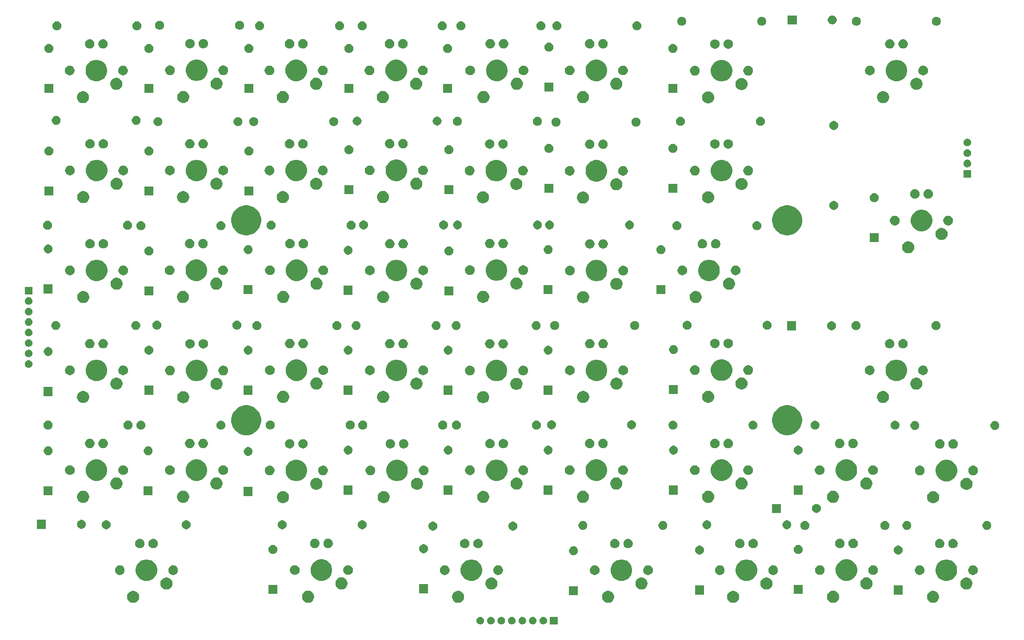
<source format=gts>
%TF.GenerationSoftware,KiCad,Pcbnew,5.1.5+dfsg1-2build2*%
%TF.CreationDate,2021-08-29T12:06:32+02:00*%
%TF.ProjectId,BFK9kv2-right,42464b39-6b76-4322-9d72-696768742e6b,rev?*%
%TF.SameCoordinates,Original*%
%TF.FileFunction,Soldermask,Top*%
%TF.FilePolarity,Negative*%
%FSLAX46Y46*%
G04 Gerber Fmt 4.6, Leading zero omitted, Abs format (unit mm)*
G04 Created by KiCad (PCBNEW 5.1.5+dfsg1-2build2) date 2021-08-29 12:06:32*
%MOMM*%
%LPD*%
G04 APERTURE LIST*
%ADD10C,0.150000*%
G04 APERTURE END LIST*
D10*
G36*
X147208000Y-164912000D02*
G01*
X145756000Y-164912000D01*
X145756000Y-163460000D01*
X147208000Y-163460000D01*
X147208000Y-164912000D01*
G37*
G36*
X144693766Y-163487899D02*
G01*
X144825888Y-163542626D01*
X144825890Y-163542627D01*
X144944798Y-163622079D01*
X145045921Y-163723202D01*
X145045922Y-163723204D01*
X145125374Y-163842112D01*
X145180101Y-163974234D01*
X145208000Y-164114494D01*
X145208000Y-164257506D01*
X145180101Y-164397766D01*
X145125374Y-164529888D01*
X145125373Y-164529890D01*
X145045921Y-164648798D01*
X144944798Y-164749921D01*
X144825890Y-164829373D01*
X144825889Y-164829374D01*
X144825888Y-164829374D01*
X144693766Y-164884101D01*
X144553506Y-164912000D01*
X144410494Y-164912000D01*
X144270234Y-164884101D01*
X144138112Y-164829374D01*
X144138111Y-164829374D01*
X144138110Y-164829373D01*
X144019202Y-164749921D01*
X143918079Y-164648798D01*
X143838627Y-164529890D01*
X143838626Y-164529888D01*
X143783899Y-164397766D01*
X143756000Y-164257506D01*
X143756000Y-164114494D01*
X143783899Y-163974234D01*
X143838626Y-163842112D01*
X143918078Y-163723204D01*
X143918079Y-163723202D01*
X144019202Y-163622079D01*
X144138110Y-163542627D01*
X144138112Y-163542626D01*
X144270234Y-163487899D01*
X144410494Y-163460000D01*
X144553506Y-163460000D01*
X144693766Y-163487899D01*
G37*
G36*
X132693766Y-163487899D02*
G01*
X132825888Y-163542626D01*
X132825890Y-163542627D01*
X132944798Y-163622079D01*
X133045921Y-163723202D01*
X133045922Y-163723204D01*
X133125374Y-163842112D01*
X133180101Y-163974234D01*
X133208000Y-164114494D01*
X133208000Y-164257506D01*
X133180101Y-164397766D01*
X133125374Y-164529888D01*
X133125373Y-164529890D01*
X133045921Y-164648798D01*
X132944798Y-164749921D01*
X132825890Y-164829373D01*
X132825889Y-164829374D01*
X132825888Y-164829374D01*
X132693766Y-164884101D01*
X132553506Y-164912000D01*
X132410494Y-164912000D01*
X132270234Y-164884101D01*
X132138112Y-164829374D01*
X132138111Y-164829374D01*
X132138110Y-164829373D01*
X132019202Y-164749921D01*
X131918079Y-164648798D01*
X131838627Y-164529890D01*
X131838626Y-164529888D01*
X131783899Y-164397766D01*
X131756000Y-164257506D01*
X131756000Y-164114494D01*
X131783899Y-163974234D01*
X131838626Y-163842112D01*
X131918078Y-163723204D01*
X131918079Y-163723202D01*
X132019202Y-163622079D01*
X132138110Y-163542627D01*
X132138112Y-163542626D01*
X132270234Y-163487899D01*
X132410494Y-163460000D01*
X132553506Y-163460000D01*
X132693766Y-163487899D01*
G37*
G36*
X134693766Y-163487899D02*
G01*
X134825888Y-163542626D01*
X134825890Y-163542627D01*
X134944798Y-163622079D01*
X135045921Y-163723202D01*
X135045922Y-163723204D01*
X135125374Y-163842112D01*
X135180101Y-163974234D01*
X135208000Y-164114494D01*
X135208000Y-164257506D01*
X135180101Y-164397766D01*
X135125374Y-164529888D01*
X135125373Y-164529890D01*
X135045921Y-164648798D01*
X134944798Y-164749921D01*
X134825890Y-164829373D01*
X134825889Y-164829374D01*
X134825888Y-164829374D01*
X134693766Y-164884101D01*
X134553506Y-164912000D01*
X134410494Y-164912000D01*
X134270234Y-164884101D01*
X134138112Y-164829374D01*
X134138111Y-164829374D01*
X134138110Y-164829373D01*
X134019202Y-164749921D01*
X133918079Y-164648798D01*
X133838627Y-164529890D01*
X133838626Y-164529888D01*
X133783899Y-164397766D01*
X133756000Y-164257506D01*
X133756000Y-164114494D01*
X133783899Y-163974234D01*
X133838626Y-163842112D01*
X133918078Y-163723204D01*
X133918079Y-163723202D01*
X134019202Y-163622079D01*
X134138110Y-163542627D01*
X134138112Y-163542626D01*
X134270234Y-163487899D01*
X134410494Y-163460000D01*
X134553506Y-163460000D01*
X134693766Y-163487899D01*
G37*
G36*
X136693766Y-163487899D02*
G01*
X136825888Y-163542626D01*
X136825890Y-163542627D01*
X136944798Y-163622079D01*
X137045921Y-163723202D01*
X137045922Y-163723204D01*
X137125374Y-163842112D01*
X137180101Y-163974234D01*
X137208000Y-164114494D01*
X137208000Y-164257506D01*
X137180101Y-164397766D01*
X137125374Y-164529888D01*
X137125373Y-164529890D01*
X137045921Y-164648798D01*
X136944798Y-164749921D01*
X136825890Y-164829373D01*
X136825889Y-164829374D01*
X136825888Y-164829374D01*
X136693766Y-164884101D01*
X136553506Y-164912000D01*
X136410494Y-164912000D01*
X136270234Y-164884101D01*
X136138112Y-164829374D01*
X136138111Y-164829374D01*
X136138110Y-164829373D01*
X136019202Y-164749921D01*
X135918079Y-164648798D01*
X135838627Y-164529890D01*
X135838626Y-164529888D01*
X135783899Y-164397766D01*
X135756000Y-164257506D01*
X135756000Y-164114494D01*
X135783899Y-163974234D01*
X135838626Y-163842112D01*
X135918078Y-163723204D01*
X135918079Y-163723202D01*
X136019202Y-163622079D01*
X136138110Y-163542627D01*
X136138112Y-163542626D01*
X136270234Y-163487899D01*
X136410494Y-163460000D01*
X136553506Y-163460000D01*
X136693766Y-163487899D01*
G37*
G36*
X140693766Y-163487899D02*
G01*
X140825888Y-163542626D01*
X140825890Y-163542627D01*
X140944798Y-163622079D01*
X141045921Y-163723202D01*
X141045922Y-163723204D01*
X141125374Y-163842112D01*
X141180101Y-163974234D01*
X141208000Y-164114494D01*
X141208000Y-164257506D01*
X141180101Y-164397766D01*
X141125374Y-164529888D01*
X141125373Y-164529890D01*
X141045921Y-164648798D01*
X140944798Y-164749921D01*
X140825890Y-164829373D01*
X140825889Y-164829374D01*
X140825888Y-164829374D01*
X140693766Y-164884101D01*
X140553506Y-164912000D01*
X140410494Y-164912000D01*
X140270234Y-164884101D01*
X140138112Y-164829374D01*
X140138111Y-164829374D01*
X140138110Y-164829373D01*
X140019202Y-164749921D01*
X139918079Y-164648798D01*
X139838627Y-164529890D01*
X139838626Y-164529888D01*
X139783899Y-164397766D01*
X139756000Y-164257506D01*
X139756000Y-164114494D01*
X139783899Y-163974234D01*
X139838626Y-163842112D01*
X139918078Y-163723204D01*
X139918079Y-163723202D01*
X140019202Y-163622079D01*
X140138110Y-163542627D01*
X140138112Y-163542626D01*
X140270234Y-163487899D01*
X140410494Y-163460000D01*
X140553506Y-163460000D01*
X140693766Y-163487899D01*
G37*
G36*
X142693766Y-163487899D02*
G01*
X142825888Y-163542626D01*
X142825890Y-163542627D01*
X142944798Y-163622079D01*
X143045921Y-163723202D01*
X143045922Y-163723204D01*
X143125374Y-163842112D01*
X143180101Y-163974234D01*
X143208000Y-164114494D01*
X143208000Y-164257506D01*
X143180101Y-164397766D01*
X143125374Y-164529888D01*
X143125373Y-164529890D01*
X143045921Y-164648798D01*
X142944798Y-164749921D01*
X142825890Y-164829373D01*
X142825889Y-164829374D01*
X142825888Y-164829374D01*
X142693766Y-164884101D01*
X142553506Y-164912000D01*
X142410494Y-164912000D01*
X142270234Y-164884101D01*
X142138112Y-164829374D01*
X142138111Y-164829374D01*
X142138110Y-164829373D01*
X142019202Y-164749921D01*
X141918079Y-164648798D01*
X141838627Y-164529890D01*
X141838626Y-164529888D01*
X141783899Y-164397766D01*
X141756000Y-164257506D01*
X141756000Y-164114494D01*
X141783899Y-163974234D01*
X141838626Y-163842112D01*
X141918078Y-163723204D01*
X141918079Y-163723202D01*
X142019202Y-163622079D01*
X142138110Y-163542627D01*
X142138112Y-163542626D01*
X142270234Y-163487899D01*
X142410494Y-163460000D01*
X142553506Y-163460000D01*
X142693766Y-163487899D01*
G37*
G36*
X138693766Y-163487899D02*
G01*
X138825888Y-163542626D01*
X138825890Y-163542627D01*
X138944798Y-163622079D01*
X139045921Y-163723202D01*
X139045922Y-163723204D01*
X139125374Y-163842112D01*
X139180101Y-163974234D01*
X139208000Y-164114494D01*
X139208000Y-164257506D01*
X139180101Y-164397766D01*
X139125374Y-164529888D01*
X139125373Y-164529890D01*
X139045921Y-164648798D01*
X138944798Y-164749921D01*
X138825890Y-164829373D01*
X138825889Y-164829374D01*
X138825888Y-164829374D01*
X138693766Y-164884101D01*
X138553506Y-164912000D01*
X138410494Y-164912000D01*
X138270234Y-164884101D01*
X138138112Y-164829374D01*
X138138111Y-164829374D01*
X138138110Y-164829373D01*
X138019202Y-164749921D01*
X137918079Y-164648798D01*
X137838627Y-164529890D01*
X137838626Y-164529888D01*
X137783899Y-164397766D01*
X137756000Y-164257506D01*
X137756000Y-164114494D01*
X137783899Y-163974234D01*
X137838626Y-163842112D01*
X137918078Y-163723204D01*
X137918079Y-163723202D01*
X138019202Y-163622079D01*
X138138110Y-163542627D01*
X138138112Y-163542626D01*
X138270234Y-163487899D01*
X138410494Y-163460000D01*
X138553506Y-163460000D01*
X138693766Y-163487899D01*
G37*
G36*
X180855050Y-158532232D02*
G01*
X180980734Y-158557232D01*
X181190203Y-158643997D01*
X181378720Y-158769960D01*
X181539040Y-158930280D01*
X181665003Y-159118797D01*
X181751768Y-159328266D01*
X181796000Y-159550636D01*
X181796000Y-159777364D01*
X181751768Y-159999734D01*
X181665003Y-160209203D01*
X181539040Y-160397720D01*
X181378720Y-160558040D01*
X181190203Y-160684003D01*
X180980734Y-160770768D01*
X180884048Y-160790000D01*
X180758365Y-160815000D01*
X180531635Y-160815000D01*
X180405952Y-160790000D01*
X180309266Y-160770768D01*
X180099797Y-160684003D01*
X179911280Y-160558040D01*
X179750960Y-160397720D01*
X179624997Y-160209203D01*
X179538232Y-159999734D01*
X179494000Y-159777364D01*
X179494000Y-159550636D01*
X179538232Y-159328266D01*
X179624997Y-159118797D01*
X179750960Y-158930280D01*
X179911280Y-158769960D01*
X180099797Y-158643997D01*
X180309266Y-158557232D01*
X180434950Y-158532232D01*
X180531635Y-158513000D01*
X180758365Y-158513000D01*
X180855050Y-158532232D01*
G37*
G36*
X66554850Y-158532232D02*
G01*
X66680534Y-158557232D01*
X66890003Y-158643997D01*
X67078520Y-158769960D01*
X67238840Y-158930280D01*
X67364803Y-159118797D01*
X67451568Y-159328266D01*
X67495800Y-159550636D01*
X67495800Y-159777364D01*
X67451568Y-159999734D01*
X67364803Y-160209203D01*
X67238840Y-160397720D01*
X67078520Y-160558040D01*
X66890003Y-160684003D01*
X66680534Y-160770768D01*
X66583848Y-160790000D01*
X66458165Y-160815000D01*
X66231435Y-160815000D01*
X66105752Y-160790000D01*
X66009066Y-160770768D01*
X65799597Y-160684003D01*
X65611080Y-160558040D01*
X65450760Y-160397720D01*
X65324797Y-160209203D01*
X65238032Y-159999734D01*
X65193800Y-159777364D01*
X65193800Y-159550636D01*
X65238032Y-159328266D01*
X65324797Y-159118797D01*
X65450760Y-158930280D01*
X65611080Y-158769960D01*
X65799597Y-158643997D01*
X66009066Y-158557232D01*
X66134750Y-158532232D01*
X66231435Y-158513000D01*
X66458165Y-158513000D01*
X66554850Y-158532232D01*
G37*
G36*
X218929050Y-158532232D02*
G01*
X219054734Y-158557232D01*
X219264203Y-158643997D01*
X219452720Y-158769960D01*
X219613040Y-158930280D01*
X219739003Y-159118797D01*
X219825768Y-159328266D01*
X219870000Y-159550636D01*
X219870000Y-159777364D01*
X219825768Y-159999734D01*
X219739003Y-160209203D01*
X219613040Y-160397720D01*
X219452720Y-160558040D01*
X219264203Y-160684003D01*
X219054734Y-160770768D01*
X218958048Y-160790000D01*
X218832365Y-160815000D01*
X218605635Y-160815000D01*
X218479952Y-160790000D01*
X218383266Y-160770768D01*
X218173797Y-160684003D01*
X217985280Y-160558040D01*
X217824960Y-160397720D01*
X217698997Y-160209203D01*
X217612232Y-159999734D01*
X217568000Y-159777364D01*
X217568000Y-159550636D01*
X217612232Y-159328266D01*
X217698997Y-159118797D01*
X217824960Y-158930280D01*
X217985280Y-158769960D01*
X218173797Y-158643997D01*
X218383266Y-158557232D01*
X218508950Y-158532232D01*
X218605635Y-158513000D01*
X218832365Y-158513000D01*
X218929050Y-158532232D01*
G37*
G36*
X157030050Y-158532232D02*
G01*
X157155734Y-158557232D01*
X157365203Y-158643997D01*
X157553720Y-158769960D01*
X157714040Y-158930280D01*
X157840003Y-159118797D01*
X157926768Y-159328266D01*
X157971000Y-159550636D01*
X157971000Y-159777364D01*
X157926768Y-159999734D01*
X157840003Y-160209203D01*
X157714040Y-160397720D01*
X157553720Y-160558040D01*
X157365203Y-160684003D01*
X157155734Y-160770768D01*
X157059048Y-160790000D01*
X156933365Y-160815000D01*
X156706635Y-160815000D01*
X156580952Y-160790000D01*
X156484266Y-160770768D01*
X156274797Y-160684003D01*
X156086280Y-160558040D01*
X155925960Y-160397720D01*
X155799997Y-160209203D01*
X155713232Y-159999734D01*
X155669000Y-159777364D01*
X155669000Y-159550636D01*
X155713232Y-159328266D01*
X155799997Y-159118797D01*
X155925960Y-158930280D01*
X156086280Y-158769960D01*
X156274797Y-158643997D01*
X156484266Y-158557232D01*
X156609950Y-158532232D01*
X156706635Y-158513000D01*
X156933365Y-158513000D01*
X157030050Y-158532232D01*
G37*
G36*
X128455050Y-158532232D02*
G01*
X128580734Y-158557232D01*
X128790203Y-158643997D01*
X128978720Y-158769960D01*
X129139040Y-158930280D01*
X129265003Y-159118797D01*
X129351768Y-159328266D01*
X129396000Y-159550636D01*
X129396000Y-159777364D01*
X129351768Y-159999734D01*
X129265003Y-160209203D01*
X129139040Y-160397720D01*
X128978720Y-160558040D01*
X128790203Y-160684003D01*
X128580734Y-160770768D01*
X128484048Y-160790000D01*
X128358365Y-160815000D01*
X128131635Y-160815000D01*
X128005952Y-160790000D01*
X127909266Y-160770768D01*
X127699797Y-160684003D01*
X127511280Y-160558040D01*
X127350960Y-160397720D01*
X127224997Y-160209203D01*
X127138232Y-159999734D01*
X127094000Y-159777364D01*
X127094000Y-159550636D01*
X127138232Y-159328266D01*
X127224997Y-159118797D01*
X127350960Y-158930280D01*
X127511280Y-158769960D01*
X127699797Y-158643997D01*
X127909266Y-158557232D01*
X128034950Y-158532232D01*
X128131635Y-158513000D01*
X128358365Y-158513000D01*
X128455050Y-158532232D01*
G37*
G36*
X99894549Y-158510116D02*
G01*
X100005734Y-158532232D01*
X100215203Y-158618997D01*
X100403720Y-158744960D01*
X100564040Y-158905280D01*
X100690003Y-159093797D01*
X100776768Y-159303266D01*
X100821000Y-159525636D01*
X100821000Y-159752364D01*
X100776768Y-159974734D01*
X100690003Y-160184203D01*
X100564040Y-160372720D01*
X100403720Y-160533040D01*
X100215203Y-160659003D01*
X100005734Y-160745768D01*
X99894549Y-160767884D01*
X99783365Y-160790000D01*
X99556635Y-160790000D01*
X99445451Y-160767884D01*
X99334266Y-160745768D01*
X99124797Y-160659003D01*
X98936280Y-160533040D01*
X98775960Y-160372720D01*
X98649997Y-160184203D01*
X98563232Y-159974734D01*
X98519000Y-159752364D01*
X98519000Y-159525636D01*
X98563232Y-159303266D01*
X98649997Y-159093797D01*
X98775960Y-158905280D01*
X98936280Y-158744960D01*
X99124797Y-158618997D01*
X99334266Y-158532232D01*
X99445451Y-158510116D01*
X99556635Y-158488000D01*
X99783365Y-158488000D01*
X99894549Y-158510116D01*
G37*
G36*
X199919549Y-158510116D02*
G01*
X200030734Y-158532232D01*
X200240203Y-158618997D01*
X200428720Y-158744960D01*
X200589040Y-158905280D01*
X200715003Y-159093797D01*
X200801768Y-159303266D01*
X200846000Y-159525636D01*
X200846000Y-159752364D01*
X200801768Y-159974734D01*
X200715003Y-160184203D01*
X200589040Y-160372720D01*
X200428720Y-160533040D01*
X200240203Y-160659003D01*
X200030734Y-160745768D01*
X199919549Y-160767884D01*
X199808365Y-160790000D01*
X199581635Y-160790000D01*
X199470451Y-160767884D01*
X199359266Y-160745768D01*
X199149797Y-160659003D01*
X198961280Y-160533040D01*
X198800960Y-160372720D01*
X198674997Y-160184203D01*
X198588232Y-159974734D01*
X198544000Y-159752364D01*
X198544000Y-159525636D01*
X198588232Y-159303266D01*
X198674997Y-159093797D01*
X198800960Y-158905280D01*
X198961280Y-158744960D01*
X199149797Y-158618997D01*
X199359266Y-158532232D01*
X199470451Y-158510116D01*
X199581635Y-158488000D01*
X199808365Y-158488000D01*
X199919549Y-158510116D01*
G37*
G36*
X151092000Y-159347000D02*
G01*
X149390000Y-159347000D01*
X149390000Y-157645000D01*
X151092000Y-157645000D01*
X151092000Y-159347000D01*
G37*
G36*
X175095000Y-159220000D02*
G01*
X173393000Y-159220000D01*
X173393000Y-157518000D01*
X175095000Y-157518000D01*
X175095000Y-159220000D01*
G37*
G36*
X212941000Y-159220000D02*
G01*
X211239000Y-159220000D01*
X211239000Y-157518000D01*
X212941000Y-157518000D01*
X212941000Y-159220000D01*
G37*
G36*
X193891000Y-159093000D02*
G01*
X192189000Y-159093000D01*
X192189000Y-157391000D01*
X193891000Y-157391000D01*
X193891000Y-159093000D01*
G37*
G36*
X93815000Y-159093000D02*
G01*
X92113000Y-159093000D01*
X92113000Y-157391000D01*
X93815000Y-157391000D01*
X93815000Y-159093000D01*
G37*
G36*
X122517000Y-158966000D02*
G01*
X120815000Y-158966000D01*
X120815000Y-157264000D01*
X122517000Y-157264000D01*
X122517000Y-158966000D01*
G37*
G36*
X72904850Y-155992232D02*
G01*
X73030534Y-156017232D01*
X73240003Y-156103997D01*
X73428520Y-156229960D01*
X73588840Y-156390280D01*
X73714803Y-156578797D01*
X73801568Y-156788266D01*
X73845800Y-157010636D01*
X73845800Y-157237364D01*
X73801568Y-157459734D01*
X73714803Y-157669203D01*
X73588840Y-157857720D01*
X73428520Y-158018040D01*
X73240003Y-158144003D01*
X73030534Y-158230768D01*
X72933848Y-158250000D01*
X72808165Y-158275000D01*
X72581435Y-158275000D01*
X72455752Y-158250000D01*
X72359066Y-158230768D01*
X72149597Y-158144003D01*
X71961080Y-158018040D01*
X71800760Y-157857720D01*
X71674797Y-157669203D01*
X71588032Y-157459734D01*
X71543800Y-157237364D01*
X71543800Y-157010636D01*
X71588032Y-156788266D01*
X71674797Y-156578797D01*
X71800760Y-156390280D01*
X71961080Y-156229960D01*
X72149597Y-156103997D01*
X72359066Y-156017232D01*
X72484750Y-155992232D01*
X72581435Y-155973000D01*
X72808165Y-155973000D01*
X72904850Y-155992232D01*
G37*
G36*
X163380050Y-155992232D02*
G01*
X163505734Y-156017232D01*
X163715203Y-156103997D01*
X163903720Y-156229960D01*
X164064040Y-156390280D01*
X164190003Y-156578797D01*
X164276768Y-156788266D01*
X164321000Y-157010636D01*
X164321000Y-157237364D01*
X164276768Y-157459734D01*
X164190003Y-157669203D01*
X164064040Y-157857720D01*
X163903720Y-158018040D01*
X163715203Y-158144003D01*
X163505734Y-158230768D01*
X163409048Y-158250000D01*
X163283365Y-158275000D01*
X163056635Y-158275000D01*
X162930952Y-158250000D01*
X162834266Y-158230768D01*
X162624797Y-158144003D01*
X162436280Y-158018040D01*
X162275960Y-157857720D01*
X162149997Y-157669203D01*
X162063232Y-157459734D01*
X162019000Y-157237364D01*
X162019000Y-157010636D01*
X162063232Y-156788266D01*
X162149997Y-156578797D01*
X162275960Y-156390280D01*
X162436280Y-156229960D01*
X162624797Y-156103997D01*
X162834266Y-156017232D01*
X162959950Y-155992232D01*
X163056635Y-155973000D01*
X163283365Y-155973000D01*
X163380050Y-155992232D01*
G37*
G36*
X187205050Y-155992232D02*
G01*
X187330734Y-156017232D01*
X187540203Y-156103997D01*
X187728720Y-156229960D01*
X187889040Y-156390280D01*
X188015003Y-156578797D01*
X188101768Y-156788266D01*
X188146000Y-157010636D01*
X188146000Y-157237364D01*
X188101768Y-157459734D01*
X188015003Y-157669203D01*
X187889040Y-157857720D01*
X187728720Y-158018040D01*
X187540203Y-158144003D01*
X187330734Y-158230768D01*
X187234048Y-158250000D01*
X187108365Y-158275000D01*
X186881635Y-158275000D01*
X186755952Y-158250000D01*
X186659266Y-158230768D01*
X186449797Y-158144003D01*
X186261280Y-158018040D01*
X186100960Y-157857720D01*
X185974997Y-157669203D01*
X185888232Y-157459734D01*
X185844000Y-157237364D01*
X185844000Y-157010636D01*
X185888232Y-156788266D01*
X185974997Y-156578797D01*
X186100960Y-156390280D01*
X186261280Y-156229960D01*
X186449797Y-156103997D01*
X186659266Y-156017232D01*
X186784950Y-155992232D01*
X186881635Y-155973000D01*
X187108365Y-155973000D01*
X187205050Y-155992232D01*
G37*
G36*
X134805050Y-155992232D02*
G01*
X134930734Y-156017232D01*
X135140203Y-156103997D01*
X135328720Y-156229960D01*
X135489040Y-156390280D01*
X135615003Y-156578797D01*
X135701768Y-156788266D01*
X135746000Y-157010636D01*
X135746000Y-157237364D01*
X135701768Y-157459734D01*
X135615003Y-157669203D01*
X135489040Y-157857720D01*
X135328720Y-158018040D01*
X135140203Y-158144003D01*
X134930734Y-158230768D01*
X134834048Y-158250000D01*
X134708365Y-158275000D01*
X134481635Y-158275000D01*
X134355952Y-158250000D01*
X134259266Y-158230768D01*
X134049797Y-158144003D01*
X133861280Y-158018040D01*
X133700960Y-157857720D01*
X133574997Y-157669203D01*
X133488232Y-157459734D01*
X133444000Y-157237364D01*
X133444000Y-157010636D01*
X133488232Y-156788266D01*
X133574997Y-156578797D01*
X133700960Y-156390280D01*
X133861280Y-156229960D01*
X134049797Y-156103997D01*
X134259266Y-156017232D01*
X134384950Y-155992232D01*
X134481635Y-155973000D01*
X134708365Y-155973000D01*
X134805050Y-155992232D01*
G37*
G36*
X225279050Y-155992232D02*
G01*
X225404734Y-156017232D01*
X225614203Y-156103997D01*
X225802720Y-156229960D01*
X225963040Y-156390280D01*
X226089003Y-156578797D01*
X226175768Y-156788266D01*
X226220000Y-157010636D01*
X226220000Y-157237364D01*
X226175768Y-157459734D01*
X226089003Y-157669203D01*
X225963040Y-157857720D01*
X225802720Y-158018040D01*
X225614203Y-158144003D01*
X225404734Y-158230768D01*
X225308048Y-158250000D01*
X225182365Y-158275000D01*
X224955635Y-158275000D01*
X224829952Y-158250000D01*
X224733266Y-158230768D01*
X224523797Y-158144003D01*
X224335280Y-158018040D01*
X224174960Y-157857720D01*
X224048997Y-157669203D01*
X223962232Y-157459734D01*
X223918000Y-157237364D01*
X223918000Y-157010636D01*
X223962232Y-156788266D01*
X224048997Y-156578797D01*
X224174960Y-156390280D01*
X224335280Y-156229960D01*
X224523797Y-156103997D01*
X224733266Y-156017232D01*
X224858950Y-155992232D01*
X224955635Y-155973000D01*
X225182365Y-155973000D01*
X225279050Y-155992232D01*
G37*
G36*
X106244549Y-155970116D02*
G01*
X106355734Y-155992232D01*
X106565203Y-156078997D01*
X106753720Y-156204960D01*
X106914040Y-156365280D01*
X107024891Y-156531181D01*
X107040004Y-156553799D01*
X107040991Y-156556182D01*
X107126768Y-156763266D01*
X107171000Y-156985636D01*
X107171000Y-157212364D01*
X107126768Y-157434734D01*
X107040003Y-157644203D01*
X106914040Y-157832720D01*
X106753720Y-157993040D01*
X106565203Y-158119003D01*
X106355734Y-158205768D01*
X106244549Y-158227884D01*
X106133365Y-158250000D01*
X105906635Y-158250000D01*
X105795451Y-158227884D01*
X105684266Y-158205768D01*
X105474797Y-158119003D01*
X105286280Y-157993040D01*
X105125960Y-157832720D01*
X104999997Y-157644203D01*
X104913232Y-157434734D01*
X104869000Y-157212364D01*
X104869000Y-156985636D01*
X104913232Y-156763266D01*
X104999009Y-156556182D01*
X104999996Y-156553799D01*
X105015109Y-156531181D01*
X105125960Y-156365280D01*
X105286280Y-156204960D01*
X105474797Y-156078997D01*
X105684266Y-155992232D01*
X105795451Y-155970116D01*
X105906635Y-155948000D01*
X106133365Y-155948000D01*
X106244549Y-155970116D01*
G37*
G36*
X206269549Y-155970116D02*
G01*
X206380734Y-155992232D01*
X206590203Y-156078997D01*
X206778720Y-156204960D01*
X206939040Y-156365280D01*
X207049891Y-156531181D01*
X207065004Y-156553799D01*
X207065991Y-156556182D01*
X207151768Y-156763266D01*
X207196000Y-156985636D01*
X207196000Y-157212364D01*
X207151768Y-157434734D01*
X207065003Y-157644203D01*
X206939040Y-157832720D01*
X206778720Y-157993040D01*
X206590203Y-158119003D01*
X206380734Y-158205768D01*
X206269549Y-158227884D01*
X206158365Y-158250000D01*
X205931635Y-158250000D01*
X205820451Y-158227884D01*
X205709266Y-158205768D01*
X205499797Y-158119003D01*
X205311280Y-157993040D01*
X205150960Y-157832720D01*
X205024997Y-157644203D01*
X204938232Y-157434734D01*
X204894000Y-157212364D01*
X204894000Y-156985636D01*
X204938232Y-156763266D01*
X205024009Y-156556182D01*
X205024996Y-156553799D01*
X205040109Y-156531181D01*
X205150960Y-156365280D01*
X205311280Y-156204960D01*
X205499797Y-156078997D01*
X205709266Y-155992232D01*
X205820451Y-155970116D01*
X205931635Y-155948000D01*
X206158365Y-155948000D01*
X206269549Y-155970116D01*
G37*
G36*
X159958254Y-152611818D02*
G01*
X160331511Y-152766426D01*
X160331513Y-152766427D01*
X160667436Y-152990884D01*
X160953116Y-153276564D01*
X161160869Y-153587487D01*
X161177574Y-153612489D01*
X161332182Y-153985746D01*
X161411000Y-154381993D01*
X161411000Y-154786007D01*
X161332182Y-155182254D01*
X161177574Y-155555511D01*
X161177573Y-155555513D01*
X160953116Y-155891436D01*
X160667436Y-156177116D01*
X160331513Y-156401573D01*
X160331512Y-156401574D01*
X160331511Y-156401574D01*
X159958254Y-156556182D01*
X159562007Y-156635000D01*
X159157993Y-156635000D01*
X158761746Y-156556182D01*
X158388489Y-156401574D01*
X158388488Y-156401574D01*
X158388487Y-156401573D01*
X158052564Y-156177116D01*
X157766884Y-155891436D01*
X157542427Y-155555513D01*
X157542426Y-155555511D01*
X157387818Y-155182254D01*
X157309000Y-154786007D01*
X157309000Y-154381993D01*
X157387818Y-153985746D01*
X157542426Y-153612489D01*
X157559132Y-153587487D01*
X157766884Y-153276564D01*
X158052564Y-152990884D01*
X158388487Y-152766427D01*
X158388489Y-152766426D01*
X158761746Y-152611818D01*
X159157993Y-152533000D01*
X159562007Y-152533000D01*
X159958254Y-152611818D01*
G37*
G36*
X221857254Y-152611818D02*
G01*
X222230511Y-152766426D01*
X222230513Y-152766427D01*
X222566436Y-152990884D01*
X222852116Y-153276564D01*
X223059869Y-153587487D01*
X223076574Y-153612489D01*
X223231182Y-153985746D01*
X223310000Y-154381993D01*
X223310000Y-154786007D01*
X223231182Y-155182254D01*
X223076574Y-155555511D01*
X223076573Y-155555513D01*
X222852116Y-155891436D01*
X222566436Y-156177116D01*
X222230513Y-156401573D01*
X222230512Y-156401574D01*
X222230511Y-156401574D01*
X221857254Y-156556182D01*
X221461007Y-156635000D01*
X221056993Y-156635000D01*
X220660746Y-156556182D01*
X220287489Y-156401574D01*
X220287488Y-156401574D01*
X220287487Y-156401573D01*
X219951564Y-156177116D01*
X219665884Y-155891436D01*
X219441427Y-155555513D01*
X219441426Y-155555511D01*
X219286818Y-155182254D01*
X219208000Y-154786007D01*
X219208000Y-154381993D01*
X219286818Y-153985746D01*
X219441426Y-153612489D01*
X219458132Y-153587487D01*
X219665884Y-153276564D01*
X219951564Y-152990884D01*
X220287487Y-152766427D01*
X220287489Y-152766426D01*
X220660746Y-152611818D01*
X221056993Y-152533000D01*
X221461007Y-152533000D01*
X221857254Y-152611818D01*
G37*
G36*
X183783254Y-152611818D02*
G01*
X184156511Y-152766426D01*
X184156513Y-152766427D01*
X184492436Y-152990884D01*
X184778116Y-153276564D01*
X184985869Y-153587487D01*
X185002574Y-153612489D01*
X185157182Y-153985746D01*
X185236000Y-154381993D01*
X185236000Y-154786007D01*
X185157182Y-155182254D01*
X185002574Y-155555511D01*
X185002573Y-155555513D01*
X184778116Y-155891436D01*
X184492436Y-156177116D01*
X184156513Y-156401573D01*
X184156512Y-156401574D01*
X184156511Y-156401574D01*
X183783254Y-156556182D01*
X183387007Y-156635000D01*
X182982993Y-156635000D01*
X182586746Y-156556182D01*
X182213489Y-156401574D01*
X182213488Y-156401574D01*
X182213487Y-156401573D01*
X181877564Y-156177116D01*
X181591884Y-155891436D01*
X181367427Y-155555513D01*
X181367426Y-155555511D01*
X181212818Y-155182254D01*
X181134000Y-154786007D01*
X181134000Y-154381993D01*
X181212818Y-153985746D01*
X181367426Y-153612489D01*
X181384132Y-153587487D01*
X181591884Y-153276564D01*
X181877564Y-152990884D01*
X182213487Y-152766427D01*
X182213489Y-152766426D01*
X182586746Y-152611818D01*
X182982993Y-152533000D01*
X183387007Y-152533000D01*
X183783254Y-152611818D01*
G37*
G36*
X131383254Y-152611818D02*
G01*
X131756511Y-152766426D01*
X131756513Y-152766427D01*
X132092436Y-152990884D01*
X132378116Y-153276564D01*
X132585869Y-153587487D01*
X132602574Y-153612489D01*
X132757182Y-153985746D01*
X132836000Y-154381993D01*
X132836000Y-154786007D01*
X132757182Y-155182254D01*
X132602574Y-155555511D01*
X132602573Y-155555513D01*
X132378116Y-155891436D01*
X132092436Y-156177116D01*
X131756513Y-156401573D01*
X131756512Y-156401574D01*
X131756511Y-156401574D01*
X131383254Y-156556182D01*
X130987007Y-156635000D01*
X130582993Y-156635000D01*
X130186746Y-156556182D01*
X129813489Y-156401574D01*
X129813488Y-156401574D01*
X129813487Y-156401573D01*
X129477564Y-156177116D01*
X129191884Y-155891436D01*
X128967427Y-155555513D01*
X128967426Y-155555511D01*
X128812818Y-155182254D01*
X128734000Y-154786007D01*
X128734000Y-154381993D01*
X128812818Y-153985746D01*
X128967426Y-153612489D01*
X128984132Y-153587487D01*
X129191884Y-153276564D01*
X129477564Y-152990884D01*
X129813487Y-152766427D01*
X129813489Y-152766426D01*
X130186746Y-152611818D01*
X130582993Y-152533000D01*
X130987007Y-152533000D01*
X131383254Y-152611818D01*
G37*
G36*
X69483054Y-152611818D02*
G01*
X69856311Y-152766426D01*
X69856313Y-152766427D01*
X70192236Y-152990884D01*
X70477916Y-153276564D01*
X70685669Y-153587487D01*
X70702374Y-153612489D01*
X70856982Y-153985746D01*
X70935800Y-154381993D01*
X70935800Y-154786007D01*
X70856982Y-155182254D01*
X70702374Y-155555511D01*
X70702373Y-155555513D01*
X70477916Y-155891436D01*
X70192236Y-156177116D01*
X69856313Y-156401573D01*
X69856312Y-156401574D01*
X69856311Y-156401574D01*
X69483054Y-156556182D01*
X69086807Y-156635000D01*
X68682793Y-156635000D01*
X68286546Y-156556182D01*
X67913289Y-156401574D01*
X67913288Y-156401574D01*
X67913287Y-156401573D01*
X67577364Y-156177116D01*
X67291684Y-155891436D01*
X67067227Y-155555513D01*
X67067226Y-155555511D01*
X66912618Y-155182254D01*
X66833800Y-154786007D01*
X66833800Y-154381993D01*
X66912618Y-153985746D01*
X67067226Y-153612489D01*
X67083932Y-153587487D01*
X67291684Y-153276564D01*
X67577364Y-152990884D01*
X67913287Y-152766427D01*
X67913289Y-152766426D01*
X68286546Y-152611818D01*
X68682793Y-152533000D01*
X69086807Y-152533000D01*
X69483054Y-152611818D01*
G37*
G36*
X202833254Y-152586818D02*
G01*
X203206511Y-152741426D01*
X203206513Y-152741427D01*
X203243928Y-152766427D01*
X203542436Y-152965884D01*
X203828116Y-153251564D01*
X204052574Y-153587489D01*
X204207182Y-153960746D01*
X204286000Y-154356993D01*
X204286000Y-154761007D01*
X204207182Y-155157254D01*
X204071425Y-155485000D01*
X204052573Y-155530513D01*
X203828116Y-155866436D01*
X203542436Y-156152116D01*
X203206513Y-156376573D01*
X203206512Y-156376574D01*
X203206511Y-156376574D01*
X202833254Y-156531182D01*
X202437007Y-156610000D01*
X202032993Y-156610000D01*
X201636746Y-156531182D01*
X201263489Y-156376574D01*
X201263488Y-156376574D01*
X201263487Y-156376573D01*
X200927564Y-156152116D01*
X200641884Y-155866436D01*
X200417427Y-155530513D01*
X200398575Y-155485000D01*
X200262818Y-155157254D01*
X200184000Y-154761007D01*
X200184000Y-154356993D01*
X200262818Y-153960746D01*
X200417426Y-153587489D01*
X200641884Y-153251564D01*
X200927564Y-152965884D01*
X201226072Y-152766427D01*
X201263487Y-152741427D01*
X201263489Y-152741426D01*
X201636746Y-152586818D01*
X202032993Y-152508000D01*
X202437007Y-152508000D01*
X202833254Y-152586818D01*
G37*
G36*
X102808254Y-152586818D02*
G01*
X103181511Y-152741426D01*
X103181513Y-152741427D01*
X103218928Y-152766427D01*
X103517436Y-152965884D01*
X103803116Y-153251564D01*
X104027574Y-153587489D01*
X104182182Y-153960746D01*
X104261000Y-154356993D01*
X104261000Y-154761007D01*
X104182182Y-155157254D01*
X104046425Y-155485000D01*
X104027573Y-155530513D01*
X103803116Y-155866436D01*
X103517436Y-156152116D01*
X103181513Y-156376573D01*
X103181512Y-156376574D01*
X103181511Y-156376574D01*
X102808254Y-156531182D01*
X102412007Y-156610000D01*
X102007993Y-156610000D01*
X101611746Y-156531182D01*
X101238489Y-156376574D01*
X101238488Y-156376574D01*
X101238487Y-156376573D01*
X100902564Y-156152116D01*
X100616884Y-155866436D01*
X100392427Y-155530513D01*
X100373575Y-155485000D01*
X100237818Y-155157254D01*
X100159000Y-154761007D01*
X100159000Y-154356993D01*
X100237818Y-153960746D01*
X100392426Y-153587489D01*
X100616884Y-153251564D01*
X100902564Y-152965884D01*
X101201072Y-152766427D01*
X101238487Y-152741427D01*
X101238489Y-152741426D01*
X101611746Y-152586818D01*
X102007993Y-152508000D01*
X102412007Y-152508000D01*
X102808254Y-152586818D01*
G37*
G36*
X125975104Y-153693585D02*
G01*
X126143626Y-153763389D01*
X126295291Y-153864728D01*
X126424272Y-153993709D01*
X126525611Y-154145374D01*
X126595415Y-154313896D01*
X126631000Y-154492797D01*
X126631000Y-154675203D01*
X126595415Y-154854104D01*
X126525611Y-155022626D01*
X126424272Y-155174291D01*
X126295291Y-155303272D01*
X126143626Y-155404611D01*
X125975104Y-155474415D01*
X125796203Y-155510000D01*
X125613797Y-155510000D01*
X125434896Y-155474415D01*
X125266374Y-155404611D01*
X125114709Y-155303272D01*
X124985728Y-155174291D01*
X124884389Y-155022626D01*
X124814585Y-154854104D01*
X124779000Y-154675203D01*
X124779000Y-154492797D01*
X124814585Y-154313896D01*
X124884389Y-154145374D01*
X124985728Y-153993709D01*
X125114709Y-153864728D01*
X125266374Y-153763389D01*
X125434896Y-153693585D01*
X125613797Y-153658000D01*
X125796203Y-153658000D01*
X125975104Y-153693585D01*
G37*
G36*
X74234904Y-153693585D02*
G01*
X74403426Y-153763389D01*
X74555091Y-153864728D01*
X74684072Y-153993709D01*
X74785411Y-154145374D01*
X74855215Y-154313896D01*
X74890800Y-154492797D01*
X74890800Y-154675203D01*
X74855215Y-154854104D01*
X74785411Y-155022626D01*
X74684072Y-155174291D01*
X74555091Y-155303272D01*
X74403426Y-155404611D01*
X74234904Y-155474415D01*
X74056003Y-155510000D01*
X73873597Y-155510000D01*
X73694696Y-155474415D01*
X73526174Y-155404611D01*
X73374509Y-155303272D01*
X73245528Y-155174291D01*
X73144189Y-155022626D01*
X73074385Y-154854104D01*
X73038800Y-154675203D01*
X73038800Y-154492797D01*
X73074385Y-154313896D01*
X73144189Y-154145374D01*
X73245528Y-153993709D01*
X73374509Y-153864728D01*
X73526174Y-153763389D01*
X73694696Y-153693585D01*
X73873597Y-153658000D01*
X74056003Y-153658000D01*
X74234904Y-153693585D01*
G37*
G36*
X64074904Y-153693585D02*
G01*
X64243426Y-153763389D01*
X64395091Y-153864728D01*
X64524072Y-153993709D01*
X64625411Y-154145374D01*
X64695215Y-154313896D01*
X64730800Y-154492797D01*
X64730800Y-154675203D01*
X64695215Y-154854104D01*
X64625411Y-155022626D01*
X64524072Y-155174291D01*
X64395091Y-155303272D01*
X64243426Y-155404611D01*
X64074904Y-155474415D01*
X63896003Y-155510000D01*
X63713597Y-155510000D01*
X63534696Y-155474415D01*
X63366174Y-155404611D01*
X63214509Y-155303272D01*
X63085528Y-155174291D01*
X62984189Y-155022626D01*
X62914385Y-154854104D01*
X62878800Y-154675203D01*
X62878800Y-154492797D01*
X62914385Y-154313896D01*
X62984189Y-154145374D01*
X63085528Y-153993709D01*
X63214509Y-153864728D01*
X63366174Y-153763389D01*
X63534696Y-153693585D01*
X63713597Y-153658000D01*
X63896003Y-153658000D01*
X64074904Y-153693585D01*
G37*
G36*
X154550104Y-153693585D02*
G01*
X154718626Y-153763389D01*
X154870291Y-153864728D01*
X154999272Y-153993709D01*
X155100611Y-154145374D01*
X155170415Y-154313896D01*
X155206000Y-154492797D01*
X155206000Y-154675203D01*
X155170415Y-154854104D01*
X155100611Y-155022626D01*
X154999272Y-155174291D01*
X154870291Y-155303272D01*
X154718626Y-155404611D01*
X154550104Y-155474415D01*
X154371203Y-155510000D01*
X154188797Y-155510000D01*
X154009896Y-155474415D01*
X153841374Y-155404611D01*
X153689709Y-155303272D01*
X153560728Y-155174291D01*
X153459389Y-155022626D01*
X153389585Y-154854104D01*
X153354000Y-154675203D01*
X153354000Y-154492797D01*
X153389585Y-154313896D01*
X153459389Y-154145374D01*
X153560728Y-153993709D01*
X153689709Y-153864728D01*
X153841374Y-153763389D01*
X154009896Y-153693585D01*
X154188797Y-153658000D01*
X154371203Y-153658000D01*
X154550104Y-153693585D01*
G37*
G36*
X226609104Y-153693585D02*
G01*
X226777626Y-153763389D01*
X226929291Y-153864728D01*
X227058272Y-153993709D01*
X227159611Y-154145374D01*
X227229415Y-154313896D01*
X227265000Y-154492797D01*
X227265000Y-154675203D01*
X227229415Y-154854104D01*
X227159611Y-155022626D01*
X227058272Y-155174291D01*
X226929291Y-155303272D01*
X226777626Y-155404611D01*
X226609104Y-155474415D01*
X226430203Y-155510000D01*
X226247797Y-155510000D01*
X226068896Y-155474415D01*
X225900374Y-155404611D01*
X225748709Y-155303272D01*
X225619728Y-155174291D01*
X225518389Y-155022626D01*
X225448585Y-154854104D01*
X225413000Y-154675203D01*
X225413000Y-154492797D01*
X225448585Y-154313896D01*
X225518389Y-154145374D01*
X225619728Y-153993709D01*
X225748709Y-153864728D01*
X225900374Y-153763389D01*
X226068896Y-153693585D01*
X226247797Y-153658000D01*
X226430203Y-153658000D01*
X226609104Y-153693585D01*
G37*
G36*
X188535104Y-153693585D02*
G01*
X188703626Y-153763389D01*
X188855291Y-153864728D01*
X188984272Y-153993709D01*
X189085611Y-154145374D01*
X189155415Y-154313896D01*
X189191000Y-154492797D01*
X189191000Y-154675203D01*
X189155415Y-154854104D01*
X189085611Y-155022626D01*
X188984272Y-155174291D01*
X188855291Y-155303272D01*
X188703626Y-155404611D01*
X188535104Y-155474415D01*
X188356203Y-155510000D01*
X188173797Y-155510000D01*
X187994896Y-155474415D01*
X187826374Y-155404611D01*
X187674709Y-155303272D01*
X187545728Y-155174291D01*
X187444389Y-155022626D01*
X187374585Y-154854104D01*
X187339000Y-154675203D01*
X187339000Y-154492797D01*
X187374585Y-154313896D01*
X187444389Y-154145374D01*
X187545728Y-153993709D01*
X187674709Y-153864728D01*
X187826374Y-153763389D01*
X187994896Y-153693585D01*
X188173797Y-153658000D01*
X188356203Y-153658000D01*
X188535104Y-153693585D01*
G37*
G36*
X164710104Y-153693585D02*
G01*
X164878626Y-153763389D01*
X165030291Y-153864728D01*
X165159272Y-153993709D01*
X165260611Y-154145374D01*
X165330415Y-154313896D01*
X165366000Y-154492797D01*
X165366000Y-154675203D01*
X165330415Y-154854104D01*
X165260611Y-155022626D01*
X165159272Y-155174291D01*
X165030291Y-155303272D01*
X164878626Y-155404611D01*
X164710104Y-155474415D01*
X164531203Y-155510000D01*
X164348797Y-155510000D01*
X164169896Y-155474415D01*
X164001374Y-155404611D01*
X163849709Y-155303272D01*
X163720728Y-155174291D01*
X163619389Y-155022626D01*
X163549585Y-154854104D01*
X163514000Y-154675203D01*
X163514000Y-154492797D01*
X163549585Y-154313896D01*
X163619389Y-154145374D01*
X163720728Y-153993709D01*
X163849709Y-153864728D01*
X164001374Y-153763389D01*
X164169896Y-153693585D01*
X164348797Y-153658000D01*
X164531203Y-153658000D01*
X164710104Y-153693585D01*
G37*
G36*
X216449104Y-153693585D02*
G01*
X216617626Y-153763389D01*
X216769291Y-153864728D01*
X216898272Y-153993709D01*
X216999611Y-154145374D01*
X217069415Y-154313896D01*
X217105000Y-154492797D01*
X217105000Y-154675203D01*
X217069415Y-154854104D01*
X216999611Y-155022626D01*
X216898272Y-155174291D01*
X216769291Y-155303272D01*
X216617626Y-155404611D01*
X216449104Y-155474415D01*
X216270203Y-155510000D01*
X216087797Y-155510000D01*
X215908896Y-155474415D01*
X215740374Y-155404611D01*
X215588709Y-155303272D01*
X215459728Y-155174291D01*
X215358389Y-155022626D01*
X215288585Y-154854104D01*
X215253000Y-154675203D01*
X215253000Y-154492797D01*
X215288585Y-154313896D01*
X215358389Y-154145374D01*
X215459728Y-153993709D01*
X215588709Y-153864728D01*
X215740374Y-153763389D01*
X215908896Y-153693585D01*
X216087797Y-153658000D01*
X216270203Y-153658000D01*
X216449104Y-153693585D01*
G37*
G36*
X178375104Y-153693585D02*
G01*
X178543626Y-153763389D01*
X178695291Y-153864728D01*
X178824272Y-153993709D01*
X178925611Y-154145374D01*
X178995415Y-154313896D01*
X179031000Y-154492797D01*
X179031000Y-154675203D01*
X178995415Y-154854104D01*
X178925611Y-155022626D01*
X178824272Y-155174291D01*
X178695291Y-155303272D01*
X178543626Y-155404611D01*
X178375104Y-155474415D01*
X178196203Y-155510000D01*
X178013797Y-155510000D01*
X177834896Y-155474415D01*
X177666374Y-155404611D01*
X177514709Y-155303272D01*
X177385728Y-155174291D01*
X177284389Y-155022626D01*
X177214585Y-154854104D01*
X177179000Y-154675203D01*
X177179000Y-154492797D01*
X177214585Y-154313896D01*
X177284389Y-154145374D01*
X177385728Y-153993709D01*
X177514709Y-153864728D01*
X177666374Y-153763389D01*
X177834896Y-153693585D01*
X178013797Y-153658000D01*
X178196203Y-153658000D01*
X178375104Y-153693585D01*
G37*
G36*
X136135104Y-153693585D02*
G01*
X136303626Y-153763389D01*
X136455291Y-153864728D01*
X136584272Y-153993709D01*
X136685611Y-154145374D01*
X136755415Y-154313896D01*
X136791000Y-154492797D01*
X136791000Y-154675203D01*
X136755415Y-154854104D01*
X136685611Y-155022626D01*
X136584272Y-155174291D01*
X136455291Y-155303272D01*
X136303626Y-155404611D01*
X136135104Y-155474415D01*
X135956203Y-155510000D01*
X135773797Y-155510000D01*
X135594896Y-155474415D01*
X135426374Y-155404611D01*
X135274709Y-155303272D01*
X135145728Y-155174291D01*
X135044389Y-155022626D01*
X134974585Y-154854104D01*
X134939000Y-154675203D01*
X134939000Y-154492797D01*
X134974585Y-154313896D01*
X135044389Y-154145374D01*
X135145728Y-153993709D01*
X135274709Y-153864728D01*
X135426374Y-153763389D01*
X135594896Y-153693585D01*
X135773797Y-153658000D01*
X135956203Y-153658000D01*
X136135104Y-153693585D01*
G37*
G36*
X197425104Y-153668585D02*
G01*
X197593626Y-153738389D01*
X197745291Y-153839728D01*
X197874272Y-153968709D01*
X197975611Y-154120374D01*
X198045415Y-154288896D01*
X198081000Y-154467797D01*
X198081000Y-154650203D01*
X198045415Y-154829104D01*
X197975611Y-154997626D01*
X197874272Y-155149291D01*
X197745291Y-155278272D01*
X197593626Y-155379611D01*
X197425104Y-155449415D01*
X197246203Y-155485000D01*
X197063797Y-155485000D01*
X196884896Y-155449415D01*
X196716374Y-155379611D01*
X196564709Y-155278272D01*
X196435728Y-155149291D01*
X196334389Y-154997626D01*
X196264585Y-154829104D01*
X196229000Y-154650203D01*
X196229000Y-154467797D01*
X196264585Y-154288896D01*
X196334389Y-154120374D01*
X196435728Y-153968709D01*
X196564709Y-153839728D01*
X196716374Y-153738389D01*
X196884896Y-153668585D01*
X197063797Y-153633000D01*
X197246203Y-153633000D01*
X197425104Y-153668585D01*
G37*
G36*
X207585104Y-153668585D02*
G01*
X207753626Y-153738389D01*
X207905291Y-153839728D01*
X208034272Y-153968709D01*
X208135611Y-154120374D01*
X208205415Y-154288896D01*
X208241000Y-154467797D01*
X208241000Y-154650203D01*
X208205415Y-154829104D01*
X208135611Y-154997626D01*
X208034272Y-155149291D01*
X207905291Y-155278272D01*
X207753626Y-155379611D01*
X207585104Y-155449415D01*
X207406203Y-155485000D01*
X207223797Y-155485000D01*
X207044896Y-155449415D01*
X206876374Y-155379611D01*
X206724709Y-155278272D01*
X206595728Y-155149291D01*
X206494389Y-154997626D01*
X206424585Y-154829104D01*
X206389000Y-154650203D01*
X206389000Y-154467797D01*
X206424585Y-154288896D01*
X206494389Y-154120374D01*
X206595728Y-153968709D01*
X206724709Y-153839728D01*
X206876374Y-153738389D01*
X207044896Y-153668585D01*
X207223797Y-153633000D01*
X207406203Y-153633000D01*
X207585104Y-153668585D01*
G37*
G36*
X97400104Y-153668585D02*
G01*
X97568626Y-153738389D01*
X97720291Y-153839728D01*
X97849272Y-153968709D01*
X97950611Y-154120374D01*
X98020415Y-154288896D01*
X98056000Y-154467797D01*
X98056000Y-154650203D01*
X98020415Y-154829104D01*
X97950611Y-154997626D01*
X97849272Y-155149291D01*
X97720291Y-155278272D01*
X97568626Y-155379611D01*
X97400104Y-155449415D01*
X97221203Y-155485000D01*
X97038797Y-155485000D01*
X96859896Y-155449415D01*
X96691374Y-155379611D01*
X96539709Y-155278272D01*
X96410728Y-155149291D01*
X96309389Y-154997626D01*
X96239585Y-154829104D01*
X96204000Y-154650203D01*
X96204000Y-154467797D01*
X96239585Y-154288896D01*
X96309389Y-154120374D01*
X96410728Y-153968709D01*
X96539709Y-153839728D01*
X96691374Y-153738389D01*
X96859896Y-153668585D01*
X97038797Y-153633000D01*
X97221203Y-153633000D01*
X97400104Y-153668585D01*
G37*
G36*
X107560104Y-153668585D02*
G01*
X107728626Y-153738389D01*
X107880291Y-153839728D01*
X108009272Y-153968709D01*
X108110611Y-154120374D01*
X108180415Y-154288896D01*
X108216000Y-154467797D01*
X108216000Y-154650203D01*
X108180415Y-154829104D01*
X108110611Y-154997626D01*
X108009272Y-155149291D01*
X107880291Y-155278272D01*
X107728626Y-155379611D01*
X107560104Y-155449415D01*
X107381203Y-155485000D01*
X107198797Y-155485000D01*
X107019896Y-155449415D01*
X106851374Y-155379611D01*
X106699709Y-155278272D01*
X106570728Y-155149291D01*
X106469389Y-154997626D01*
X106399585Y-154829104D01*
X106364000Y-154650203D01*
X106364000Y-154467797D01*
X106399585Y-154288896D01*
X106469389Y-154120374D01*
X106570728Y-153968709D01*
X106699709Y-153839728D01*
X106851374Y-153738389D01*
X107019896Y-153668585D01*
X107198797Y-153633000D01*
X107381203Y-153633000D01*
X107560104Y-153668585D01*
G37*
G36*
X150489228Y-150057703D02*
G01*
X150644100Y-150121853D01*
X150783481Y-150214985D01*
X150902015Y-150333519D01*
X150995147Y-150472900D01*
X151059297Y-150627772D01*
X151092000Y-150792184D01*
X151092000Y-150959816D01*
X151059297Y-151124228D01*
X150995147Y-151279100D01*
X150902015Y-151418481D01*
X150783481Y-151537015D01*
X150644100Y-151630147D01*
X150489228Y-151694297D01*
X150324816Y-151727000D01*
X150157184Y-151727000D01*
X149992772Y-151694297D01*
X149837900Y-151630147D01*
X149698519Y-151537015D01*
X149579985Y-151418481D01*
X149486853Y-151279100D01*
X149422703Y-151124228D01*
X149390000Y-150959816D01*
X149390000Y-150792184D01*
X149422703Y-150627772D01*
X149486853Y-150472900D01*
X149579985Y-150333519D01*
X149698519Y-150214985D01*
X149837900Y-150121853D01*
X149992772Y-150057703D01*
X150157184Y-150025000D01*
X150324816Y-150025000D01*
X150489228Y-150057703D01*
G37*
G36*
X212338228Y-149930703D02*
G01*
X212493100Y-149994853D01*
X212632481Y-150087985D01*
X212751015Y-150206519D01*
X212844147Y-150345900D01*
X212908297Y-150500772D01*
X212941000Y-150665184D01*
X212941000Y-150832816D01*
X212908297Y-150997228D01*
X212844147Y-151152100D01*
X212751015Y-151291481D01*
X212632481Y-151410015D01*
X212493100Y-151503147D01*
X212338228Y-151567297D01*
X212173816Y-151600000D01*
X212006184Y-151600000D01*
X211841772Y-151567297D01*
X211686900Y-151503147D01*
X211547519Y-151410015D01*
X211428985Y-151291481D01*
X211335853Y-151152100D01*
X211271703Y-150997228D01*
X211239000Y-150832816D01*
X211239000Y-150665184D01*
X211271703Y-150500772D01*
X211335853Y-150345900D01*
X211428985Y-150206519D01*
X211547519Y-150087985D01*
X211686900Y-149994853D01*
X211841772Y-149930703D01*
X212006184Y-149898000D01*
X212173816Y-149898000D01*
X212338228Y-149930703D01*
G37*
G36*
X174492228Y-149930703D02*
G01*
X174647100Y-149994853D01*
X174786481Y-150087985D01*
X174905015Y-150206519D01*
X174998147Y-150345900D01*
X175062297Y-150500772D01*
X175095000Y-150665184D01*
X175095000Y-150832816D01*
X175062297Y-150997228D01*
X174998147Y-151152100D01*
X174905015Y-151291481D01*
X174786481Y-151410015D01*
X174647100Y-151503147D01*
X174492228Y-151567297D01*
X174327816Y-151600000D01*
X174160184Y-151600000D01*
X173995772Y-151567297D01*
X173840900Y-151503147D01*
X173701519Y-151410015D01*
X173582985Y-151291481D01*
X173489853Y-151152100D01*
X173425703Y-150997228D01*
X173393000Y-150832816D01*
X173393000Y-150665184D01*
X173425703Y-150500772D01*
X173489853Y-150345900D01*
X173582985Y-150206519D01*
X173701519Y-150087985D01*
X173840900Y-149994853D01*
X173995772Y-149930703D01*
X174160184Y-149898000D01*
X174327816Y-149898000D01*
X174492228Y-149930703D01*
G37*
G36*
X93212228Y-149803703D02*
G01*
X93367100Y-149867853D01*
X93506481Y-149960985D01*
X93625015Y-150079519D01*
X93718147Y-150218900D01*
X93782297Y-150373772D01*
X93815000Y-150538184D01*
X93815000Y-150705816D01*
X93782297Y-150870228D01*
X93718147Y-151025100D01*
X93625015Y-151164481D01*
X93506481Y-151283015D01*
X93367100Y-151376147D01*
X93212228Y-151440297D01*
X93047816Y-151473000D01*
X92880184Y-151473000D01*
X92715772Y-151440297D01*
X92560900Y-151376147D01*
X92421519Y-151283015D01*
X92302985Y-151164481D01*
X92209853Y-151025100D01*
X92145703Y-150870228D01*
X92113000Y-150705816D01*
X92113000Y-150538184D01*
X92145703Y-150373772D01*
X92209853Y-150218900D01*
X92302985Y-150079519D01*
X92421519Y-149960985D01*
X92560900Y-149867853D01*
X92715772Y-149803703D01*
X92880184Y-149771000D01*
X93047816Y-149771000D01*
X93212228Y-149803703D01*
G37*
G36*
X193288228Y-149803703D02*
G01*
X193443100Y-149867853D01*
X193582481Y-149960985D01*
X193701015Y-150079519D01*
X193794147Y-150218900D01*
X193858297Y-150373772D01*
X193891000Y-150538184D01*
X193891000Y-150705816D01*
X193858297Y-150870228D01*
X193794147Y-151025100D01*
X193701015Y-151164481D01*
X193582481Y-151283015D01*
X193443100Y-151376147D01*
X193288228Y-151440297D01*
X193123816Y-151473000D01*
X192956184Y-151473000D01*
X192791772Y-151440297D01*
X192636900Y-151376147D01*
X192497519Y-151283015D01*
X192378985Y-151164481D01*
X192285853Y-151025100D01*
X192221703Y-150870228D01*
X192189000Y-150705816D01*
X192189000Y-150538184D01*
X192221703Y-150373772D01*
X192285853Y-150218900D01*
X192378985Y-150079519D01*
X192497519Y-149960985D01*
X192636900Y-149867853D01*
X192791772Y-149803703D01*
X192956184Y-149771000D01*
X193123816Y-149771000D01*
X193288228Y-149803703D01*
G37*
G36*
X121914228Y-149676703D02*
G01*
X122069100Y-149740853D01*
X122208481Y-149833985D01*
X122327015Y-149952519D01*
X122420147Y-150091900D01*
X122484297Y-150246772D01*
X122517000Y-150411184D01*
X122517000Y-150578816D01*
X122484297Y-150743228D01*
X122420147Y-150898100D01*
X122327015Y-151037481D01*
X122208481Y-151156015D01*
X122069100Y-151249147D01*
X121914228Y-151313297D01*
X121749816Y-151346000D01*
X121582184Y-151346000D01*
X121417772Y-151313297D01*
X121262900Y-151249147D01*
X121123519Y-151156015D01*
X121004985Y-151037481D01*
X120911853Y-150898100D01*
X120847703Y-150743228D01*
X120815000Y-150578816D01*
X120815000Y-150411184D01*
X120847703Y-150246772D01*
X120911853Y-150091900D01*
X121004985Y-149952519D01*
X121123519Y-149833985D01*
X121262900Y-149740853D01*
X121417772Y-149676703D01*
X121582184Y-149644000D01*
X121749816Y-149644000D01*
X121914228Y-149676703D01*
G37*
G36*
X182176441Y-148642144D02*
G01*
X182339556Y-148709708D01*
X182339557Y-148709709D01*
X182486358Y-148807798D01*
X182611202Y-148932642D01*
X182611203Y-148932644D01*
X182709292Y-149079444D01*
X182776856Y-149242559D01*
X182811300Y-149415721D01*
X182811300Y-149592279D01*
X182776856Y-149765441D01*
X182709292Y-149928556D01*
X182664994Y-149994852D01*
X182611202Y-150075358D01*
X182486358Y-150200202D01*
X182458374Y-150218900D01*
X182339556Y-150298292D01*
X182176441Y-150365856D01*
X182003279Y-150400300D01*
X181826721Y-150400300D01*
X181653559Y-150365856D01*
X181490444Y-150298292D01*
X181371626Y-150218900D01*
X181343642Y-150200202D01*
X181218798Y-150075358D01*
X181165006Y-149994852D01*
X181120708Y-149928556D01*
X181053144Y-149765441D01*
X181018700Y-149592279D01*
X181018700Y-149415721D01*
X181053144Y-149242559D01*
X181120708Y-149079444D01*
X181218797Y-148932644D01*
X181218798Y-148932642D01*
X181343642Y-148807798D01*
X181490443Y-148709709D01*
X181490444Y-148709708D01*
X181653559Y-148642144D01*
X181826721Y-148607700D01*
X182003279Y-148607700D01*
X182176441Y-148642144D01*
G37*
G36*
X67876241Y-148642144D02*
G01*
X68039356Y-148709708D01*
X68039357Y-148709709D01*
X68186158Y-148807798D01*
X68311002Y-148932642D01*
X68311003Y-148932644D01*
X68409092Y-149079444D01*
X68476656Y-149242559D01*
X68511100Y-149415721D01*
X68511100Y-149592279D01*
X68476656Y-149765441D01*
X68409092Y-149928556D01*
X68364794Y-149994852D01*
X68311002Y-150075358D01*
X68186158Y-150200202D01*
X68158174Y-150218900D01*
X68039356Y-150298292D01*
X67876241Y-150365856D01*
X67703079Y-150400300D01*
X67526521Y-150400300D01*
X67353359Y-150365856D01*
X67190244Y-150298292D01*
X67071426Y-150218900D01*
X67043442Y-150200202D01*
X66918598Y-150075358D01*
X66864806Y-149994852D01*
X66820508Y-149928556D01*
X66752944Y-149765441D01*
X66718500Y-149592279D01*
X66718500Y-149415721D01*
X66752944Y-149242559D01*
X66820508Y-149079444D01*
X66918597Y-148932644D01*
X66918598Y-148932642D01*
X67043442Y-148807798D01*
X67190243Y-148709709D01*
X67190244Y-148709708D01*
X67353359Y-148642144D01*
X67526521Y-148607700D01*
X67703079Y-148607700D01*
X67876241Y-148642144D01*
G37*
G36*
X70416241Y-148642144D02*
G01*
X70579356Y-148709708D01*
X70579357Y-148709709D01*
X70726158Y-148807798D01*
X70851002Y-148932642D01*
X70851003Y-148932644D01*
X70949092Y-149079444D01*
X71016656Y-149242559D01*
X71051100Y-149415721D01*
X71051100Y-149592279D01*
X71016656Y-149765441D01*
X70949092Y-149928556D01*
X70904794Y-149994852D01*
X70851002Y-150075358D01*
X70726158Y-150200202D01*
X70698174Y-150218900D01*
X70579356Y-150298292D01*
X70416241Y-150365856D01*
X70243079Y-150400300D01*
X70066521Y-150400300D01*
X69893359Y-150365856D01*
X69730244Y-150298292D01*
X69611426Y-150218900D01*
X69583442Y-150200202D01*
X69458598Y-150075358D01*
X69404806Y-149994852D01*
X69360508Y-149928556D01*
X69292944Y-149765441D01*
X69258500Y-149592279D01*
X69258500Y-149415721D01*
X69292944Y-149242559D01*
X69360508Y-149079444D01*
X69458597Y-148932644D01*
X69458598Y-148932642D01*
X69583442Y-148807798D01*
X69730243Y-148709709D01*
X69730244Y-148709708D01*
X69893359Y-148642144D01*
X70066521Y-148607700D01*
X70243079Y-148607700D01*
X70416241Y-148642144D01*
G37*
G36*
X222790441Y-148642144D02*
G01*
X222953556Y-148709708D01*
X222953557Y-148709709D01*
X223100358Y-148807798D01*
X223225202Y-148932642D01*
X223225203Y-148932644D01*
X223323292Y-149079444D01*
X223390856Y-149242559D01*
X223425300Y-149415721D01*
X223425300Y-149592279D01*
X223390856Y-149765441D01*
X223323292Y-149928556D01*
X223278994Y-149994852D01*
X223225202Y-150075358D01*
X223100358Y-150200202D01*
X223072374Y-150218900D01*
X222953556Y-150298292D01*
X222790441Y-150365856D01*
X222617279Y-150400300D01*
X222440721Y-150400300D01*
X222267559Y-150365856D01*
X222104444Y-150298292D01*
X221985626Y-150218900D01*
X221957642Y-150200202D01*
X221832798Y-150075358D01*
X221779006Y-149994852D01*
X221734708Y-149928556D01*
X221667144Y-149765441D01*
X221632700Y-149592279D01*
X221632700Y-149415721D01*
X221667144Y-149242559D01*
X221734708Y-149079444D01*
X221832797Y-148932644D01*
X221832798Y-148932642D01*
X221957642Y-148807798D01*
X222104443Y-148709709D01*
X222104444Y-148709708D01*
X222267559Y-148642144D01*
X222440721Y-148607700D01*
X222617279Y-148607700D01*
X222790441Y-148642144D01*
G37*
G36*
X220250441Y-148642144D02*
G01*
X220413556Y-148709708D01*
X220413557Y-148709709D01*
X220560358Y-148807798D01*
X220685202Y-148932642D01*
X220685203Y-148932644D01*
X220783292Y-149079444D01*
X220850856Y-149242559D01*
X220885300Y-149415721D01*
X220885300Y-149592279D01*
X220850856Y-149765441D01*
X220783292Y-149928556D01*
X220738994Y-149994852D01*
X220685202Y-150075358D01*
X220560358Y-150200202D01*
X220532374Y-150218900D01*
X220413556Y-150298292D01*
X220250441Y-150365856D01*
X220077279Y-150400300D01*
X219900721Y-150400300D01*
X219727559Y-150365856D01*
X219564444Y-150298292D01*
X219445626Y-150218900D01*
X219417642Y-150200202D01*
X219292798Y-150075358D01*
X219239006Y-149994852D01*
X219194708Y-149928556D01*
X219127144Y-149765441D01*
X219092700Y-149592279D01*
X219092700Y-149415721D01*
X219127144Y-149242559D01*
X219194708Y-149079444D01*
X219292797Y-148932644D01*
X219292798Y-148932642D01*
X219417642Y-148807798D01*
X219564443Y-148709709D01*
X219564444Y-148709708D01*
X219727559Y-148642144D01*
X219900721Y-148607700D01*
X220077279Y-148607700D01*
X220250441Y-148642144D01*
G37*
G36*
X184716441Y-148642144D02*
G01*
X184879556Y-148709708D01*
X184879557Y-148709709D01*
X185026358Y-148807798D01*
X185151202Y-148932642D01*
X185151203Y-148932644D01*
X185249292Y-149079444D01*
X185316856Y-149242559D01*
X185351300Y-149415721D01*
X185351300Y-149592279D01*
X185316856Y-149765441D01*
X185249292Y-149928556D01*
X185204994Y-149994852D01*
X185151202Y-150075358D01*
X185026358Y-150200202D01*
X184998374Y-150218900D01*
X184879556Y-150298292D01*
X184716441Y-150365856D01*
X184543279Y-150400300D01*
X184366721Y-150400300D01*
X184193559Y-150365856D01*
X184030444Y-150298292D01*
X183911626Y-150218900D01*
X183883642Y-150200202D01*
X183758798Y-150075358D01*
X183705006Y-149994852D01*
X183660708Y-149928556D01*
X183593144Y-149765441D01*
X183558700Y-149592279D01*
X183558700Y-149415721D01*
X183593144Y-149242559D01*
X183660708Y-149079444D01*
X183758797Y-148932644D01*
X183758798Y-148932642D01*
X183883642Y-148807798D01*
X184030443Y-148709709D01*
X184030444Y-148709708D01*
X184193559Y-148642144D01*
X184366721Y-148607700D01*
X184543279Y-148607700D01*
X184716441Y-148642144D01*
G37*
G36*
X160891441Y-148642144D02*
G01*
X161054556Y-148709708D01*
X161054557Y-148709709D01*
X161201358Y-148807798D01*
X161326202Y-148932642D01*
X161326203Y-148932644D01*
X161424292Y-149079444D01*
X161491856Y-149242559D01*
X161526300Y-149415721D01*
X161526300Y-149592279D01*
X161491856Y-149765441D01*
X161424292Y-149928556D01*
X161379994Y-149994852D01*
X161326202Y-150075358D01*
X161201358Y-150200202D01*
X161173374Y-150218900D01*
X161054556Y-150298292D01*
X160891441Y-150365856D01*
X160718279Y-150400300D01*
X160541721Y-150400300D01*
X160368559Y-150365856D01*
X160205444Y-150298292D01*
X160086626Y-150218900D01*
X160058642Y-150200202D01*
X159933798Y-150075358D01*
X159880006Y-149994852D01*
X159835708Y-149928556D01*
X159768144Y-149765441D01*
X159733700Y-149592279D01*
X159733700Y-149415721D01*
X159768144Y-149242559D01*
X159835708Y-149079444D01*
X159933797Y-148932644D01*
X159933798Y-148932642D01*
X160058642Y-148807798D01*
X160205443Y-148709709D01*
X160205444Y-148709708D01*
X160368559Y-148642144D01*
X160541721Y-148607700D01*
X160718279Y-148607700D01*
X160891441Y-148642144D01*
G37*
G36*
X132316441Y-148642144D02*
G01*
X132479556Y-148709708D01*
X132479557Y-148709709D01*
X132626358Y-148807798D01*
X132751202Y-148932642D01*
X132751203Y-148932644D01*
X132849292Y-149079444D01*
X132916856Y-149242559D01*
X132951300Y-149415721D01*
X132951300Y-149592279D01*
X132916856Y-149765441D01*
X132849292Y-149928556D01*
X132804994Y-149994852D01*
X132751202Y-150075358D01*
X132626358Y-150200202D01*
X132598374Y-150218900D01*
X132479556Y-150298292D01*
X132316441Y-150365856D01*
X132143279Y-150400300D01*
X131966721Y-150400300D01*
X131793559Y-150365856D01*
X131630444Y-150298292D01*
X131511626Y-150218900D01*
X131483642Y-150200202D01*
X131358798Y-150075358D01*
X131305006Y-149994852D01*
X131260708Y-149928556D01*
X131193144Y-149765441D01*
X131158700Y-149592279D01*
X131158700Y-149415721D01*
X131193144Y-149242559D01*
X131260708Y-149079444D01*
X131358797Y-148932644D01*
X131358798Y-148932642D01*
X131483642Y-148807798D01*
X131630443Y-148709709D01*
X131630444Y-148709708D01*
X131793559Y-148642144D01*
X131966721Y-148607700D01*
X132143279Y-148607700D01*
X132316441Y-148642144D01*
G37*
G36*
X129776441Y-148642144D02*
G01*
X129939556Y-148709708D01*
X129939557Y-148709709D01*
X130086358Y-148807798D01*
X130211202Y-148932642D01*
X130211203Y-148932644D01*
X130309292Y-149079444D01*
X130376856Y-149242559D01*
X130411300Y-149415721D01*
X130411300Y-149592279D01*
X130376856Y-149765441D01*
X130309292Y-149928556D01*
X130264994Y-149994852D01*
X130211202Y-150075358D01*
X130086358Y-150200202D01*
X130058374Y-150218900D01*
X129939556Y-150298292D01*
X129776441Y-150365856D01*
X129603279Y-150400300D01*
X129426721Y-150400300D01*
X129253559Y-150365856D01*
X129090444Y-150298292D01*
X128971626Y-150218900D01*
X128943642Y-150200202D01*
X128818798Y-150075358D01*
X128765006Y-149994852D01*
X128720708Y-149928556D01*
X128653144Y-149765441D01*
X128618700Y-149592279D01*
X128618700Y-149415721D01*
X128653144Y-149242559D01*
X128720708Y-149079444D01*
X128818797Y-148932644D01*
X128818798Y-148932642D01*
X128943642Y-148807798D01*
X129090443Y-148709709D01*
X129090444Y-148709708D01*
X129253559Y-148642144D01*
X129426721Y-148607700D01*
X129603279Y-148607700D01*
X129776441Y-148642144D01*
G37*
G36*
X158351441Y-148642144D02*
G01*
X158514556Y-148709708D01*
X158514557Y-148709709D01*
X158661358Y-148807798D01*
X158786202Y-148932642D01*
X158786203Y-148932644D01*
X158884292Y-149079444D01*
X158951856Y-149242559D01*
X158986300Y-149415721D01*
X158986300Y-149592279D01*
X158951856Y-149765441D01*
X158884292Y-149928556D01*
X158839994Y-149994852D01*
X158786202Y-150075358D01*
X158661358Y-150200202D01*
X158633374Y-150218900D01*
X158514556Y-150298292D01*
X158351441Y-150365856D01*
X158178279Y-150400300D01*
X158001721Y-150400300D01*
X157828559Y-150365856D01*
X157665444Y-150298292D01*
X157546626Y-150218900D01*
X157518642Y-150200202D01*
X157393798Y-150075358D01*
X157340006Y-149994852D01*
X157295708Y-149928556D01*
X157228144Y-149765441D01*
X157193700Y-149592279D01*
X157193700Y-149415721D01*
X157228144Y-149242559D01*
X157295708Y-149079444D01*
X157393797Y-148932644D01*
X157393798Y-148932642D01*
X157518642Y-148807798D01*
X157665443Y-148709709D01*
X157665444Y-148709708D01*
X157828559Y-148642144D01*
X158001721Y-148607700D01*
X158178279Y-148607700D01*
X158351441Y-148642144D01*
G37*
G36*
X203766441Y-148617144D02*
G01*
X203929556Y-148684708D01*
X203929557Y-148684709D01*
X204076358Y-148782798D01*
X204201202Y-148907642D01*
X204201203Y-148907644D01*
X204299292Y-149054444D01*
X204366856Y-149217559D01*
X204401300Y-149390721D01*
X204401300Y-149567279D01*
X204366856Y-149740441D01*
X204299292Y-149903556D01*
X204266576Y-149952519D01*
X204201202Y-150050358D01*
X204076358Y-150175202D01*
X204029487Y-150206520D01*
X203929556Y-150273292D01*
X203766441Y-150340856D01*
X203593279Y-150375300D01*
X203416721Y-150375300D01*
X203243559Y-150340856D01*
X203080444Y-150273292D01*
X202980513Y-150206520D01*
X202933642Y-150175202D01*
X202808798Y-150050358D01*
X202743424Y-149952519D01*
X202710708Y-149903556D01*
X202643144Y-149740441D01*
X202608700Y-149567279D01*
X202608700Y-149390721D01*
X202643144Y-149217559D01*
X202710708Y-149054444D01*
X202808797Y-148907644D01*
X202808798Y-148907642D01*
X202933642Y-148782798D01*
X203080443Y-148684709D01*
X203080444Y-148684708D01*
X203243559Y-148617144D01*
X203416721Y-148582700D01*
X203593279Y-148582700D01*
X203766441Y-148617144D01*
G37*
G36*
X201226441Y-148617144D02*
G01*
X201389556Y-148684708D01*
X201389557Y-148684709D01*
X201536358Y-148782798D01*
X201661202Y-148907642D01*
X201661203Y-148907644D01*
X201759292Y-149054444D01*
X201826856Y-149217559D01*
X201861300Y-149390721D01*
X201861300Y-149567279D01*
X201826856Y-149740441D01*
X201759292Y-149903556D01*
X201726576Y-149952519D01*
X201661202Y-150050358D01*
X201536358Y-150175202D01*
X201489487Y-150206520D01*
X201389556Y-150273292D01*
X201226441Y-150340856D01*
X201053279Y-150375300D01*
X200876721Y-150375300D01*
X200703559Y-150340856D01*
X200540444Y-150273292D01*
X200440513Y-150206520D01*
X200393642Y-150175202D01*
X200268798Y-150050358D01*
X200203424Y-149952519D01*
X200170708Y-149903556D01*
X200103144Y-149740441D01*
X200068700Y-149567279D01*
X200068700Y-149390721D01*
X200103144Y-149217559D01*
X200170708Y-149054444D01*
X200268797Y-148907644D01*
X200268798Y-148907642D01*
X200393642Y-148782798D01*
X200540443Y-148684709D01*
X200540444Y-148684708D01*
X200703559Y-148617144D01*
X200876721Y-148582700D01*
X201053279Y-148582700D01*
X201226441Y-148617144D01*
G37*
G36*
X101201441Y-148617144D02*
G01*
X101364556Y-148684708D01*
X101364557Y-148684709D01*
X101511358Y-148782798D01*
X101636202Y-148907642D01*
X101636203Y-148907644D01*
X101734292Y-149054444D01*
X101801856Y-149217559D01*
X101836300Y-149390721D01*
X101836300Y-149567279D01*
X101801856Y-149740441D01*
X101734292Y-149903556D01*
X101701576Y-149952519D01*
X101636202Y-150050358D01*
X101511358Y-150175202D01*
X101464487Y-150206520D01*
X101364556Y-150273292D01*
X101201441Y-150340856D01*
X101028279Y-150375300D01*
X100851721Y-150375300D01*
X100678559Y-150340856D01*
X100515444Y-150273292D01*
X100415513Y-150206520D01*
X100368642Y-150175202D01*
X100243798Y-150050358D01*
X100178424Y-149952519D01*
X100145708Y-149903556D01*
X100078144Y-149740441D01*
X100043700Y-149567279D01*
X100043700Y-149390721D01*
X100078144Y-149217559D01*
X100145708Y-149054444D01*
X100243797Y-148907644D01*
X100243798Y-148907642D01*
X100368642Y-148782798D01*
X100515443Y-148684709D01*
X100515444Y-148684708D01*
X100678559Y-148617144D01*
X100851721Y-148582700D01*
X101028279Y-148582700D01*
X101201441Y-148617144D01*
G37*
G36*
X103741441Y-148617144D02*
G01*
X103904556Y-148684708D01*
X103904557Y-148684709D01*
X104051358Y-148782798D01*
X104176202Y-148907642D01*
X104176203Y-148907644D01*
X104274292Y-149054444D01*
X104341856Y-149217559D01*
X104376300Y-149390721D01*
X104376300Y-149567279D01*
X104341856Y-149740441D01*
X104274292Y-149903556D01*
X104241576Y-149952519D01*
X104176202Y-150050358D01*
X104051358Y-150175202D01*
X104004487Y-150206520D01*
X103904556Y-150273292D01*
X103741441Y-150340856D01*
X103568279Y-150375300D01*
X103391721Y-150375300D01*
X103218559Y-150340856D01*
X103055444Y-150273292D01*
X102955513Y-150206520D01*
X102908642Y-150175202D01*
X102783798Y-150050358D01*
X102718424Y-149952519D01*
X102685708Y-149903556D01*
X102618144Y-149740441D01*
X102583700Y-149567279D01*
X102583700Y-149390721D01*
X102618144Y-149217559D01*
X102685708Y-149054444D01*
X102783797Y-148907644D01*
X102783798Y-148907642D01*
X102908642Y-148782798D01*
X103055443Y-148684709D01*
X103055444Y-148684708D01*
X103218559Y-148617144D01*
X103391721Y-148582700D01*
X103568279Y-148582700D01*
X103741441Y-148617144D01*
G37*
G36*
X138932228Y-145358703D02*
G01*
X139087100Y-145422853D01*
X139226481Y-145515985D01*
X139345015Y-145634519D01*
X139438147Y-145773900D01*
X139502297Y-145928772D01*
X139535000Y-146093184D01*
X139535000Y-146260816D01*
X139502297Y-146425228D01*
X139438147Y-146580100D01*
X139345015Y-146719481D01*
X139226481Y-146838015D01*
X139087100Y-146931147D01*
X138932228Y-146995297D01*
X138767816Y-147028000D01*
X138600184Y-147028000D01*
X138435772Y-146995297D01*
X138280900Y-146931147D01*
X138141519Y-146838015D01*
X138022985Y-146719481D01*
X137929853Y-146580100D01*
X137865703Y-146425228D01*
X137833000Y-146260816D01*
X137833000Y-146093184D01*
X137865703Y-145928772D01*
X137929853Y-145773900D01*
X138022985Y-145634519D01*
X138141519Y-145515985D01*
X138280900Y-145422853D01*
X138435772Y-145358703D01*
X138600184Y-145326000D01*
X138767816Y-145326000D01*
X138932228Y-145358703D01*
G37*
G36*
X123692228Y-145358703D02*
G01*
X123847100Y-145422853D01*
X123986481Y-145515985D01*
X124105015Y-145634519D01*
X124198147Y-145773900D01*
X124262297Y-145928772D01*
X124295000Y-146093184D01*
X124295000Y-146260816D01*
X124262297Y-146425228D01*
X124198147Y-146580100D01*
X124105015Y-146719481D01*
X123986481Y-146838015D01*
X123847100Y-146931147D01*
X123692228Y-146995297D01*
X123527816Y-147028000D01*
X123360184Y-147028000D01*
X123195772Y-146995297D01*
X123040900Y-146931147D01*
X122901519Y-146838015D01*
X122782985Y-146719481D01*
X122689853Y-146580100D01*
X122625703Y-146425228D01*
X122593000Y-146260816D01*
X122593000Y-146093184D01*
X122625703Y-145928772D01*
X122689853Y-145773900D01*
X122782985Y-145634519D01*
X122901519Y-145515985D01*
X123040900Y-145422853D01*
X123195772Y-145358703D01*
X123360184Y-145326000D01*
X123527816Y-145326000D01*
X123692228Y-145358703D01*
G37*
G36*
X152267228Y-145231703D02*
G01*
X152422100Y-145295853D01*
X152561481Y-145388985D01*
X152680015Y-145507519D01*
X152773147Y-145646900D01*
X152837297Y-145801772D01*
X152870000Y-145966184D01*
X152870000Y-146133816D01*
X152837297Y-146298228D01*
X152773147Y-146453100D01*
X152680015Y-146592481D01*
X152561481Y-146711015D01*
X152422100Y-146804147D01*
X152267228Y-146868297D01*
X152102816Y-146901000D01*
X151935184Y-146901000D01*
X151770772Y-146868297D01*
X151615900Y-146804147D01*
X151476519Y-146711015D01*
X151357985Y-146592481D01*
X151264853Y-146453100D01*
X151200703Y-146298228D01*
X151168000Y-146133816D01*
X151168000Y-145966184D01*
X151200703Y-145801772D01*
X151264853Y-145646900D01*
X151357985Y-145507519D01*
X151476519Y-145388985D01*
X151615900Y-145295853D01*
X151770772Y-145231703D01*
X151935184Y-145199000D01*
X152102816Y-145199000D01*
X152267228Y-145231703D01*
G37*
G36*
X167507228Y-145231703D02*
G01*
X167662100Y-145295853D01*
X167801481Y-145388985D01*
X167920015Y-145507519D01*
X168013147Y-145646900D01*
X168077297Y-145801772D01*
X168110000Y-145966184D01*
X168110000Y-146133816D01*
X168077297Y-146298228D01*
X168013147Y-146453100D01*
X167920015Y-146592481D01*
X167801481Y-146711015D01*
X167662100Y-146804147D01*
X167507228Y-146868297D01*
X167342816Y-146901000D01*
X167175184Y-146901000D01*
X167010772Y-146868297D01*
X166855900Y-146804147D01*
X166716519Y-146711015D01*
X166597985Y-146592481D01*
X166504853Y-146453100D01*
X166440703Y-146298228D01*
X166408000Y-146133816D01*
X166408000Y-145966184D01*
X166440703Y-145801772D01*
X166504853Y-145646900D01*
X166597985Y-145507519D01*
X166716519Y-145388985D01*
X166855900Y-145295853D01*
X167010772Y-145231703D01*
X167175184Y-145199000D01*
X167342816Y-145199000D01*
X167507228Y-145231703D01*
G37*
G36*
X194558228Y-145231703D02*
G01*
X194713100Y-145295853D01*
X194852481Y-145388985D01*
X194971015Y-145507519D01*
X195064147Y-145646900D01*
X195128297Y-145801772D01*
X195161000Y-145966184D01*
X195161000Y-146133816D01*
X195128297Y-146298228D01*
X195064147Y-146453100D01*
X194971015Y-146592481D01*
X194852481Y-146711015D01*
X194713100Y-146804147D01*
X194558228Y-146868297D01*
X194393816Y-146901000D01*
X194226184Y-146901000D01*
X194061772Y-146868297D01*
X193906900Y-146804147D01*
X193767519Y-146711015D01*
X193648985Y-146592481D01*
X193555853Y-146453100D01*
X193491703Y-146298228D01*
X193459000Y-146133816D01*
X193459000Y-145966184D01*
X193491703Y-145801772D01*
X193555853Y-145646900D01*
X193648985Y-145507519D01*
X193767519Y-145388985D01*
X193906900Y-145295853D01*
X194061772Y-145231703D01*
X194226184Y-145199000D01*
X194393816Y-145199000D01*
X194558228Y-145231703D01*
G37*
G36*
X209798228Y-145231703D02*
G01*
X209953100Y-145295853D01*
X210092481Y-145388985D01*
X210211015Y-145507519D01*
X210304147Y-145646900D01*
X210368297Y-145801772D01*
X210401000Y-145966184D01*
X210401000Y-146133816D01*
X210368297Y-146298228D01*
X210304147Y-146453100D01*
X210211015Y-146592481D01*
X210092481Y-146711015D01*
X209953100Y-146804147D01*
X209798228Y-146868297D01*
X209633816Y-146901000D01*
X209466184Y-146901000D01*
X209301772Y-146868297D01*
X209146900Y-146804147D01*
X209007519Y-146711015D01*
X208888985Y-146592481D01*
X208795853Y-146453100D01*
X208731703Y-146298228D01*
X208699000Y-146133816D01*
X208699000Y-145966184D01*
X208731703Y-145801772D01*
X208795853Y-145646900D01*
X208888985Y-145507519D01*
X209007519Y-145388985D01*
X209146900Y-145295853D01*
X209301772Y-145231703D01*
X209466184Y-145199000D01*
X209633816Y-145199000D01*
X209798228Y-145231703D01*
G37*
G36*
X213989228Y-145231703D02*
G01*
X214144100Y-145295853D01*
X214283481Y-145388985D01*
X214402015Y-145507519D01*
X214495147Y-145646900D01*
X214559297Y-145801772D01*
X214592000Y-145966184D01*
X214592000Y-146133816D01*
X214559297Y-146298228D01*
X214495147Y-146453100D01*
X214402015Y-146592481D01*
X214283481Y-146711015D01*
X214144100Y-146804147D01*
X213989228Y-146868297D01*
X213824816Y-146901000D01*
X213657184Y-146901000D01*
X213492772Y-146868297D01*
X213337900Y-146804147D01*
X213198519Y-146711015D01*
X213079985Y-146592481D01*
X212986853Y-146453100D01*
X212922703Y-146298228D01*
X212890000Y-146133816D01*
X212890000Y-145966184D01*
X212922703Y-145801772D01*
X212986853Y-145646900D01*
X213079985Y-145507519D01*
X213198519Y-145388985D01*
X213337900Y-145295853D01*
X213492772Y-145231703D01*
X213657184Y-145199000D01*
X213824816Y-145199000D01*
X213989228Y-145231703D01*
G37*
G36*
X229229228Y-145231703D02*
G01*
X229384100Y-145295853D01*
X229523481Y-145388985D01*
X229642015Y-145507519D01*
X229735147Y-145646900D01*
X229799297Y-145801772D01*
X229832000Y-145966184D01*
X229832000Y-146133816D01*
X229799297Y-146298228D01*
X229735147Y-146453100D01*
X229642015Y-146592481D01*
X229523481Y-146711015D01*
X229384100Y-146804147D01*
X229229228Y-146868297D01*
X229064816Y-146901000D01*
X228897184Y-146901000D01*
X228732772Y-146868297D01*
X228577900Y-146804147D01*
X228438519Y-146711015D01*
X228319985Y-146592481D01*
X228226853Y-146453100D01*
X228162703Y-146298228D01*
X228130000Y-146133816D01*
X228130000Y-145966184D01*
X228162703Y-145801772D01*
X228226853Y-145646900D01*
X228319985Y-145507519D01*
X228438519Y-145388985D01*
X228577900Y-145295853D01*
X228732772Y-145231703D01*
X228897184Y-145199000D01*
X229064816Y-145199000D01*
X229229228Y-145231703D01*
G37*
G36*
X94990228Y-145104703D02*
G01*
X95145100Y-145168853D01*
X95284481Y-145261985D01*
X95403015Y-145380519D01*
X95496147Y-145519900D01*
X95560297Y-145674772D01*
X95593000Y-145839184D01*
X95593000Y-146006816D01*
X95560297Y-146171228D01*
X95496147Y-146326100D01*
X95403015Y-146465481D01*
X95284481Y-146584015D01*
X95145100Y-146677147D01*
X94990228Y-146741297D01*
X94825816Y-146774000D01*
X94658184Y-146774000D01*
X94493772Y-146741297D01*
X94338900Y-146677147D01*
X94199519Y-146584015D01*
X94080985Y-146465481D01*
X93987853Y-146326100D01*
X93923703Y-146171228D01*
X93891000Y-146006816D01*
X93891000Y-145839184D01*
X93923703Y-145674772D01*
X93987853Y-145519900D01*
X94080985Y-145380519D01*
X94199519Y-145261985D01*
X94338900Y-145168853D01*
X94493772Y-145104703D01*
X94658184Y-145072000D01*
X94825816Y-145072000D01*
X94990228Y-145104703D01*
G37*
G36*
X191129228Y-145104703D02*
G01*
X191284100Y-145168853D01*
X191423481Y-145261985D01*
X191542015Y-145380519D01*
X191635147Y-145519900D01*
X191699297Y-145674772D01*
X191732000Y-145839184D01*
X191732000Y-146006816D01*
X191699297Y-146171228D01*
X191635147Y-146326100D01*
X191542015Y-146465481D01*
X191423481Y-146584015D01*
X191284100Y-146677147D01*
X191129228Y-146741297D01*
X190964816Y-146774000D01*
X190797184Y-146774000D01*
X190632772Y-146741297D01*
X190477900Y-146677147D01*
X190338519Y-146584015D01*
X190219985Y-146465481D01*
X190126853Y-146326100D01*
X190062703Y-146171228D01*
X190030000Y-146006816D01*
X190030000Y-145839184D01*
X190062703Y-145674772D01*
X190126853Y-145519900D01*
X190219985Y-145380519D01*
X190338519Y-145261985D01*
X190477900Y-145168853D01*
X190632772Y-145104703D01*
X190797184Y-145072000D01*
X190964816Y-145072000D01*
X191129228Y-145104703D01*
G37*
G36*
X175889228Y-145104703D02*
G01*
X176044100Y-145168853D01*
X176183481Y-145261985D01*
X176302015Y-145380519D01*
X176395147Y-145519900D01*
X176459297Y-145674772D01*
X176492000Y-145839184D01*
X176492000Y-146006816D01*
X176459297Y-146171228D01*
X176395147Y-146326100D01*
X176302015Y-146465481D01*
X176183481Y-146584015D01*
X176044100Y-146677147D01*
X175889228Y-146741297D01*
X175724816Y-146774000D01*
X175557184Y-146774000D01*
X175392772Y-146741297D01*
X175237900Y-146677147D01*
X175098519Y-146584015D01*
X174979985Y-146465481D01*
X174886853Y-146326100D01*
X174822703Y-146171228D01*
X174790000Y-146006816D01*
X174790000Y-145839184D01*
X174822703Y-145674772D01*
X174886853Y-145519900D01*
X174979985Y-145380519D01*
X175098519Y-145261985D01*
X175237900Y-145168853D01*
X175392772Y-145104703D01*
X175557184Y-145072000D01*
X175724816Y-145072000D01*
X175889228Y-145104703D01*
G37*
G36*
X110230228Y-145104703D02*
G01*
X110385100Y-145168853D01*
X110524481Y-145261985D01*
X110643015Y-145380519D01*
X110736147Y-145519900D01*
X110800297Y-145674772D01*
X110833000Y-145839184D01*
X110833000Y-146006816D01*
X110800297Y-146171228D01*
X110736147Y-146326100D01*
X110643015Y-146465481D01*
X110524481Y-146584015D01*
X110385100Y-146677147D01*
X110230228Y-146741297D01*
X110065816Y-146774000D01*
X109898184Y-146774000D01*
X109733772Y-146741297D01*
X109578900Y-146677147D01*
X109439519Y-146584015D01*
X109320985Y-146465481D01*
X109227853Y-146326100D01*
X109163703Y-146171228D01*
X109131000Y-146006816D01*
X109131000Y-145839184D01*
X109163703Y-145674772D01*
X109227853Y-145519900D01*
X109320985Y-145380519D01*
X109439519Y-145261985D01*
X109578900Y-145168853D01*
X109733772Y-145104703D01*
X109898184Y-145072000D01*
X110065816Y-145072000D01*
X110230228Y-145104703D01*
G37*
G36*
X76702228Y-145104703D02*
G01*
X76857100Y-145168853D01*
X76996481Y-145261985D01*
X77115015Y-145380519D01*
X77208147Y-145519900D01*
X77272297Y-145674772D01*
X77305000Y-145839184D01*
X77305000Y-146006816D01*
X77272297Y-146171228D01*
X77208147Y-146326100D01*
X77115015Y-146465481D01*
X76996481Y-146584015D01*
X76857100Y-146677147D01*
X76702228Y-146741297D01*
X76537816Y-146774000D01*
X76370184Y-146774000D01*
X76205772Y-146741297D01*
X76050900Y-146677147D01*
X75911519Y-146584015D01*
X75792985Y-146465481D01*
X75699853Y-146326100D01*
X75635703Y-146171228D01*
X75603000Y-146006816D01*
X75603000Y-145839184D01*
X75635703Y-145674772D01*
X75699853Y-145519900D01*
X75792985Y-145380519D01*
X75911519Y-145261985D01*
X76050900Y-145168853D01*
X76205772Y-145104703D01*
X76370184Y-145072000D01*
X76537816Y-145072000D01*
X76702228Y-145104703D01*
G37*
G36*
X61462228Y-145104703D02*
G01*
X61617100Y-145168853D01*
X61756481Y-145261985D01*
X61875015Y-145380519D01*
X61968147Y-145519900D01*
X62032297Y-145674772D01*
X62065000Y-145839184D01*
X62065000Y-146006816D01*
X62032297Y-146171228D01*
X61968147Y-146326100D01*
X61875015Y-146465481D01*
X61756481Y-146584015D01*
X61617100Y-146677147D01*
X61462228Y-146741297D01*
X61297816Y-146774000D01*
X61130184Y-146774000D01*
X60965772Y-146741297D01*
X60810900Y-146677147D01*
X60671519Y-146584015D01*
X60552985Y-146465481D01*
X60459853Y-146326100D01*
X60395703Y-146171228D01*
X60363000Y-146006816D01*
X60363000Y-145839184D01*
X60395703Y-145674772D01*
X60459853Y-145519900D01*
X60552985Y-145380519D01*
X60671519Y-145261985D01*
X60810900Y-145168853D01*
X60965772Y-145104703D01*
X61130184Y-145072000D01*
X61297816Y-145072000D01*
X61462228Y-145104703D01*
G37*
G36*
X56750528Y-145015703D02*
G01*
X56905400Y-145079853D01*
X57044781Y-145172985D01*
X57163315Y-145291519D01*
X57256447Y-145430900D01*
X57320597Y-145585772D01*
X57353300Y-145750184D01*
X57353300Y-145917816D01*
X57320597Y-146082228D01*
X57256447Y-146237100D01*
X57163315Y-146376481D01*
X57044781Y-146495015D01*
X56905400Y-146588147D01*
X56750528Y-146652297D01*
X56586116Y-146685000D01*
X56418484Y-146685000D01*
X56254072Y-146652297D01*
X56099200Y-146588147D01*
X55959819Y-146495015D01*
X55841285Y-146376481D01*
X55748153Y-146237100D01*
X55684003Y-146082228D01*
X55651300Y-145917816D01*
X55651300Y-145750184D01*
X55684003Y-145585772D01*
X55748153Y-145430900D01*
X55841285Y-145291519D01*
X55959819Y-145172985D01*
X56099200Y-145079853D01*
X56254072Y-145015703D01*
X56418484Y-144983000D01*
X56586116Y-144983000D01*
X56750528Y-145015703D01*
G37*
G36*
X49733300Y-146685000D02*
G01*
X48031300Y-146685000D01*
X48031300Y-144983000D01*
X49733300Y-144983000D01*
X49733300Y-146685000D01*
G37*
G36*
X196768228Y-141980703D02*
G01*
X196923100Y-142044853D01*
X197062481Y-142137985D01*
X197181015Y-142256519D01*
X197274147Y-142395900D01*
X197338297Y-142550772D01*
X197371000Y-142715184D01*
X197371000Y-142882816D01*
X197338297Y-143047228D01*
X197274147Y-143202100D01*
X197181015Y-143341481D01*
X197062481Y-143460015D01*
X196923100Y-143553147D01*
X196768228Y-143617297D01*
X196603816Y-143650000D01*
X196436184Y-143650000D01*
X196271772Y-143617297D01*
X196116900Y-143553147D01*
X195977519Y-143460015D01*
X195858985Y-143341481D01*
X195765853Y-143202100D01*
X195701703Y-143047228D01*
X195669000Y-142882816D01*
X195669000Y-142715184D01*
X195701703Y-142550772D01*
X195765853Y-142395900D01*
X195858985Y-142256519D01*
X195977519Y-142137985D01*
X196116900Y-142044853D01*
X196271772Y-141980703D01*
X196436184Y-141948000D01*
X196603816Y-141948000D01*
X196768228Y-141980703D01*
G37*
G36*
X189751000Y-143650000D02*
G01*
X188049000Y-143650000D01*
X188049000Y-141948000D01*
X189751000Y-141948000D01*
X189751000Y-143650000D01*
G37*
G36*
X218955050Y-139533232D02*
G01*
X219080734Y-139558232D01*
X219290203Y-139644997D01*
X219478720Y-139770960D01*
X219639040Y-139931280D01*
X219765003Y-140119797D01*
X219851768Y-140329266D01*
X219896000Y-140551636D01*
X219896000Y-140778364D01*
X219851768Y-141000734D01*
X219765003Y-141210203D01*
X219639040Y-141398720D01*
X219478720Y-141559040D01*
X219290203Y-141685003D01*
X219080734Y-141771768D01*
X218984048Y-141791000D01*
X218858365Y-141816000D01*
X218631635Y-141816000D01*
X218505952Y-141791000D01*
X218409266Y-141771768D01*
X218199797Y-141685003D01*
X218011280Y-141559040D01*
X217850960Y-141398720D01*
X217724997Y-141210203D01*
X217638232Y-141000734D01*
X217594000Y-140778364D01*
X217594000Y-140551636D01*
X217638232Y-140329266D01*
X217724997Y-140119797D01*
X217850960Y-139931280D01*
X218011280Y-139770960D01*
X218199797Y-139644997D01*
X218409266Y-139558232D01*
X218534950Y-139533232D01*
X218631635Y-139514000D01*
X218858365Y-139514000D01*
X218955050Y-139533232D01*
G37*
G36*
X95099423Y-139507232D02*
G01*
X95230134Y-139533232D01*
X95439603Y-139619997D01*
X95628120Y-139745960D01*
X95788440Y-139906280D01*
X95914403Y-140094797D01*
X95914404Y-140094799D01*
X96001168Y-140304267D01*
X96024985Y-140424000D01*
X96045400Y-140526636D01*
X96045400Y-140753364D01*
X96001168Y-140975734D01*
X95914403Y-141185203D01*
X95788440Y-141373720D01*
X95628120Y-141534040D01*
X95439603Y-141660003D01*
X95230134Y-141746768D01*
X95138475Y-141765000D01*
X95007765Y-141791000D01*
X94781035Y-141791000D01*
X94650325Y-141765000D01*
X94558666Y-141746768D01*
X94349197Y-141660003D01*
X94160680Y-141534040D01*
X94000360Y-141373720D01*
X93874397Y-141185203D01*
X93787632Y-140975734D01*
X93743400Y-140753364D01*
X93743400Y-140526636D01*
X93763816Y-140424000D01*
X93787632Y-140304267D01*
X93874396Y-140094799D01*
X93874397Y-140094797D01*
X94000360Y-139906280D01*
X94160680Y-139745960D01*
X94349197Y-139619997D01*
X94558666Y-139533232D01*
X94689377Y-139507232D01*
X94781035Y-139489000D01*
X95007765Y-139489000D01*
X95099423Y-139507232D01*
G37*
G36*
X114276023Y-139507232D02*
G01*
X114406734Y-139533232D01*
X114616203Y-139619997D01*
X114804720Y-139745960D01*
X114965040Y-139906280D01*
X115091003Y-140094797D01*
X115091004Y-140094799D01*
X115177768Y-140304267D01*
X115201585Y-140424000D01*
X115222000Y-140526636D01*
X115222000Y-140753364D01*
X115177768Y-140975734D01*
X115091003Y-141185203D01*
X114965040Y-141373720D01*
X114804720Y-141534040D01*
X114616203Y-141660003D01*
X114406734Y-141746768D01*
X114315075Y-141765000D01*
X114184365Y-141791000D01*
X113957635Y-141791000D01*
X113826925Y-141765000D01*
X113735266Y-141746768D01*
X113525797Y-141660003D01*
X113337280Y-141534040D01*
X113176960Y-141373720D01*
X113050997Y-141185203D01*
X112964232Y-140975734D01*
X112920000Y-140753364D01*
X112920000Y-140526636D01*
X112940416Y-140424000D01*
X112964232Y-140304267D01*
X113050996Y-140094799D01*
X113050997Y-140094797D01*
X113176960Y-139906280D01*
X113337280Y-139745960D01*
X113525797Y-139619997D01*
X113735266Y-139533232D01*
X113865977Y-139507232D01*
X113957635Y-139489000D01*
X114184365Y-139489000D01*
X114276023Y-139507232D01*
G37*
G36*
X133255050Y-139482232D02*
G01*
X133380734Y-139507232D01*
X133590203Y-139593997D01*
X133778720Y-139719960D01*
X133939040Y-139880280D01*
X134065003Y-140068797D01*
X134151768Y-140278266D01*
X134196000Y-140500636D01*
X134196000Y-140727364D01*
X134151768Y-140949734D01*
X134065003Y-141159203D01*
X133939040Y-141347720D01*
X133778720Y-141508040D01*
X133590203Y-141634003D01*
X133380734Y-141720768D01*
X133284048Y-141740000D01*
X133158365Y-141765000D01*
X132931635Y-141765000D01*
X132805952Y-141740000D01*
X132709266Y-141720768D01*
X132499797Y-141634003D01*
X132311280Y-141508040D01*
X132150960Y-141347720D01*
X132024997Y-141159203D01*
X131938232Y-140949734D01*
X131894000Y-140727364D01*
X131894000Y-140500636D01*
X131938232Y-140278266D01*
X132024997Y-140068797D01*
X132150960Y-139880280D01*
X132311280Y-139719960D01*
X132499797Y-139593997D01*
X132709266Y-139507232D01*
X132834950Y-139482232D01*
X132931635Y-139463000D01*
X133158365Y-139463000D01*
X133255050Y-139482232D01*
G37*
G36*
X76094349Y-139460116D02*
G01*
X76205534Y-139482232D01*
X76415003Y-139568997D01*
X76603520Y-139694960D01*
X76763840Y-139855280D01*
X76889803Y-140043797D01*
X76976568Y-140253266D01*
X77020800Y-140475636D01*
X77020800Y-140702364D01*
X76976568Y-140924734D01*
X76889803Y-141134203D01*
X76763840Y-141322720D01*
X76603520Y-141483040D01*
X76415003Y-141609003D01*
X76205534Y-141695768D01*
X76094349Y-141717884D01*
X75983165Y-141740000D01*
X75756435Y-141740000D01*
X75645251Y-141717884D01*
X75534066Y-141695768D01*
X75324597Y-141609003D01*
X75136080Y-141483040D01*
X74975760Y-141322720D01*
X74849797Y-141134203D01*
X74763032Y-140924734D01*
X74718800Y-140702364D01*
X74718800Y-140475636D01*
X74763032Y-140253266D01*
X74849797Y-140043797D01*
X74975760Y-139855280D01*
X75136080Y-139694960D01*
X75324597Y-139568997D01*
X75534066Y-139482232D01*
X75645251Y-139460116D01*
X75756435Y-139438000D01*
X75983165Y-139438000D01*
X76094349Y-139460116D01*
G37*
G36*
X199893549Y-139460116D02*
G01*
X200004734Y-139482232D01*
X200214203Y-139568997D01*
X200402720Y-139694960D01*
X200563040Y-139855280D01*
X200689003Y-140043797D01*
X200775768Y-140253266D01*
X200820000Y-140475636D01*
X200820000Y-140702364D01*
X200775768Y-140924734D01*
X200689003Y-141134203D01*
X200563040Y-141322720D01*
X200402720Y-141483040D01*
X200214203Y-141609003D01*
X200004734Y-141695768D01*
X199893549Y-141717884D01*
X199782365Y-141740000D01*
X199555635Y-141740000D01*
X199444451Y-141717884D01*
X199333266Y-141695768D01*
X199123797Y-141609003D01*
X198935280Y-141483040D01*
X198774960Y-141322720D01*
X198648997Y-141134203D01*
X198562232Y-140924734D01*
X198518000Y-140702364D01*
X198518000Y-140475636D01*
X198562232Y-140253266D01*
X198648997Y-140043797D01*
X198774960Y-139855280D01*
X198935280Y-139694960D01*
X199123797Y-139568997D01*
X199333266Y-139482232D01*
X199444451Y-139460116D01*
X199555635Y-139438000D01*
X199782365Y-139438000D01*
X199893549Y-139460116D01*
G37*
G36*
X57044349Y-139460116D02*
G01*
X57155534Y-139482232D01*
X57365003Y-139568997D01*
X57553520Y-139694960D01*
X57713840Y-139855280D01*
X57839803Y-140043797D01*
X57926568Y-140253266D01*
X57970800Y-140475636D01*
X57970800Y-140702364D01*
X57926568Y-140924734D01*
X57839803Y-141134203D01*
X57713840Y-141322720D01*
X57553520Y-141483040D01*
X57365003Y-141609003D01*
X57155534Y-141695768D01*
X57044349Y-141717884D01*
X56933165Y-141740000D01*
X56706435Y-141740000D01*
X56595251Y-141717884D01*
X56484066Y-141695768D01*
X56274597Y-141609003D01*
X56086080Y-141483040D01*
X55925760Y-141322720D01*
X55799797Y-141134203D01*
X55713032Y-140924734D01*
X55668800Y-140702364D01*
X55668800Y-140475636D01*
X55713032Y-140253266D01*
X55799797Y-140043797D01*
X55925760Y-139855280D01*
X56086080Y-139694960D01*
X56274597Y-139568997D01*
X56484066Y-139482232D01*
X56595251Y-139460116D01*
X56706435Y-139438000D01*
X56933165Y-139438000D01*
X57044349Y-139460116D01*
G37*
G36*
X152268549Y-139460116D02*
G01*
X152379734Y-139482232D01*
X152589203Y-139568997D01*
X152777720Y-139694960D01*
X152938040Y-139855280D01*
X153064003Y-140043797D01*
X153150768Y-140253266D01*
X153195000Y-140475636D01*
X153195000Y-140702364D01*
X153150768Y-140924734D01*
X153064003Y-141134203D01*
X152938040Y-141322720D01*
X152777720Y-141483040D01*
X152589203Y-141609003D01*
X152379734Y-141695768D01*
X152268549Y-141717884D01*
X152157365Y-141740000D01*
X151930635Y-141740000D01*
X151819451Y-141717884D01*
X151708266Y-141695768D01*
X151498797Y-141609003D01*
X151310280Y-141483040D01*
X151149960Y-141322720D01*
X151023997Y-141134203D01*
X150937232Y-140924734D01*
X150893000Y-140702364D01*
X150893000Y-140475636D01*
X150937232Y-140253266D01*
X151023997Y-140043797D01*
X151149960Y-139855280D01*
X151310280Y-139694960D01*
X151498797Y-139568997D01*
X151708266Y-139482232D01*
X151819451Y-139460116D01*
X151930635Y-139438000D01*
X152157365Y-139438000D01*
X152268549Y-139460116D01*
G37*
G36*
X176119549Y-139460116D02*
G01*
X176230734Y-139482232D01*
X176440203Y-139568997D01*
X176628720Y-139694960D01*
X176789040Y-139855280D01*
X176915003Y-140043797D01*
X177001768Y-140253266D01*
X177046000Y-140475636D01*
X177046000Y-140702364D01*
X177001768Y-140924734D01*
X176915003Y-141134203D01*
X176789040Y-141322720D01*
X176628720Y-141483040D01*
X176440203Y-141609003D01*
X176230734Y-141695768D01*
X176119549Y-141717884D01*
X176008365Y-141740000D01*
X175781635Y-141740000D01*
X175670451Y-141717884D01*
X175559266Y-141695768D01*
X175349797Y-141609003D01*
X175161280Y-141483040D01*
X175000960Y-141322720D01*
X174874997Y-141134203D01*
X174788232Y-140924734D01*
X174744000Y-140702364D01*
X174744000Y-140475636D01*
X174788232Y-140253266D01*
X174874997Y-140043797D01*
X175000960Y-139855280D01*
X175161280Y-139694960D01*
X175349797Y-139568997D01*
X175559266Y-139482232D01*
X175670451Y-139460116D01*
X175781635Y-139438000D01*
X176008365Y-139438000D01*
X176119549Y-139460116D01*
G37*
G36*
X89116000Y-140424000D02*
G01*
X87414000Y-140424000D01*
X87414000Y-138722000D01*
X89116000Y-138722000D01*
X89116000Y-140424000D01*
G37*
G36*
X70066000Y-140297000D02*
G01*
X68364000Y-140297000D01*
X68364000Y-138595000D01*
X70066000Y-138595000D01*
X70066000Y-140297000D01*
G37*
G36*
X51016000Y-140297000D02*
G01*
X49314000Y-140297000D01*
X49314000Y-138595000D01*
X51016000Y-138595000D01*
X51016000Y-140297000D01*
G37*
G36*
X108166000Y-140170000D02*
G01*
X106464000Y-140170000D01*
X106464000Y-138468000D01*
X108166000Y-138468000D01*
X108166000Y-140170000D01*
G37*
G36*
X193891000Y-140170000D02*
G01*
X192189000Y-140170000D01*
X192189000Y-138468000D01*
X193891000Y-138468000D01*
X193891000Y-140170000D01*
G37*
G36*
X170142000Y-140170000D02*
G01*
X168440000Y-140170000D01*
X168440000Y-138468000D01*
X170142000Y-138468000D01*
X170142000Y-140170000D01*
G37*
G36*
X146266000Y-140170000D02*
G01*
X144564000Y-140170000D01*
X144564000Y-138468000D01*
X146266000Y-138468000D01*
X146266000Y-140170000D01*
G37*
G36*
X127216000Y-140170000D02*
G01*
X125514000Y-140170000D01*
X125514000Y-138468000D01*
X127216000Y-138468000D01*
X127216000Y-140170000D01*
G37*
G36*
X225305050Y-136993232D02*
G01*
X225430734Y-137018232D01*
X225640203Y-137104997D01*
X225828720Y-137230960D01*
X225989040Y-137391280D01*
X226115003Y-137579797D01*
X226201768Y-137789266D01*
X226246000Y-138011636D01*
X226246000Y-138238364D01*
X226201768Y-138460734D01*
X226115003Y-138670203D01*
X225989040Y-138858720D01*
X225828720Y-139019040D01*
X225640203Y-139145003D01*
X225430734Y-139231768D01*
X225334048Y-139251000D01*
X225208365Y-139276000D01*
X224981635Y-139276000D01*
X224855952Y-139251000D01*
X224759266Y-139231768D01*
X224549797Y-139145003D01*
X224361280Y-139019040D01*
X224200960Y-138858720D01*
X224074997Y-138670203D01*
X223988232Y-138460734D01*
X223944000Y-138238364D01*
X223944000Y-138011636D01*
X223988232Y-137789266D01*
X224074997Y-137579797D01*
X224200960Y-137391280D01*
X224361280Y-137230960D01*
X224549797Y-137104997D01*
X224759266Y-137018232D01*
X224884950Y-136993232D01*
X224981635Y-136974000D01*
X225208365Y-136974000D01*
X225305050Y-136993232D01*
G37*
G36*
X120626023Y-136967232D02*
G01*
X120756734Y-136993232D01*
X120966203Y-137079997D01*
X121154720Y-137205960D01*
X121315040Y-137366280D01*
X121425891Y-137532181D01*
X121441004Y-137554799D01*
X121441991Y-137557182D01*
X121527768Y-137764266D01*
X121572000Y-137986636D01*
X121572000Y-138213364D01*
X121527768Y-138435734D01*
X121441003Y-138645203D01*
X121315040Y-138833720D01*
X121154720Y-138994040D01*
X120966203Y-139120003D01*
X120756734Y-139206768D01*
X120665075Y-139225000D01*
X120534365Y-139251000D01*
X120307635Y-139251000D01*
X120176925Y-139225000D01*
X120085266Y-139206768D01*
X119875797Y-139120003D01*
X119687280Y-138994040D01*
X119526960Y-138833720D01*
X119400997Y-138645203D01*
X119314232Y-138435734D01*
X119270000Y-138213364D01*
X119270000Y-137986636D01*
X119314232Y-137764266D01*
X119400009Y-137557182D01*
X119400996Y-137554799D01*
X119416109Y-137532181D01*
X119526960Y-137366280D01*
X119687280Y-137205960D01*
X119875797Y-137079997D01*
X120085266Y-136993232D01*
X120215977Y-136967232D01*
X120307635Y-136949000D01*
X120534365Y-136949000D01*
X120626023Y-136967232D01*
G37*
G36*
X101449423Y-136967232D02*
G01*
X101580134Y-136993232D01*
X101789603Y-137079997D01*
X101978120Y-137205960D01*
X102138440Y-137366280D01*
X102249291Y-137532181D01*
X102264404Y-137554799D01*
X102265391Y-137557182D01*
X102351168Y-137764266D01*
X102395400Y-137986636D01*
X102395400Y-138213364D01*
X102351168Y-138435734D01*
X102264403Y-138645203D01*
X102138440Y-138833720D01*
X101978120Y-138994040D01*
X101789603Y-139120003D01*
X101580134Y-139206768D01*
X101488475Y-139225000D01*
X101357765Y-139251000D01*
X101131035Y-139251000D01*
X101000325Y-139225000D01*
X100908666Y-139206768D01*
X100699197Y-139120003D01*
X100510680Y-138994040D01*
X100350360Y-138833720D01*
X100224397Y-138645203D01*
X100137632Y-138435734D01*
X100093400Y-138213364D01*
X100093400Y-137986636D01*
X100137632Y-137764266D01*
X100223409Y-137557182D01*
X100224396Y-137554799D01*
X100239509Y-137532181D01*
X100350360Y-137366280D01*
X100510680Y-137205960D01*
X100699197Y-137079997D01*
X100908666Y-136993232D01*
X101039377Y-136967232D01*
X101131035Y-136949000D01*
X101357765Y-136949000D01*
X101449423Y-136967232D01*
G37*
G36*
X139605050Y-136942232D02*
G01*
X139730734Y-136967232D01*
X139940203Y-137053997D01*
X140128720Y-137179960D01*
X140289040Y-137340280D01*
X140399891Y-137506181D01*
X140415004Y-137528799D01*
X140427928Y-137560000D01*
X140501768Y-137738266D01*
X140546000Y-137960636D01*
X140546000Y-138187364D01*
X140501768Y-138409734D01*
X140415003Y-138619203D01*
X140289040Y-138807720D01*
X140128720Y-138968040D01*
X139940203Y-139094003D01*
X139730734Y-139180768D01*
X139634048Y-139200000D01*
X139508365Y-139225000D01*
X139281635Y-139225000D01*
X139155952Y-139200000D01*
X139059266Y-139180768D01*
X138849797Y-139094003D01*
X138661280Y-138968040D01*
X138500960Y-138807720D01*
X138374997Y-138619203D01*
X138288232Y-138409734D01*
X138244000Y-138187364D01*
X138244000Y-137960636D01*
X138288232Y-137738266D01*
X138362072Y-137560000D01*
X138374996Y-137528799D01*
X138390109Y-137506181D01*
X138500960Y-137340280D01*
X138661280Y-137179960D01*
X138849797Y-137053997D01*
X139059266Y-136967232D01*
X139184950Y-136942232D01*
X139281635Y-136923000D01*
X139508365Y-136923000D01*
X139605050Y-136942232D01*
G37*
G36*
X206243549Y-136920116D02*
G01*
X206354734Y-136942232D01*
X206564203Y-137028997D01*
X206752720Y-137154960D01*
X206913040Y-137315280D01*
X207023891Y-137481181D01*
X207039004Y-137503799D01*
X207060128Y-137554797D01*
X207125768Y-137713266D01*
X207170000Y-137935636D01*
X207170000Y-138162364D01*
X207125768Y-138384734D01*
X207039003Y-138594203D01*
X206913040Y-138782720D01*
X206752720Y-138943040D01*
X206564203Y-139069003D01*
X206354734Y-139155768D01*
X206243549Y-139177884D01*
X206132365Y-139200000D01*
X205905635Y-139200000D01*
X205794451Y-139177884D01*
X205683266Y-139155768D01*
X205473797Y-139069003D01*
X205285280Y-138943040D01*
X205124960Y-138782720D01*
X204998997Y-138594203D01*
X204912232Y-138384734D01*
X204868000Y-138162364D01*
X204868000Y-137935636D01*
X204912232Y-137713266D01*
X204977872Y-137554797D01*
X204998996Y-137503799D01*
X205014109Y-137481181D01*
X205124960Y-137315280D01*
X205285280Y-137154960D01*
X205473797Y-137028997D01*
X205683266Y-136942232D01*
X205794451Y-136920116D01*
X205905635Y-136898000D01*
X206132365Y-136898000D01*
X206243549Y-136920116D01*
G37*
G36*
X182469549Y-136920116D02*
G01*
X182580734Y-136942232D01*
X182790203Y-137028997D01*
X182978720Y-137154960D01*
X183139040Y-137315280D01*
X183249891Y-137481181D01*
X183265004Y-137503799D01*
X183286128Y-137554797D01*
X183351768Y-137713266D01*
X183396000Y-137935636D01*
X183396000Y-138162364D01*
X183351768Y-138384734D01*
X183265003Y-138594203D01*
X183139040Y-138782720D01*
X182978720Y-138943040D01*
X182790203Y-139069003D01*
X182580734Y-139155768D01*
X182469549Y-139177884D01*
X182358365Y-139200000D01*
X182131635Y-139200000D01*
X182020451Y-139177884D01*
X181909266Y-139155768D01*
X181699797Y-139069003D01*
X181511280Y-138943040D01*
X181350960Y-138782720D01*
X181224997Y-138594203D01*
X181138232Y-138384734D01*
X181094000Y-138162364D01*
X181094000Y-137935636D01*
X181138232Y-137713266D01*
X181203872Y-137554797D01*
X181224996Y-137503799D01*
X181240109Y-137481181D01*
X181350960Y-137315280D01*
X181511280Y-137154960D01*
X181699797Y-137028997D01*
X181909266Y-136942232D01*
X182020451Y-136920116D01*
X182131635Y-136898000D01*
X182358365Y-136898000D01*
X182469549Y-136920116D01*
G37*
G36*
X158618549Y-136920116D02*
G01*
X158729734Y-136942232D01*
X158939203Y-137028997D01*
X159127720Y-137154960D01*
X159288040Y-137315280D01*
X159398891Y-137481181D01*
X159414004Y-137503799D01*
X159435128Y-137554797D01*
X159500768Y-137713266D01*
X159545000Y-137935636D01*
X159545000Y-138162364D01*
X159500768Y-138384734D01*
X159414003Y-138594203D01*
X159288040Y-138782720D01*
X159127720Y-138943040D01*
X158939203Y-139069003D01*
X158729734Y-139155768D01*
X158618549Y-139177884D01*
X158507365Y-139200000D01*
X158280635Y-139200000D01*
X158169451Y-139177884D01*
X158058266Y-139155768D01*
X157848797Y-139069003D01*
X157660280Y-138943040D01*
X157499960Y-138782720D01*
X157373997Y-138594203D01*
X157287232Y-138384734D01*
X157243000Y-138162364D01*
X157243000Y-137935636D01*
X157287232Y-137713266D01*
X157352872Y-137554797D01*
X157373996Y-137503799D01*
X157389109Y-137481181D01*
X157499960Y-137315280D01*
X157660280Y-137154960D01*
X157848797Y-137028997D01*
X158058266Y-136942232D01*
X158169451Y-136920116D01*
X158280635Y-136898000D01*
X158507365Y-136898000D01*
X158618549Y-136920116D01*
G37*
G36*
X82444349Y-136920116D02*
G01*
X82555534Y-136942232D01*
X82765003Y-137028997D01*
X82953520Y-137154960D01*
X83113840Y-137315280D01*
X83224691Y-137481181D01*
X83239804Y-137503799D01*
X83260928Y-137554797D01*
X83326568Y-137713266D01*
X83370800Y-137935636D01*
X83370800Y-138162364D01*
X83326568Y-138384734D01*
X83239803Y-138594203D01*
X83113840Y-138782720D01*
X82953520Y-138943040D01*
X82765003Y-139069003D01*
X82555534Y-139155768D01*
X82444349Y-139177884D01*
X82333165Y-139200000D01*
X82106435Y-139200000D01*
X81995251Y-139177884D01*
X81884066Y-139155768D01*
X81674597Y-139069003D01*
X81486080Y-138943040D01*
X81325760Y-138782720D01*
X81199797Y-138594203D01*
X81113032Y-138384734D01*
X81068800Y-138162364D01*
X81068800Y-137935636D01*
X81113032Y-137713266D01*
X81178672Y-137554797D01*
X81199796Y-137503799D01*
X81214909Y-137481181D01*
X81325760Y-137315280D01*
X81486080Y-137154960D01*
X81674597Y-137028997D01*
X81884066Y-136942232D01*
X81995251Y-136920116D01*
X82106435Y-136898000D01*
X82333165Y-136898000D01*
X82444349Y-136920116D01*
G37*
G36*
X63394349Y-136920116D02*
G01*
X63505534Y-136942232D01*
X63715003Y-137028997D01*
X63903520Y-137154960D01*
X64063840Y-137315280D01*
X64174691Y-137481181D01*
X64189804Y-137503799D01*
X64210928Y-137554797D01*
X64276568Y-137713266D01*
X64320800Y-137935636D01*
X64320800Y-138162364D01*
X64276568Y-138384734D01*
X64189803Y-138594203D01*
X64063840Y-138782720D01*
X63903520Y-138943040D01*
X63715003Y-139069003D01*
X63505534Y-139155768D01*
X63394349Y-139177884D01*
X63283165Y-139200000D01*
X63056435Y-139200000D01*
X62945251Y-139177884D01*
X62834066Y-139155768D01*
X62624597Y-139069003D01*
X62436080Y-138943040D01*
X62275760Y-138782720D01*
X62149797Y-138594203D01*
X62063032Y-138384734D01*
X62018800Y-138162364D01*
X62018800Y-137935636D01*
X62063032Y-137713266D01*
X62128672Y-137554797D01*
X62149796Y-137503799D01*
X62164909Y-137481181D01*
X62275760Y-137315280D01*
X62436080Y-137154960D01*
X62624597Y-137028997D01*
X62834066Y-136942232D01*
X62945251Y-136920116D01*
X63056435Y-136898000D01*
X63283165Y-136898000D01*
X63394349Y-136920116D01*
G37*
G36*
X221883254Y-133612818D02*
G01*
X222256511Y-133767426D01*
X222256513Y-133767427D01*
X222592436Y-133991884D01*
X222878116Y-134277564D01*
X223098907Y-134608000D01*
X223102574Y-134613489D01*
X223257182Y-134986746D01*
X223336000Y-135382993D01*
X223336000Y-135787007D01*
X223257182Y-136183254D01*
X223102574Y-136556511D01*
X223102573Y-136556513D01*
X222878116Y-136892436D01*
X222592436Y-137178116D01*
X222256513Y-137402573D01*
X222256512Y-137402574D01*
X222256511Y-137402574D01*
X221883254Y-137557182D01*
X221487007Y-137636000D01*
X221082993Y-137636000D01*
X220686746Y-137557182D01*
X220313489Y-137402574D01*
X220313488Y-137402574D01*
X220313487Y-137402573D01*
X219977564Y-137178116D01*
X219691884Y-136892436D01*
X219467427Y-136556513D01*
X219467426Y-136556511D01*
X219312818Y-136183254D01*
X219234000Y-135787007D01*
X219234000Y-135382993D01*
X219312818Y-134986746D01*
X219467426Y-134613489D01*
X219471094Y-134608000D01*
X219691884Y-134277564D01*
X219977564Y-133991884D01*
X220313487Y-133767427D01*
X220313489Y-133767426D01*
X220686746Y-133612818D01*
X221082993Y-133534000D01*
X221487007Y-133534000D01*
X221883254Y-133612818D01*
G37*
G36*
X117209254Y-133587818D02*
G01*
X117582511Y-133742426D01*
X117582513Y-133742427D01*
X117918436Y-133966884D01*
X118204116Y-134252564D01*
X118424907Y-134583000D01*
X118428574Y-134588489D01*
X118583182Y-134961746D01*
X118662000Y-135357993D01*
X118662000Y-135762007D01*
X118583182Y-136158254D01*
X118439343Y-136505513D01*
X118428573Y-136531513D01*
X118204116Y-136867436D01*
X117918436Y-137153116D01*
X117582513Y-137377573D01*
X117582512Y-137377574D01*
X117582511Y-137377574D01*
X117209254Y-137532182D01*
X116813007Y-137611000D01*
X116408993Y-137611000D01*
X116012746Y-137532182D01*
X115639489Y-137377574D01*
X115639488Y-137377574D01*
X115639487Y-137377573D01*
X115303564Y-137153116D01*
X115017884Y-136867436D01*
X114793427Y-136531513D01*
X114782657Y-136505513D01*
X114638818Y-136158254D01*
X114560000Y-135762007D01*
X114560000Y-135357993D01*
X114638818Y-134961746D01*
X114793426Y-134588489D01*
X114797094Y-134583000D01*
X115017884Y-134252564D01*
X115303564Y-133966884D01*
X115639487Y-133742427D01*
X115639489Y-133742426D01*
X116012746Y-133587818D01*
X116408993Y-133509000D01*
X116813007Y-133509000D01*
X117209254Y-133587818D01*
G37*
G36*
X98032654Y-133587818D02*
G01*
X98405911Y-133742426D01*
X98405913Y-133742427D01*
X98741836Y-133966884D01*
X99027516Y-134252564D01*
X99248307Y-134583000D01*
X99251974Y-134588489D01*
X99406582Y-134961746D01*
X99485400Y-135357993D01*
X99485400Y-135762007D01*
X99406582Y-136158254D01*
X99262743Y-136505513D01*
X99251973Y-136531513D01*
X99027516Y-136867436D01*
X98741836Y-137153116D01*
X98405913Y-137377573D01*
X98405912Y-137377574D01*
X98405911Y-137377574D01*
X98032654Y-137532182D01*
X97636407Y-137611000D01*
X97232393Y-137611000D01*
X96836146Y-137532182D01*
X96462889Y-137377574D01*
X96462888Y-137377574D01*
X96462887Y-137377573D01*
X96126964Y-137153116D01*
X95841284Y-136867436D01*
X95616827Y-136531513D01*
X95606057Y-136505513D01*
X95462218Y-136158254D01*
X95383400Y-135762007D01*
X95383400Y-135357993D01*
X95462218Y-134961746D01*
X95616826Y-134588489D01*
X95620494Y-134583000D01*
X95841284Y-134252564D01*
X96126964Y-133966884D01*
X96462887Y-133742427D01*
X96462889Y-133742426D01*
X96836146Y-133587818D01*
X97232393Y-133509000D01*
X97636407Y-133509000D01*
X98032654Y-133587818D01*
G37*
G36*
X136183254Y-133561818D02*
G01*
X136556511Y-133716426D01*
X136556513Y-133716427D01*
X136892436Y-133940884D01*
X137178116Y-134226564D01*
X137385869Y-134537487D01*
X137402574Y-134562489D01*
X137557182Y-134935746D01*
X137636000Y-135331993D01*
X137636000Y-135736007D01*
X137557182Y-136132254D01*
X137410656Y-136486000D01*
X137402573Y-136505513D01*
X137178116Y-136841436D01*
X136892436Y-137127116D01*
X136556513Y-137351573D01*
X136556512Y-137351574D01*
X136556511Y-137351574D01*
X136183254Y-137506182D01*
X135787007Y-137585000D01*
X135382993Y-137585000D01*
X134986746Y-137506182D01*
X134613489Y-137351574D01*
X134613488Y-137351574D01*
X134613487Y-137351573D01*
X134277564Y-137127116D01*
X133991884Y-136841436D01*
X133767427Y-136505513D01*
X133759344Y-136486000D01*
X133612818Y-136132254D01*
X133534000Y-135736007D01*
X133534000Y-135331993D01*
X133612818Y-134935746D01*
X133767426Y-134562489D01*
X133784132Y-134537487D01*
X133991884Y-134226564D01*
X134277564Y-133940884D01*
X134613487Y-133716427D01*
X134613489Y-133716426D01*
X134986746Y-133561818D01*
X135382993Y-133483000D01*
X135787007Y-133483000D01*
X136183254Y-133561818D01*
G37*
G36*
X202807254Y-133536818D02*
G01*
X203180511Y-133691426D01*
X203180513Y-133691427D01*
X203516436Y-133915884D01*
X203802116Y-134201564D01*
X204026574Y-134537489D01*
X204181182Y-134910746D01*
X204260000Y-135306993D01*
X204260000Y-135711007D01*
X204181182Y-136107254D01*
X204039040Y-136450415D01*
X204026573Y-136480513D01*
X203802116Y-136816436D01*
X203516436Y-137102116D01*
X203180513Y-137326573D01*
X203180512Y-137326574D01*
X203180511Y-137326574D01*
X202807254Y-137481182D01*
X202411007Y-137560000D01*
X202006993Y-137560000D01*
X201610746Y-137481182D01*
X201237489Y-137326574D01*
X201237488Y-137326574D01*
X201237487Y-137326573D01*
X200901564Y-137102116D01*
X200615884Y-136816436D01*
X200391427Y-136480513D01*
X200378960Y-136450415D01*
X200236818Y-136107254D01*
X200158000Y-135711007D01*
X200158000Y-135306993D01*
X200236818Y-134910746D01*
X200391426Y-134537489D01*
X200615884Y-134201564D01*
X200901564Y-133915884D01*
X201237487Y-133691427D01*
X201237489Y-133691426D01*
X201610746Y-133536818D01*
X202006993Y-133458000D01*
X202411007Y-133458000D01*
X202807254Y-133536818D01*
G37*
G36*
X79008054Y-133536818D02*
G01*
X79381311Y-133691426D01*
X79381313Y-133691427D01*
X79717236Y-133915884D01*
X80002916Y-134201564D01*
X80227374Y-134537489D01*
X80381982Y-134910746D01*
X80460800Y-135306993D01*
X80460800Y-135711007D01*
X80381982Y-136107254D01*
X80239840Y-136450415D01*
X80227373Y-136480513D01*
X80002916Y-136816436D01*
X79717236Y-137102116D01*
X79381313Y-137326573D01*
X79381312Y-137326574D01*
X79381311Y-137326574D01*
X79008054Y-137481182D01*
X78611807Y-137560000D01*
X78207793Y-137560000D01*
X77811546Y-137481182D01*
X77438289Y-137326574D01*
X77438288Y-137326574D01*
X77438287Y-137326573D01*
X77102364Y-137102116D01*
X76816684Y-136816436D01*
X76592227Y-136480513D01*
X76579760Y-136450415D01*
X76437618Y-136107254D01*
X76358800Y-135711007D01*
X76358800Y-135306993D01*
X76437618Y-134910746D01*
X76592226Y-134537489D01*
X76816684Y-134201564D01*
X77102364Y-133915884D01*
X77438287Y-133691427D01*
X77438289Y-133691426D01*
X77811546Y-133536818D01*
X78207793Y-133458000D01*
X78611807Y-133458000D01*
X79008054Y-133536818D01*
G37*
G36*
X59958054Y-133536818D02*
G01*
X60331311Y-133691426D01*
X60331313Y-133691427D01*
X60667236Y-133915884D01*
X60952916Y-134201564D01*
X61177374Y-134537489D01*
X61331982Y-134910746D01*
X61410800Y-135306993D01*
X61410800Y-135711007D01*
X61331982Y-136107254D01*
X61189840Y-136450415D01*
X61177373Y-136480513D01*
X60952916Y-136816436D01*
X60667236Y-137102116D01*
X60331313Y-137326573D01*
X60331312Y-137326574D01*
X60331311Y-137326574D01*
X59958054Y-137481182D01*
X59561807Y-137560000D01*
X59157793Y-137560000D01*
X58761546Y-137481182D01*
X58388289Y-137326574D01*
X58388288Y-137326574D01*
X58388287Y-137326573D01*
X58052364Y-137102116D01*
X57766684Y-136816436D01*
X57542227Y-136480513D01*
X57529760Y-136450415D01*
X57387618Y-136107254D01*
X57308800Y-135711007D01*
X57308800Y-135306993D01*
X57387618Y-134910746D01*
X57542226Y-134537489D01*
X57766684Y-134201564D01*
X58052364Y-133915884D01*
X58388287Y-133691427D01*
X58388289Y-133691426D01*
X58761546Y-133536818D01*
X59157793Y-133458000D01*
X59561807Y-133458000D01*
X59958054Y-133536818D01*
G37*
G36*
X179033254Y-133536818D02*
G01*
X179406511Y-133691426D01*
X179406513Y-133691427D01*
X179742436Y-133915884D01*
X180028116Y-134201564D01*
X180252574Y-134537489D01*
X180407182Y-134910746D01*
X180486000Y-135306993D01*
X180486000Y-135711007D01*
X180407182Y-136107254D01*
X180265040Y-136450415D01*
X180252573Y-136480513D01*
X180028116Y-136816436D01*
X179742436Y-137102116D01*
X179406513Y-137326573D01*
X179406512Y-137326574D01*
X179406511Y-137326574D01*
X179033254Y-137481182D01*
X178637007Y-137560000D01*
X178232993Y-137560000D01*
X177836746Y-137481182D01*
X177463489Y-137326574D01*
X177463488Y-137326574D01*
X177463487Y-137326573D01*
X177127564Y-137102116D01*
X176841884Y-136816436D01*
X176617427Y-136480513D01*
X176604960Y-136450415D01*
X176462818Y-136107254D01*
X176384000Y-135711007D01*
X176384000Y-135306993D01*
X176462818Y-134910746D01*
X176617426Y-134537489D01*
X176841884Y-134201564D01*
X177127564Y-133915884D01*
X177463487Y-133691427D01*
X177463489Y-133691426D01*
X177836746Y-133536818D01*
X178232993Y-133458000D01*
X178637007Y-133458000D01*
X179033254Y-133536818D01*
G37*
G36*
X155182254Y-133536818D02*
G01*
X155555511Y-133691426D01*
X155555513Y-133691427D01*
X155891436Y-133915884D01*
X156177116Y-134201564D01*
X156401574Y-134537489D01*
X156556182Y-134910746D01*
X156635000Y-135306993D01*
X156635000Y-135711007D01*
X156556182Y-136107254D01*
X156414040Y-136450415D01*
X156401573Y-136480513D01*
X156177116Y-136816436D01*
X155891436Y-137102116D01*
X155555513Y-137326573D01*
X155555512Y-137326574D01*
X155555511Y-137326574D01*
X155182254Y-137481182D01*
X154786007Y-137560000D01*
X154381993Y-137560000D01*
X153985746Y-137481182D01*
X153612489Y-137326574D01*
X153612488Y-137326574D01*
X153612487Y-137326573D01*
X153276564Y-137102116D01*
X152990884Y-136816436D01*
X152766427Y-136480513D01*
X152753960Y-136450415D01*
X152611818Y-136107254D01*
X152533000Y-135711007D01*
X152533000Y-135306993D01*
X152611818Y-134910746D01*
X152766426Y-134537489D01*
X152990884Y-134201564D01*
X153276564Y-133915884D01*
X153612487Y-133691427D01*
X153612489Y-133691426D01*
X153985746Y-133536818D01*
X154381993Y-133458000D01*
X154786007Y-133458000D01*
X155182254Y-133536818D01*
G37*
G36*
X226635104Y-134694585D02*
G01*
X226803626Y-134764389D01*
X226955291Y-134865728D01*
X227084272Y-134994709D01*
X227185611Y-135146374D01*
X227255415Y-135314896D01*
X227291000Y-135493797D01*
X227291000Y-135676203D01*
X227255415Y-135855104D01*
X227185611Y-136023626D01*
X227084272Y-136175291D01*
X226955291Y-136304272D01*
X226803626Y-136405611D01*
X226635104Y-136475415D01*
X226456203Y-136511000D01*
X226273797Y-136511000D01*
X226094896Y-136475415D01*
X225926374Y-136405611D01*
X225774709Y-136304272D01*
X225645728Y-136175291D01*
X225544389Y-136023626D01*
X225474585Y-135855104D01*
X225439000Y-135676203D01*
X225439000Y-135493797D01*
X225474585Y-135314896D01*
X225544389Y-135146374D01*
X225645728Y-134994709D01*
X225774709Y-134865728D01*
X225926374Y-134764389D01*
X226094896Y-134694585D01*
X226273797Y-134659000D01*
X226456203Y-134659000D01*
X226635104Y-134694585D01*
G37*
G36*
X216475104Y-134694585D02*
G01*
X216643626Y-134764389D01*
X216795291Y-134865728D01*
X216924272Y-134994709D01*
X217025611Y-135146374D01*
X217095415Y-135314896D01*
X217131000Y-135493797D01*
X217131000Y-135676203D01*
X217095415Y-135855104D01*
X217025611Y-136023626D01*
X216924272Y-136175291D01*
X216795291Y-136304272D01*
X216643626Y-136405611D01*
X216475104Y-136475415D01*
X216296203Y-136511000D01*
X216113797Y-136511000D01*
X215934896Y-136475415D01*
X215766374Y-136405611D01*
X215614709Y-136304272D01*
X215485728Y-136175291D01*
X215384389Y-136023626D01*
X215314585Y-135855104D01*
X215279000Y-135676203D01*
X215279000Y-135493797D01*
X215314585Y-135314896D01*
X215384389Y-135146374D01*
X215485728Y-134994709D01*
X215614709Y-134865728D01*
X215766374Y-134764389D01*
X215934896Y-134694585D01*
X216113797Y-134659000D01*
X216296203Y-134659000D01*
X216475104Y-134694585D01*
G37*
G36*
X121961104Y-134669585D02*
G01*
X122129626Y-134739389D01*
X122281291Y-134840728D01*
X122410272Y-134969709D01*
X122511611Y-135121374D01*
X122581415Y-135289896D01*
X122617000Y-135468797D01*
X122617000Y-135651203D01*
X122581415Y-135830104D01*
X122511611Y-135998626D01*
X122410272Y-136150291D01*
X122281291Y-136279272D01*
X122129626Y-136380611D01*
X121961104Y-136450415D01*
X121782203Y-136486000D01*
X121599797Y-136486000D01*
X121420896Y-136450415D01*
X121252374Y-136380611D01*
X121100709Y-136279272D01*
X120971728Y-136150291D01*
X120870389Y-135998626D01*
X120800585Y-135830104D01*
X120765000Y-135651203D01*
X120765000Y-135468797D01*
X120800585Y-135289896D01*
X120870389Y-135121374D01*
X120971728Y-134969709D01*
X121100709Y-134840728D01*
X121252374Y-134739389D01*
X121420896Y-134669585D01*
X121599797Y-134634000D01*
X121782203Y-134634000D01*
X121961104Y-134669585D01*
G37*
G36*
X111801104Y-134669585D02*
G01*
X111969626Y-134739389D01*
X112121291Y-134840728D01*
X112250272Y-134969709D01*
X112351611Y-135121374D01*
X112421415Y-135289896D01*
X112457000Y-135468797D01*
X112457000Y-135651203D01*
X112421415Y-135830104D01*
X112351611Y-135998626D01*
X112250272Y-136150291D01*
X112121291Y-136279272D01*
X111969626Y-136380611D01*
X111801104Y-136450415D01*
X111622203Y-136486000D01*
X111439797Y-136486000D01*
X111260896Y-136450415D01*
X111092374Y-136380611D01*
X110940709Y-136279272D01*
X110811728Y-136150291D01*
X110710389Y-135998626D01*
X110640585Y-135830104D01*
X110605000Y-135651203D01*
X110605000Y-135468797D01*
X110640585Y-135289896D01*
X110710389Y-135121374D01*
X110811728Y-134969709D01*
X110940709Y-134840728D01*
X111092374Y-134739389D01*
X111260896Y-134669585D01*
X111439797Y-134634000D01*
X111622203Y-134634000D01*
X111801104Y-134669585D01*
G37*
G36*
X92624504Y-134669585D02*
G01*
X92793026Y-134739389D01*
X92944691Y-134840728D01*
X93073672Y-134969709D01*
X93175011Y-135121374D01*
X93244815Y-135289896D01*
X93280400Y-135468797D01*
X93280400Y-135651203D01*
X93244815Y-135830104D01*
X93175011Y-135998626D01*
X93073672Y-136150291D01*
X92944691Y-136279272D01*
X92793026Y-136380611D01*
X92624504Y-136450415D01*
X92445603Y-136486000D01*
X92263197Y-136486000D01*
X92084296Y-136450415D01*
X91915774Y-136380611D01*
X91764109Y-136279272D01*
X91635128Y-136150291D01*
X91533789Y-135998626D01*
X91463985Y-135830104D01*
X91428400Y-135651203D01*
X91428400Y-135468797D01*
X91463985Y-135289896D01*
X91533789Y-135121374D01*
X91635128Y-134969709D01*
X91764109Y-134840728D01*
X91915774Y-134739389D01*
X92084296Y-134669585D01*
X92263197Y-134634000D01*
X92445603Y-134634000D01*
X92624504Y-134669585D01*
G37*
G36*
X102784504Y-134669585D02*
G01*
X102953026Y-134739389D01*
X103104691Y-134840728D01*
X103233672Y-134969709D01*
X103335011Y-135121374D01*
X103404815Y-135289896D01*
X103440400Y-135468797D01*
X103440400Y-135651203D01*
X103404815Y-135830104D01*
X103335011Y-135998626D01*
X103233672Y-136150291D01*
X103104691Y-136279272D01*
X102953026Y-136380611D01*
X102784504Y-136450415D01*
X102605603Y-136486000D01*
X102423197Y-136486000D01*
X102244296Y-136450415D01*
X102075774Y-136380611D01*
X101924109Y-136279272D01*
X101795128Y-136150291D01*
X101693789Y-135998626D01*
X101623985Y-135830104D01*
X101588400Y-135651203D01*
X101588400Y-135468797D01*
X101623985Y-135289896D01*
X101693789Y-135121374D01*
X101795128Y-134969709D01*
X101924109Y-134840728D01*
X102075774Y-134739389D01*
X102244296Y-134669585D01*
X102423197Y-134634000D01*
X102605603Y-134634000D01*
X102784504Y-134669585D01*
G37*
G36*
X130775104Y-134643585D02*
G01*
X130943626Y-134713389D01*
X131095291Y-134814728D01*
X131224272Y-134943709D01*
X131325611Y-135095374D01*
X131395415Y-135263896D01*
X131431000Y-135442797D01*
X131431000Y-135625203D01*
X131395415Y-135804104D01*
X131325611Y-135972626D01*
X131224272Y-136124291D01*
X131095291Y-136253272D01*
X130943626Y-136354611D01*
X130775104Y-136424415D01*
X130596203Y-136460000D01*
X130413797Y-136460000D01*
X130234896Y-136424415D01*
X130066374Y-136354611D01*
X129914709Y-136253272D01*
X129785728Y-136124291D01*
X129684389Y-135972626D01*
X129614585Y-135804104D01*
X129579000Y-135625203D01*
X129579000Y-135442797D01*
X129614585Y-135263896D01*
X129684389Y-135095374D01*
X129785728Y-134943709D01*
X129914709Y-134814728D01*
X130066374Y-134713389D01*
X130234896Y-134643585D01*
X130413797Y-134608000D01*
X130596203Y-134608000D01*
X130775104Y-134643585D01*
G37*
G36*
X140935104Y-134643585D02*
G01*
X141103626Y-134713389D01*
X141255291Y-134814728D01*
X141384272Y-134943709D01*
X141485611Y-135095374D01*
X141555415Y-135263896D01*
X141591000Y-135442797D01*
X141591000Y-135625203D01*
X141555415Y-135804104D01*
X141485611Y-135972626D01*
X141384272Y-136124291D01*
X141255291Y-136253272D01*
X141103626Y-136354611D01*
X140935104Y-136424415D01*
X140756203Y-136460000D01*
X140573797Y-136460000D01*
X140394896Y-136424415D01*
X140226374Y-136354611D01*
X140074709Y-136253272D01*
X139945728Y-136124291D01*
X139844389Y-135972626D01*
X139774585Y-135804104D01*
X139739000Y-135625203D01*
X139739000Y-135442797D01*
X139774585Y-135263896D01*
X139844389Y-135095374D01*
X139945728Y-134943709D01*
X140074709Y-134814728D01*
X140226374Y-134713389D01*
X140394896Y-134643585D01*
X140573797Y-134608000D01*
X140756203Y-134608000D01*
X140935104Y-134643585D01*
G37*
G36*
X183785104Y-134618585D02*
G01*
X183953626Y-134688389D01*
X184105291Y-134789728D01*
X184234272Y-134918709D01*
X184335611Y-135070374D01*
X184405415Y-135238896D01*
X184441000Y-135417797D01*
X184441000Y-135600203D01*
X184405415Y-135779104D01*
X184335611Y-135947626D01*
X184234272Y-136099291D01*
X184105291Y-136228272D01*
X183953626Y-136329611D01*
X183785104Y-136399415D01*
X183606203Y-136435000D01*
X183423797Y-136435000D01*
X183244896Y-136399415D01*
X183076374Y-136329611D01*
X182924709Y-136228272D01*
X182795728Y-136099291D01*
X182694389Y-135947626D01*
X182624585Y-135779104D01*
X182589000Y-135600203D01*
X182589000Y-135417797D01*
X182624585Y-135238896D01*
X182694389Y-135070374D01*
X182795728Y-134918709D01*
X182924709Y-134789728D01*
X183076374Y-134688389D01*
X183244896Y-134618585D01*
X183423797Y-134583000D01*
X183606203Y-134583000D01*
X183785104Y-134618585D01*
G37*
G36*
X173625104Y-134618585D02*
G01*
X173793626Y-134688389D01*
X173945291Y-134789728D01*
X174074272Y-134918709D01*
X174175611Y-135070374D01*
X174245415Y-135238896D01*
X174281000Y-135417797D01*
X174281000Y-135600203D01*
X174245415Y-135779104D01*
X174175611Y-135947626D01*
X174074272Y-136099291D01*
X173945291Y-136228272D01*
X173793626Y-136329611D01*
X173625104Y-136399415D01*
X173446203Y-136435000D01*
X173263797Y-136435000D01*
X173084896Y-136399415D01*
X172916374Y-136329611D01*
X172764709Y-136228272D01*
X172635728Y-136099291D01*
X172534389Y-135947626D01*
X172464585Y-135779104D01*
X172429000Y-135600203D01*
X172429000Y-135417797D01*
X172464585Y-135238896D01*
X172534389Y-135070374D01*
X172635728Y-134918709D01*
X172764709Y-134789728D01*
X172916374Y-134688389D01*
X173084896Y-134618585D01*
X173263797Y-134583000D01*
X173446203Y-134583000D01*
X173625104Y-134618585D01*
G37*
G36*
X159934104Y-134618585D02*
G01*
X160102626Y-134688389D01*
X160254291Y-134789728D01*
X160383272Y-134918709D01*
X160484611Y-135070374D01*
X160554415Y-135238896D01*
X160590000Y-135417797D01*
X160590000Y-135600203D01*
X160554415Y-135779104D01*
X160484611Y-135947626D01*
X160383272Y-136099291D01*
X160254291Y-136228272D01*
X160102626Y-136329611D01*
X159934104Y-136399415D01*
X159755203Y-136435000D01*
X159572797Y-136435000D01*
X159393896Y-136399415D01*
X159225374Y-136329611D01*
X159073709Y-136228272D01*
X158944728Y-136099291D01*
X158843389Y-135947626D01*
X158773585Y-135779104D01*
X158738000Y-135600203D01*
X158738000Y-135417797D01*
X158773585Y-135238896D01*
X158843389Y-135070374D01*
X158944728Y-134918709D01*
X159073709Y-134789728D01*
X159225374Y-134688389D01*
X159393896Y-134618585D01*
X159572797Y-134583000D01*
X159755203Y-134583000D01*
X159934104Y-134618585D01*
G37*
G36*
X149774104Y-134618585D02*
G01*
X149942626Y-134688389D01*
X150094291Y-134789728D01*
X150223272Y-134918709D01*
X150324611Y-135070374D01*
X150394415Y-135238896D01*
X150430000Y-135417797D01*
X150430000Y-135600203D01*
X150394415Y-135779104D01*
X150324611Y-135947626D01*
X150223272Y-136099291D01*
X150094291Y-136228272D01*
X149942626Y-136329611D01*
X149774104Y-136399415D01*
X149595203Y-136435000D01*
X149412797Y-136435000D01*
X149233896Y-136399415D01*
X149065374Y-136329611D01*
X148913709Y-136228272D01*
X148784728Y-136099291D01*
X148683389Y-135947626D01*
X148613585Y-135779104D01*
X148578000Y-135600203D01*
X148578000Y-135417797D01*
X148613585Y-135238896D01*
X148683389Y-135070374D01*
X148784728Y-134918709D01*
X148913709Y-134789728D01*
X149065374Y-134688389D01*
X149233896Y-134618585D01*
X149412797Y-134583000D01*
X149595203Y-134583000D01*
X149774104Y-134618585D01*
G37*
G36*
X83759904Y-134618585D02*
G01*
X83928426Y-134688389D01*
X84080091Y-134789728D01*
X84209072Y-134918709D01*
X84310411Y-135070374D01*
X84380215Y-135238896D01*
X84415800Y-135417797D01*
X84415800Y-135600203D01*
X84380215Y-135779104D01*
X84310411Y-135947626D01*
X84209072Y-136099291D01*
X84080091Y-136228272D01*
X83928426Y-136329611D01*
X83759904Y-136399415D01*
X83581003Y-136435000D01*
X83398597Y-136435000D01*
X83219696Y-136399415D01*
X83051174Y-136329611D01*
X82899509Y-136228272D01*
X82770528Y-136099291D01*
X82669189Y-135947626D01*
X82599385Y-135779104D01*
X82563800Y-135600203D01*
X82563800Y-135417797D01*
X82599385Y-135238896D01*
X82669189Y-135070374D01*
X82770528Y-134918709D01*
X82899509Y-134789728D01*
X83051174Y-134688389D01*
X83219696Y-134618585D01*
X83398597Y-134583000D01*
X83581003Y-134583000D01*
X83759904Y-134618585D01*
G37*
G36*
X207559104Y-134618585D02*
G01*
X207727626Y-134688389D01*
X207879291Y-134789728D01*
X208008272Y-134918709D01*
X208109611Y-135070374D01*
X208179415Y-135238896D01*
X208215000Y-135417797D01*
X208215000Y-135600203D01*
X208179415Y-135779104D01*
X208109611Y-135947626D01*
X208008272Y-136099291D01*
X207879291Y-136228272D01*
X207727626Y-136329611D01*
X207559104Y-136399415D01*
X207380203Y-136435000D01*
X207197797Y-136435000D01*
X207018896Y-136399415D01*
X206850374Y-136329611D01*
X206698709Y-136228272D01*
X206569728Y-136099291D01*
X206468389Y-135947626D01*
X206398585Y-135779104D01*
X206363000Y-135600203D01*
X206363000Y-135417797D01*
X206398585Y-135238896D01*
X206468389Y-135070374D01*
X206569728Y-134918709D01*
X206698709Y-134789728D01*
X206850374Y-134688389D01*
X207018896Y-134618585D01*
X207197797Y-134583000D01*
X207380203Y-134583000D01*
X207559104Y-134618585D01*
G37*
G36*
X73599904Y-134618585D02*
G01*
X73768426Y-134688389D01*
X73920091Y-134789728D01*
X74049072Y-134918709D01*
X74150411Y-135070374D01*
X74220215Y-135238896D01*
X74255800Y-135417797D01*
X74255800Y-135600203D01*
X74220215Y-135779104D01*
X74150411Y-135947626D01*
X74049072Y-136099291D01*
X73920091Y-136228272D01*
X73768426Y-136329611D01*
X73599904Y-136399415D01*
X73421003Y-136435000D01*
X73238597Y-136435000D01*
X73059696Y-136399415D01*
X72891174Y-136329611D01*
X72739509Y-136228272D01*
X72610528Y-136099291D01*
X72509189Y-135947626D01*
X72439385Y-135779104D01*
X72403800Y-135600203D01*
X72403800Y-135417797D01*
X72439385Y-135238896D01*
X72509189Y-135070374D01*
X72610528Y-134918709D01*
X72739509Y-134789728D01*
X72891174Y-134688389D01*
X73059696Y-134618585D01*
X73238597Y-134583000D01*
X73421003Y-134583000D01*
X73599904Y-134618585D01*
G37*
G36*
X54549904Y-134618585D02*
G01*
X54718426Y-134688389D01*
X54870091Y-134789728D01*
X54999072Y-134918709D01*
X55100411Y-135070374D01*
X55170215Y-135238896D01*
X55205800Y-135417797D01*
X55205800Y-135600203D01*
X55170215Y-135779104D01*
X55100411Y-135947626D01*
X54999072Y-136099291D01*
X54870091Y-136228272D01*
X54718426Y-136329611D01*
X54549904Y-136399415D01*
X54371003Y-136435000D01*
X54188597Y-136435000D01*
X54009696Y-136399415D01*
X53841174Y-136329611D01*
X53689509Y-136228272D01*
X53560528Y-136099291D01*
X53459189Y-135947626D01*
X53389385Y-135779104D01*
X53353800Y-135600203D01*
X53353800Y-135417797D01*
X53389385Y-135238896D01*
X53459189Y-135070374D01*
X53560528Y-134918709D01*
X53689509Y-134789728D01*
X53841174Y-134688389D01*
X54009696Y-134618585D01*
X54188597Y-134583000D01*
X54371003Y-134583000D01*
X54549904Y-134618585D01*
G37*
G36*
X64709904Y-134618585D02*
G01*
X64878426Y-134688389D01*
X65030091Y-134789728D01*
X65159072Y-134918709D01*
X65260411Y-135070374D01*
X65330215Y-135238896D01*
X65365800Y-135417797D01*
X65365800Y-135600203D01*
X65330215Y-135779104D01*
X65260411Y-135947626D01*
X65159072Y-136099291D01*
X65030091Y-136228272D01*
X64878426Y-136329611D01*
X64709904Y-136399415D01*
X64531003Y-136435000D01*
X64348597Y-136435000D01*
X64169696Y-136399415D01*
X64001174Y-136329611D01*
X63849509Y-136228272D01*
X63720528Y-136099291D01*
X63619189Y-135947626D01*
X63549385Y-135779104D01*
X63513800Y-135600203D01*
X63513800Y-135417797D01*
X63549385Y-135238896D01*
X63619189Y-135070374D01*
X63720528Y-134918709D01*
X63849509Y-134789728D01*
X64001174Y-134688389D01*
X64169696Y-134618585D01*
X64348597Y-134583000D01*
X64531003Y-134583000D01*
X64709904Y-134618585D01*
G37*
G36*
X197399104Y-134618585D02*
G01*
X197567626Y-134688389D01*
X197719291Y-134789728D01*
X197848272Y-134918709D01*
X197949611Y-135070374D01*
X198019415Y-135238896D01*
X198055000Y-135417797D01*
X198055000Y-135600203D01*
X198019415Y-135779104D01*
X197949611Y-135947626D01*
X197848272Y-136099291D01*
X197719291Y-136228272D01*
X197567626Y-136329611D01*
X197399104Y-136399415D01*
X197220203Y-136435000D01*
X197037797Y-136435000D01*
X196858896Y-136399415D01*
X196690374Y-136329611D01*
X196538709Y-136228272D01*
X196409728Y-136099291D01*
X196308389Y-135947626D01*
X196238585Y-135779104D01*
X196203000Y-135600203D01*
X196203000Y-135417797D01*
X196238585Y-135238896D01*
X196308389Y-135070374D01*
X196409728Y-134918709D01*
X196538709Y-134789728D01*
X196690374Y-134688389D01*
X196858896Y-134618585D01*
X197037797Y-134583000D01*
X197220203Y-134583000D01*
X197399104Y-134618585D01*
G37*
G36*
X88513228Y-131134703D02*
G01*
X88668100Y-131198853D01*
X88807481Y-131291985D01*
X88926015Y-131410519D01*
X89019147Y-131549900D01*
X89083297Y-131704772D01*
X89116000Y-131869184D01*
X89116000Y-132036816D01*
X89083297Y-132201228D01*
X89019147Y-132356100D01*
X88926015Y-132495481D01*
X88807481Y-132614015D01*
X88668100Y-132707147D01*
X88513228Y-132771297D01*
X88348816Y-132804000D01*
X88181184Y-132804000D01*
X88016772Y-132771297D01*
X87861900Y-132707147D01*
X87722519Y-132614015D01*
X87603985Y-132495481D01*
X87510853Y-132356100D01*
X87446703Y-132201228D01*
X87414000Y-132036816D01*
X87414000Y-131869184D01*
X87446703Y-131704772D01*
X87510853Y-131549900D01*
X87603985Y-131410519D01*
X87722519Y-131291985D01*
X87861900Y-131198853D01*
X88016772Y-131134703D01*
X88181184Y-131102000D01*
X88348816Y-131102000D01*
X88513228Y-131134703D01*
G37*
G36*
X50413228Y-131007703D02*
G01*
X50568100Y-131071853D01*
X50707481Y-131164985D01*
X50826015Y-131283519D01*
X50919147Y-131422900D01*
X50983297Y-131577772D01*
X51016000Y-131742184D01*
X51016000Y-131909816D01*
X50983297Y-132074228D01*
X50919147Y-132229100D01*
X50826015Y-132368481D01*
X50707481Y-132487015D01*
X50568100Y-132580147D01*
X50413228Y-132644297D01*
X50248816Y-132677000D01*
X50081184Y-132677000D01*
X49916772Y-132644297D01*
X49761900Y-132580147D01*
X49622519Y-132487015D01*
X49503985Y-132368481D01*
X49410853Y-132229100D01*
X49346703Y-132074228D01*
X49314000Y-131909816D01*
X49314000Y-131742184D01*
X49346703Y-131577772D01*
X49410853Y-131422900D01*
X49503985Y-131283519D01*
X49622519Y-131164985D01*
X49761900Y-131071853D01*
X49916772Y-131007703D01*
X50081184Y-130975000D01*
X50248816Y-130975000D01*
X50413228Y-131007703D01*
G37*
G36*
X69463228Y-131007703D02*
G01*
X69618100Y-131071853D01*
X69757481Y-131164985D01*
X69876015Y-131283519D01*
X69969147Y-131422900D01*
X70033297Y-131577772D01*
X70066000Y-131742184D01*
X70066000Y-131909816D01*
X70033297Y-132074228D01*
X69969147Y-132229100D01*
X69876015Y-132368481D01*
X69757481Y-132487015D01*
X69618100Y-132580147D01*
X69463228Y-132644297D01*
X69298816Y-132677000D01*
X69131184Y-132677000D01*
X68966772Y-132644297D01*
X68811900Y-132580147D01*
X68672519Y-132487015D01*
X68553985Y-132368481D01*
X68460853Y-132229100D01*
X68396703Y-132074228D01*
X68364000Y-131909816D01*
X68364000Y-131742184D01*
X68396703Y-131577772D01*
X68460853Y-131422900D01*
X68553985Y-131283519D01*
X68672519Y-131164985D01*
X68811900Y-131071853D01*
X68966772Y-131007703D01*
X69131184Y-130975000D01*
X69298816Y-130975000D01*
X69463228Y-131007703D01*
G37*
G36*
X169539228Y-130880703D02*
G01*
X169694100Y-130944853D01*
X169833481Y-131037985D01*
X169952015Y-131156519D01*
X170045147Y-131295900D01*
X170109297Y-131450772D01*
X170142000Y-131615184D01*
X170142000Y-131782816D01*
X170109297Y-131947228D01*
X170045147Y-132102100D01*
X169952015Y-132241481D01*
X169833481Y-132360015D01*
X169694100Y-132453147D01*
X169539228Y-132517297D01*
X169374816Y-132550000D01*
X169207184Y-132550000D01*
X169042772Y-132517297D01*
X168887900Y-132453147D01*
X168748519Y-132360015D01*
X168629985Y-132241481D01*
X168536853Y-132102100D01*
X168472703Y-131947228D01*
X168440000Y-131782816D01*
X168440000Y-131615184D01*
X168472703Y-131450772D01*
X168536853Y-131295900D01*
X168629985Y-131156519D01*
X168748519Y-131037985D01*
X168887900Y-130944853D01*
X169042772Y-130880703D01*
X169207184Y-130848000D01*
X169374816Y-130848000D01*
X169539228Y-130880703D01*
G37*
G36*
X193288228Y-130880703D02*
G01*
X193443100Y-130944853D01*
X193582481Y-131037985D01*
X193701015Y-131156519D01*
X193794147Y-131295900D01*
X193858297Y-131450772D01*
X193891000Y-131615184D01*
X193891000Y-131782816D01*
X193858297Y-131947228D01*
X193794147Y-132102100D01*
X193701015Y-132241481D01*
X193582481Y-132360015D01*
X193443100Y-132453147D01*
X193288228Y-132517297D01*
X193123816Y-132550000D01*
X192956184Y-132550000D01*
X192791772Y-132517297D01*
X192636900Y-132453147D01*
X192497519Y-132360015D01*
X192378985Y-132241481D01*
X192285853Y-132102100D01*
X192221703Y-131947228D01*
X192189000Y-131782816D01*
X192189000Y-131615184D01*
X192221703Y-131450772D01*
X192285853Y-131295900D01*
X192378985Y-131156519D01*
X192497519Y-131037985D01*
X192636900Y-130944853D01*
X192791772Y-130880703D01*
X192956184Y-130848000D01*
X193123816Y-130848000D01*
X193288228Y-130880703D01*
G37*
G36*
X107563228Y-130880703D02*
G01*
X107718100Y-130944853D01*
X107857481Y-131037985D01*
X107976015Y-131156519D01*
X108069147Y-131295900D01*
X108133297Y-131450772D01*
X108166000Y-131615184D01*
X108166000Y-131782816D01*
X108133297Y-131947228D01*
X108069147Y-132102100D01*
X107976015Y-132241481D01*
X107857481Y-132360015D01*
X107718100Y-132453147D01*
X107563228Y-132517297D01*
X107398816Y-132550000D01*
X107231184Y-132550000D01*
X107066772Y-132517297D01*
X106911900Y-132453147D01*
X106772519Y-132360015D01*
X106653985Y-132241481D01*
X106560853Y-132102100D01*
X106496703Y-131947228D01*
X106464000Y-131782816D01*
X106464000Y-131615184D01*
X106496703Y-131450772D01*
X106560853Y-131295900D01*
X106653985Y-131156519D01*
X106772519Y-131037985D01*
X106911900Y-130944853D01*
X107066772Y-130880703D01*
X107231184Y-130848000D01*
X107398816Y-130848000D01*
X107563228Y-130880703D01*
G37*
G36*
X145663228Y-130880703D02*
G01*
X145818100Y-130944853D01*
X145957481Y-131037985D01*
X146076015Y-131156519D01*
X146169147Y-131295900D01*
X146233297Y-131450772D01*
X146266000Y-131615184D01*
X146266000Y-131782816D01*
X146233297Y-131947228D01*
X146169147Y-132102100D01*
X146076015Y-132241481D01*
X145957481Y-132360015D01*
X145818100Y-132453147D01*
X145663228Y-132517297D01*
X145498816Y-132550000D01*
X145331184Y-132550000D01*
X145166772Y-132517297D01*
X145011900Y-132453147D01*
X144872519Y-132360015D01*
X144753985Y-132241481D01*
X144660853Y-132102100D01*
X144596703Y-131947228D01*
X144564000Y-131782816D01*
X144564000Y-131615184D01*
X144596703Y-131450772D01*
X144660853Y-131295900D01*
X144753985Y-131156519D01*
X144872519Y-131037985D01*
X145011900Y-130944853D01*
X145166772Y-130880703D01*
X145331184Y-130848000D01*
X145498816Y-130848000D01*
X145663228Y-130880703D01*
G37*
G36*
X126613228Y-130880703D02*
G01*
X126768100Y-130944853D01*
X126907481Y-131037985D01*
X127026015Y-131156519D01*
X127119147Y-131295900D01*
X127183297Y-131450772D01*
X127216000Y-131615184D01*
X127216000Y-131782816D01*
X127183297Y-131947228D01*
X127119147Y-132102100D01*
X127026015Y-132241481D01*
X126907481Y-132360015D01*
X126768100Y-132453147D01*
X126613228Y-132517297D01*
X126448816Y-132550000D01*
X126281184Y-132550000D01*
X126116772Y-132517297D01*
X125961900Y-132453147D01*
X125822519Y-132360015D01*
X125703985Y-132241481D01*
X125610853Y-132102100D01*
X125546703Y-131947228D01*
X125514000Y-131782816D01*
X125514000Y-131615184D01*
X125546703Y-131450772D01*
X125610853Y-131295900D01*
X125703985Y-131156519D01*
X125822519Y-131037985D01*
X125961900Y-130944853D01*
X126116772Y-130880703D01*
X126281184Y-130848000D01*
X126448816Y-130848000D01*
X126613228Y-130880703D01*
G37*
G36*
X222816441Y-129643144D02*
G01*
X222979556Y-129710708D01*
X222979557Y-129710709D01*
X223126358Y-129808798D01*
X223251202Y-129933642D01*
X223251203Y-129933644D01*
X223349292Y-130080444D01*
X223416856Y-130243559D01*
X223451300Y-130416721D01*
X223451300Y-130593279D01*
X223416856Y-130766441D01*
X223349292Y-130929556D01*
X223339071Y-130944853D01*
X223251202Y-131076358D01*
X223126358Y-131201202D01*
X223093299Y-131223291D01*
X222979556Y-131299292D01*
X222816441Y-131366856D01*
X222643279Y-131401300D01*
X222466721Y-131401300D01*
X222293559Y-131366856D01*
X222130444Y-131299292D01*
X222016701Y-131223291D01*
X221983642Y-131201202D01*
X221858798Y-131076358D01*
X221770929Y-130944853D01*
X221760708Y-130929556D01*
X221693144Y-130766441D01*
X221658700Y-130593279D01*
X221658700Y-130416721D01*
X221693144Y-130243559D01*
X221760708Y-130080444D01*
X221858797Y-129933644D01*
X221858798Y-129933642D01*
X221983642Y-129808798D01*
X222130443Y-129710709D01*
X222130444Y-129710708D01*
X222293559Y-129643144D01*
X222466721Y-129608700D01*
X222643279Y-129608700D01*
X222816441Y-129643144D01*
G37*
G36*
X220276441Y-129643144D02*
G01*
X220439556Y-129710708D01*
X220439557Y-129710709D01*
X220586358Y-129808798D01*
X220711202Y-129933642D01*
X220711203Y-129933644D01*
X220809292Y-130080444D01*
X220876856Y-130243559D01*
X220911300Y-130416721D01*
X220911300Y-130593279D01*
X220876856Y-130766441D01*
X220809292Y-130929556D01*
X220799071Y-130944853D01*
X220711202Y-131076358D01*
X220586358Y-131201202D01*
X220553299Y-131223291D01*
X220439556Y-131299292D01*
X220276441Y-131366856D01*
X220103279Y-131401300D01*
X219926721Y-131401300D01*
X219753559Y-131366856D01*
X219590444Y-131299292D01*
X219476701Y-131223291D01*
X219443642Y-131201202D01*
X219318798Y-131076358D01*
X219230929Y-130944853D01*
X219220708Y-130929556D01*
X219153144Y-130766441D01*
X219118700Y-130593279D01*
X219118700Y-130416721D01*
X219153144Y-130243559D01*
X219220708Y-130080444D01*
X219318797Y-129933644D01*
X219318798Y-129933642D01*
X219443642Y-129808798D01*
X219590443Y-129710709D01*
X219590444Y-129710708D01*
X219753559Y-129643144D01*
X219926721Y-129608700D01*
X220103279Y-129608700D01*
X220276441Y-129643144D01*
G37*
G36*
X115602441Y-129618144D02*
G01*
X115765556Y-129685708D01*
X115765557Y-129685709D01*
X115912358Y-129783798D01*
X116037202Y-129908642D01*
X116037203Y-129908644D01*
X116135292Y-130055444D01*
X116202856Y-130218559D01*
X116237300Y-130391721D01*
X116237300Y-130568279D01*
X116202856Y-130741441D01*
X116135292Y-130904556D01*
X116135291Y-130904557D01*
X116037202Y-131051358D01*
X115912358Y-131176202D01*
X115874941Y-131201203D01*
X115765556Y-131274292D01*
X115602441Y-131341856D01*
X115429279Y-131376300D01*
X115252721Y-131376300D01*
X115079559Y-131341856D01*
X114916444Y-131274292D01*
X114807059Y-131201203D01*
X114769642Y-131176202D01*
X114644798Y-131051358D01*
X114546709Y-130904557D01*
X114546708Y-130904556D01*
X114479144Y-130741441D01*
X114444700Y-130568279D01*
X114444700Y-130391721D01*
X114479144Y-130218559D01*
X114546708Y-130055444D01*
X114644797Y-129908644D01*
X114644798Y-129908642D01*
X114769642Y-129783798D01*
X114916443Y-129685709D01*
X114916444Y-129685708D01*
X115079559Y-129618144D01*
X115252721Y-129583700D01*
X115429279Y-129583700D01*
X115602441Y-129618144D01*
G37*
G36*
X96425841Y-129618144D02*
G01*
X96588956Y-129685708D01*
X96588957Y-129685709D01*
X96735758Y-129783798D01*
X96860602Y-129908642D01*
X96860603Y-129908644D01*
X96958692Y-130055444D01*
X97026256Y-130218559D01*
X97060700Y-130391721D01*
X97060700Y-130568279D01*
X97026256Y-130741441D01*
X96958692Y-130904556D01*
X96958691Y-130904557D01*
X96860602Y-131051358D01*
X96735758Y-131176202D01*
X96698341Y-131201203D01*
X96588956Y-131274292D01*
X96425841Y-131341856D01*
X96252679Y-131376300D01*
X96076121Y-131376300D01*
X95902959Y-131341856D01*
X95739844Y-131274292D01*
X95630459Y-131201203D01*
X95593042Y-131176202D01*
X95468198Y-131051358D01*
X95370109Y-130904557D01*
X95370108Y-130904556D01*
X95302544Y-130741441D01*
X95268100Y-130568279D01*
X95268100Y-130391721D01*
X95302544Y-130218559D01*
X95370108Y-130055444D01*
X95468197Y-129908644D01*
X95468198Y-129908642D01*
X95593042Y-129783798D01*
X95739843Y-129685709D01*
X95739844Y-129685708D01*
X95902959Y-129618144D01*
X96076121Y-129583700D01*
X96252679Y-129583700D01*
X96425841Y-129618144D01*
G37*
G36*
X118142441Y-129618144D02*
G01*
X118305556Y-129685708D01*
X118305557Y-129685709D01*
X118452358Y-129783798D01*
X118577202Y-129908642D01*
X118577203Y-129908644D01*
X118675292Y-130055444D01*
X118742856Y-130218559D01*
X118777300Y-130391721D01*
X118777300Y-130568279D01*
X118742856Y-130741441D01*
X118675292Y-130904556D01*
X118675291Y-130904557D01*
X118577202Y-131051358D01*
X118452358Y-131176202D01*
X118414941Y-131201203D01*
X118305556Y-131274292D01*
X118142441Y-131341856D01*
X117969279Y-131376300D01*
X117792721Y-131376300D01*
X117619559Y-131341856D01*
X117456444Y-131274292D01*
X117347059Y-131201203D01*
X117309642Y-131176202D01*
X117184798Y-131051358D01*
X117086709Y-130904557D01*
X117086708Y-130904556D01*
X117019144Y-130741441D01*
X116984700Y-130568279D01*
X116984700Y-130391721D01*
X117019144Y-130218559D01*
X117086708Y-130055444D01*
X117184797Y-129908644D01*
X117184798Y-129908642D01*
X117309642Y-129783798D01*
X117456443Y-129685709D01*
X117456444Y-129685708D01*
X117619559Y-129618144D01*
X117792721Y-129583700D01*
X117969279Y-129583700D01*
X118142441Y-129618144D01*
G37*
G36*
X98965841Y-129618144D02*
G01*
X99128956Y-129685708D01*
X99128957Y-129685709D01*
X99275758Y-129783798D01*
X99400602Y-129908642D01*
X99400603Y-129908644D01*
X99498692Y-130055444D01*
X99566256Y-130218559D01*
X99600700Y-130391721D01*
X99600700Y-130568279D01*
X99566256Y-130741441D01*
X99498692Y-130904556D01*
X99498691Y-130904557D01*
X99400602Y-131051358D01*
X99275758Y-131176202D01*
X99238341Y-131201203D01*
X99128956Y-131274292D01*
X98965841Y-131341856D01*
X98792679Y-131376300D01*
X98616121Y-131376300D01*
X98442959Y-131341856D01*
X98279844Y-131274292D01*
X98170459Y-131201203D01*
X98133042Y-131176202D01*
X98008198Y-131051358D01*
X97910109Y-130904557D01*
X97910108Y-130904556D01*
X97842544Y-130741441D01*
X97808100Y-130568279D01*
X97808100Y-130391721D01*
X97842544Y-130218559D01*
X97910108Y-130055444D01*
X98008197Y-129908644D01*
X98008198Y-129908642D01*
X98133042Y-129783798D01*
X98279843Y-129685709D01*
X98279844Y-129685708D01*
X98442959Y-129618144D01*
X98616121Y-129583700D01*
X98792679Y-129583700D01*
X98965841Y-129618144D01*
G37*
G36*
X137116441Y-129592144D02*
G01*
X137279556Y-129659708D01*
X137318469Y-129685709D01*
X137426358Y-129757798D01*
X137551202Y-129882642D01*
X137568576Y-129908644D01*
X137649292Y-130029444D01*
X137716856Y-130192559D01*
X137751300Y-130365721D01*
X137751300Y-130542279D01*
X137716856Y-130715441D01*
X137649292Y-130878556D01*
X137615215Y-130929556D01*
X137551202Y-131025358D01*
X137426358Y-131150202D01*
X137353548Y-131198852D01*
X137279556Y-131248292D01*
X137116441Y-131315856D01*
X136943279Y-131350300D01*
X136766721Y-131350300D01*
X136593559Y-131315856D01*
X136430444Y-131248292D01*
X136356452Y-131198852D01*
X136283642Y-131150202D01*
X136158798Y-131025358D01*
X136094785Y-130929556D01*
X136060708Y-130878556D01*
X135993144Y-130715441D01*
X135958700Y-130542279D01*
X135958700Y-130365721D01*
X135993144Y-130192559D01*
X136060708Y-130029444D01*
X136141424Y-129908644D01*
X136158798Y-129882642D01*
X136283642Y-129757798D01*
X136391531Y-129685709D01*
X136430444Y-129659708D01*
X136593559Y-129592144D01*
X136766721Y-129557700D01*
X136943279Y-129557700D01*
X137116441Y-129592144D01*
G37*
G36*
X134576441Y-129592144D02*
G01*
X134739556Y-129659708D01*
X134778469Y-129685709D01*
X134886358Y-129757798D01*
X135011202Y-129882642D01*
X135028576Y-129908644D01*
X135109292Y-130029444D01*
X135176856Y-130192559D01*
X135211300Y-130365721D01*
X135211300Y-130542279D01*
X135176856Y-130715441D01*
X135109292Y-130878556D01*
X135075215Y-130929556D01*
X135011202Y-131025358D01*
X134886358Y-131150202D01*
X134813548Y-131198852D01*
X134739556Y-131248292D01*
X134576441Y-131315856D01*
X134403279Y-131350300D01*
X134226721Y-131350300D01*
X134053559Y-131315856D01*
X133890444Y-131248292D01*
X133816452Y-131198852D01*
X133743642Y-131150202D01*
X133618798Y-131025358D01*
X133554785Y-130929556D01*
X133520708Y-130878556D01*
X133453144Y-130715441D01*
X133418700Y-130542279D01*
X133418700Y-130365721D01*
X133453144Y-130192559D01*
X133520708Y-130029444D01*
X133601424Y-129908644D01*
X133618798Y-129882642D01*
X133743642Y-129757798D01*
X133851531Y-129685709D01*
X133890444Y-129659708D01*
X134053559Y-129592144D01*
X134226721Y-129557700D01*
X134403279Y-129557700D01*
X134576441Y-129592144D01*
G37*
G36*
X77401241Y-129567144D02*
G01*
X77564356Y-129634708D01*
X77564357Y-129634709D01*
X77711158Y-129732798D01*
X77836002Y-129857642D01*
X77836003Y-129857644D01*
X77934092Y-130004444D01*
X78001656Y-130167559D01*
X78036100Y-130340721D01*
X78036100Y-130517279D01*
X78001656Y-130690441D01*
X77934092Y-130853556D01*
X77900015Y-130904556D01*
X77836002Y-131000358D01*
X77711158Y-131125202D01*
X77664287Y-131156520D01*
X77564356Y-131223292D01*
X77401241Y-131290856D01*
X77228079Y-131325300D01*
X77051521Y-131325300D01*
X76878359Y-131290856D01*
X76715244Y-131223292D01*
X76615313Y-131156520D01*
X76568442Y-131125202D01*
X76443598Y-131000358D01*
X76379585Y-130904556D01*
X76345508Y-130853556D01*
X76277944Y-130690441D01*
X76243500Y-130517279D01*
X76243500Y-130340721D01*
X76277944Y-130167559D01*
X76345508Y-130004444D01*
X76443597Y-129857644D01*
X76443598Y-129857642D01*
X76568442Y-129732798D01*
X76715243Y-129634709D01*
X76715244Y-129634708D01*
X76878359Y-129567144D01*
X77051521Y-129532700D01*
X77228079Y-129532700D01*
X77401241Y-129567144D01*
G37*
G36*
X177426441Y-129567144D02*
G01*
X177589556Y-129634708D01*
X177589557Y-129634709D01*
X177736358Y-129732798D01*
X177861202Y-129857642D01*
X177861203Y-129857644D01*
X177959292Y-130004444D01*
X178026856Y-130167559D01*
X178061300Y-130340721D01*
X178061300Y-130517279D01*
X178026856Y-130690441D01*
X177959292Y-130853556D01*
X177925215Y-130904556D01*
X177861202Y-131000358D01*
X177736358Y-131125202D01*
X177689487Y-131156520D01*
X177589556Y-131223292D01*
X177426441Y-131290856D01*
X177253279Y-131325300D01*
X177076721Y-131325300D01*
X176903559Y-131290856D01*
X176740444Y-131223292D01*
X176640513Y-131156520D01*
X176593642Y-131125202D01*
X176468798Y-131000358D01*
X176404785Y-130904556D01*
X176370708Y-130853556D01*
X176303144Y-130690441D01*
X176268700Y-130517279D01*
X176268700Y-130340721D01*
X176303144Y-130167559D01*
X176370708Y-130004444D01*
X176468797Y-129857644D01*
X176468798Y-129857642D01*
X176593642Y-129732798D01*
X176740443Y-129634709D01*
X176740444Y-129634708D01*
X176903559Y-129567144D01*
X177076721Y-129532700D01*
X177253279Y-129532700D01*
X177426441Y-129567144D01*
G37*
G36*
X60891241Y-129567144D02*
G01*
X61054356Y-129634708D01*
X61054357Y-129634709D01*
X61201158Y-129732798D01*
X61326002Y-129857642D01*
X61326003Y-129857644D01*
X61424092Y-130004444D01*
X61491656Y-130167559D01*
X61526100Y-130340721D01*
X61526100Y-130517279D01*
X61491656Y-130690441D01*
X61424092Y-130853556D01*
X61390015Y-130904556D01*
X61326002Y-131000358D01*
X61201158Y-131125202D01*
X61154287Y-131156520D01*
X61054356Y-131223292D01*
X60891241Y-131290856D01*
X60718079Y-131325300D01*
X60541521Y-131325300D01*
X60368359Y-131290856D01*
X60205244Y-131223292D01*
X60105313Y-131156520D01*
X60058442Y-131125202D01*
X59933598Y-131000358D01*
X59869585Y-130904556D01*
X59835508Y-130853556D01*
X59767944Y-130690441D01*
X59733500Y-130517279D01*
X59733500Y-130340721D01*
X59767944Y-130167559D01*
X59835508Y-130004444D01*
X59933597Y-129857644D01*
X59933598Y-129857642D01*
X60058442Y-129732798D01*
X60205243Y-129634709D01*
X60205244Y-129634708D01*
X60368359Y-129567144D01*
X60541521Y-129532700D01*
X60718079Y-129532700D01*
X60891241Y-129567144D01*
G37*
G36*
X58351241Y-129567144D02*
G01*
X58514356Y-129634708D01*
X58514357Y-129634709D01*
X58661158Y-129732798D01*
X58786002Y-129857642D01*
X58786003Y-129857644D01*
X58884092Y-130004444D01*
X58951656Y-130167559D01*
X58986100Y-130340721D01*
X58986100Y-130517279D01*
X58951656Y-130690441D01*
X58884092Y-130853556D01*
X58850015Y-130904556D01*
X58786002Y-131000358D01*
X58661158Y-131125202D01*
X58614287Y-131156520D01*
X58514356Y-131223292D01*
X58351241Y-131290856D01*
X58178079Y-131325300D01*
X58001521Y-131325300D01*
X57828359Y-131290856D01*
X57665244Y-131223292D01*
X57565313Y-131156520D01*
X57518442Y-131125202D01*
X57393598Y-131000358D01*
X57329585Y-130904556D01*
X57295508Y-130853556D01*
X57227944Y-130690441D01*
X57193500Y-130517279D01*
X57193500Y-130340721D01*
X57227944Y-130167559D01*
X57295508Y-130004444D01*
X57393597Y-129857644D01*
X57393598Y-129857642D01*
X57518442Y-129732798D01*
X57665243Y-129634709D01*
X57665244Y-129634708D01*
X57828359Y-129567144D01*
X58001521Y-129532700D01*
X58178079Y-129532700D01*
X58351241Y-129567144D01*
G37*
G36*
X203740441Y-129567144D02*
G01*
X203903556Y-129634708D01*
X203903557Y-129634709D01*
X204050358Y-129732798D01*
X204175202Y-129857642D01*
X204175203Y-129857644D01*
X204273292Y-130004444D01*
X204340856Y-130167559D01*
X204375300Y-130340721D01*
X204375300Y-130517279D01*
X204340856Y-130690441D01*
X204273292Y-130853556D01*
X204239215Y-130904556D01*
X204175202Y-131000358D01*
X204050358Y-131125202D01*
X204003487Y-131156520D01*
X203903556Y-131223292D01*
X203740441Y-131290856D01*
X203567279Y-131325300D01*
X203390721Y-131325300D01*
X203217559Y-131290856D01*
X203054444Y-131223292D01*
X202954513Y-131156520D01*
X202907642Y-131125202D01*
X202782798Y-131000358D01*
X202718785Y-130904556D01*
X202684708Y-130853556D01*
X202617144Y-130690441D01*
X202582700Y-130517279D01*
X202582700Y-130340721D01*
X202617144Y-130167559D01*
X202684708Y-130004444D01*
X202782797Y-129857644D01*
X202782798Y-129857642D01*
X202907642Y-129732798D01*
X203054443Y-129634709D01*
X203054444Y-129634708D01*
X203217559Y-129567144D01*
X203390721Y-129532700D01*
X203567279Y-129532700D01*
X203740441Y-129567144D01*
G37*
G36*
X179966441Y-129567144D02*
G01*
X180129556Y-129634708D01*
X180129557Y-129634709D01*
X180276358Y-129732798D01*
X180401202Y-129857642D01*
X180401203Y-129857644D01*
X180499292Y-130004444D01*
X180566856Y-130167559D01*
X180601300Y-130340721D01*
X180601300Y-130517279D01*
X180566856Y-130690441D01*
X180499292Y-130853556D01*
X180465215Y-130904556D01*
X180401202Y-131000358D01*
X180276358Y-131125202D01*
X180229487Y-131156520D01*
X180129556Y-131223292D01*
X179966441Y-131290856D01*
X179793279Y-131325300D01*
X179616721Y-131325300D01*
X179443559Y-131290856D01*
X179280444Y-131223292D01*
X179180513Y-131156520D01*
X179133642Y-131125202D01*
X179008798Y-131000358D01*
X178944785Y-130904556D01*
X178910708Y-130853556D01*
X178843144Y-130690441D01*
X178808700Y-130517279D01*
X178808700Y-130340721D01*
X178843144Y-130167559D01*
X178910708Y-130004444D01*
X179008797Y-129857644D01*
X179008798Y-129857642D01*
X179133642Y-129732798D01*
X179280443Y-129634709D01*
X179280444Y-129634708D01*
X179443559Y-129567144D01*
X179616721Y-129532700D01*
X179793279Y-129532700D01*
X179966441Y-129567144D01*
G37*
G36*
X201200441Y-129567144D02*
G01*
X201363556Y-129634708D01*
X201363557Y-129634709D01*
X201510358Y-129732798D01*
X201635202Y-129857642D01*
X201635203Y-129857644D01*
X201733292Y-130004444D01*
X201800856Y-130167559D01*
X201835300Y-130340721D01*
X201835300Y-130517279D01*
X201800856Y-130690441D01*
X201733292Y-130853556D01*
X201699215Y-130904556D01*
X201635202Y-131000358D01*
X201510358Y-131125202D01*
X201463487Y-131156520D01*
X201363556Y-131223292D01*
X201200441Y-131290856D01*
X201027279Y-131325300D01*
X200850721Y-131325300D01*
X200677559Y-131290856D01*
X200514444Y-131223292D01*
X200414513Y-131156520D01*
X200367642Y-131125202D01*
X200242798Y-131000358D01*
X200178785Y-130904556D01*
X200144708Y-130853556D01*
X200077144Y-130690441D01*
X200042700Y-130517279D01*
X200042700Y-130340721D01*
X200077144Y-130167559D01*
X200144708Y-130004444D01*
X200242797Y-129857644D01*
X200242798Y-129857642D01*
X200367642Y-129732798D01*
X200514443Y-129634709D01*
X200514444Y-129634708D01*
X200677559Y-129567144D01*
X200850721Y-129532700D01*
X201027279Y-129532700D01*
X201200441Y-129567144D01*
G37*
G36*
X156115441Y-129567144D02*
G01*
X156278556Y-129634708D01*
X156278557Y-129634709D01*
X156425358Y-129732798D01*
X156550202Y-129857642D01*
X156550203Y-129857644D01*
X156648292Y-130004444D01*
X156715856Y-130167559D01*
X156750300Y-130340721D01*
X156750300Y-130517279D01*
X156715856Y-130690441D01*
X156648292Y-130853556D01*
X156614215Y-130904556D01*
X156550202Y-131000358D01*
X156425358Y-131125202D01*
X156378487Y-131156520D01*
X156278556Y-131223292D01*
X156115441Y-131290856D01*
X155942279Y-131325300D01*
X155765721Y-131325300D01*
X155592559Y-131290856D01*
X155429444Y-131223292D01*
X155329513Y-131156520D01*
X155282642Y-131125202D01*
X155157798Y-131000358D01*
X155093785Y-130904556D01*
X155059708Y-130853556D01*
X154992144Y-130690441D01*
X154957700Y-130517279D01*
X154957700Y-130340721D01*
X154992144Y-130167559D01*
X155059708Y-130004444D01*
X155157797Y-129857644D01*
X155157798Y-129857642D01*
X155282642Y-129732798D01*
X155429443Y-129634709D01*
X155429444Y-129634708D01*
X155592559Y-129567144D01*
X155765721Y-129532700D01*
X155942279Y-129532700D01*
X156115441Y-129567144D01*
G37*
G36*
X79941241Y-129567144D02*
G01*
X80104356Y-129634708D01*
X80104357Y-129634709D01*
X80251158Y-129732798D01*
X80376002Y-129857642D01*
X80376003Y-129857644D01*
X80474092Y-130004444D01*
X80541656Y-130167559D01*
X80576100Y-130340721D01*
X80576100Y-130517279D01*
X80541656Y-130690441D01*
X80474092Y-130853556D01*
X80440015Y-130904556D01*
X80376002Y-131000358D01*
X80251158Y-131125202D01*
X80204287Y-131156520D01*
X80104356Y-131223292D01*
X79941241Y-131290856D01*
X79768079Y-131325300D01*
X79591521Y-131325300D01*
X79418359Y-131290856D01*
X79255244Y-131223292D01*
X79155313Y-131156520D01*
X79108442Y-131125202D01*
X78983598Y-131000358D01*
X78919585Y-130904556D01*
X78885508Y-130853556D01*
X78817944Y-130690441D01*
X78783500Y-130517279D01*
X78783500Y-130340721D01*
X78817944Y-130167559D01*
X78885508Y-130004444D01*
X78983597Y-129857644D01*
X78983598Y-129857642D01*
X79108442Y-129732798D01*
X79255243Y-129634709D01*
X79255244Y-129634708D01*
X79418359Y-129567144D01*
X79591521Y-129532700D01*
X79768079Y-129532700D01*
X79941241Y-129567144D01*
G37*
G36*
X153575441Y-129567144D02*
G01*
X153738556Y-129634708D01*
X153738557Y-129634709D01*
X153885358Y-129732798D01*
X154010202Y-129857642D01*
X154010203Y-129857644D01*
X154108292Y-130004444D01*
X154175856Y-130167559D01*
X154210300Y-130340721D01*
X154210300Y-130517279D01*
X154175856Y-130690441D01*
X154108292Y-130853556D01*
X154074215Y-130904556D01*
X154010202Y-131000358D01*
X153885358Y-131125202D01*
X153838487Y-131156520D01*
X153738556Y-131223292D01*
X153575441Y-131290856D01*
X153402279Y-131325300D01*
X153225721Y-131325300D01*
X153052559Y-131290856D01*
X152889444Y-131223292D01*
X152789513Y-131156520D01*
X152742642Y-131125202D01*
X152617798Y-131000358D01*
X152553785Y-130904556D01*
X152519708Y-130853556D01*
X152452144Y-130690441D01*
X152417700Y-130517279D01*
X152417700Y-130340721D01*
X152452144Y-130167559D01*
X152519708Y-130004444D01*
X152617797Y-129857644D01*
X152617798Y-129857642D01*
X152742642Y-129732798D01*
X152889443Y-129634709D01*
X152889444Y-129634708D01*
X153052559Y-129567144D01*
X153225721Y-129532700D01*
X153402279Y-129532700D01*
X153575441Y-129567144D01*
G37*
G36*
X88720706Y-123252562D02*
G01*
X89239555Y-123467476D01*
X89613624Y-123717421D01*
X89691540Y-123769483D01*
X89706507Y-123779484D01*
X90103616Y-124176593D01*
X90415624Y-124643545D01*
X90626396Y-125152395D01*
X90630538Y-125162395D01*
X90740100Y-125713200D01*
X90740100Y-126274800D01*
X90727333Y-126338985D01*
X90630538Y-126825606D01*
X90415624Y-127344455D01*
X90167168Y-127716295D01*
X90110299Y-127801406D01*
X90103616Y-127811407D01*
X89706507Y-128208516D01*
X89239555Y-128520524D01*
X88720706Y-128735438D01*
X88169900Y-128845000D01*
X87608300Y-128845000D01*
X87057494Y-128735438D01*
X86538645Y-128520524D01*
X86071693Y-128208516D01*
X85674584Y-127811407D01*
X85667902Y-127801406D01*
X85611032Y-127716295D01*
X85362576Y-127344455D01*
X85147662Y-126825606D01*
X85050867Y-126338985D01*
X85038100Y-126274800D01*
X85038100Y-125713200D01*
X85147662Y-125162395D01*
X85151804Y-125152395D01*
X85362576Y-124643545D01*
X85674584Y-124176593D01*
X86071693Y-123779484D01*
X86086661Y-123769483D01*
X86164576Y-123717421D01*
X86538645Y-123467476D01*
X87057494Y-123252562D01*
X87608300Y-123143000D01*
X88169900Y-123143000D01*
X88720706Y-123252562D01*
G37*
G36*
X191263073Y-123143000D02*
G01*
X191763606Y-123242562D01*
X192282455Y-123457476D01*
X192656524Y-123707421D01*
X192749406Y-123769483D01*
X193146517Y-124166594D01*
X193208579Y-124259476D01*
X193458524Y-124633545D01*
X193673438Y-125152394D01*
X193673438Y-125152395D01*
X193783000Y-125703200D01*
X193783000Y-126264800D01*
X193732058Y-126520903D01*
X193673438Y-126815606D01*
X193458524Y-127334455D01*
X193246248Y-127652148D01*
X193146517Y-127801406D01*
X192749406Y-128198517D01*
X192656524Y-128260579D01*
X192282455Y-128510524D01*
X191763606Y-128725438D01*
X191713332Y-128735438D01*
X191212800Y-128835000D01*
X190651200Y-128835000D01*
X190150668Y-128735438D01*
X190100394Y-128725438D01*
X189581545Y-128510524D01*
X189207476Y-128260579D01*
X189114594Y-128198517D01*
X188717483Y-127801406D01*
X188617752Y-127652148D01*
X188405476Y-127334455D01*
X188190562Y-126815606D01*
X188131942Y-126520903D01*
X188081000Y-126264800D01*
X188081000Y-125703200D01*
X188190562Y-125152395D01*
X188190562Y-125152394D01*
X188405476Y-124633545D01*
X188655421Y-124259476D01*
X188717483Y-124166594D01*
X189114594Y-123769483D01*
X189207476Y-123707421D01*
X189581545Y-123457476D01*
X190100394Y-123242562D01*
X190600927Y-123143000D01*
X190651200Y-123133000D01*
X191212800Y-123133000D01*
X191263073Y-123143000D01*
G37*
G36*
X230753228Y-126181703D02*
G01*
X230908100Y-126245853D01*
X231047481Y-126338985D01*
X231166015Y-126457519D01*
X231259147Y-126596900D01*
X231323297Y-126751772D01*
X231356000Y-126916184D01*
X231356000Y-127083816D01*
X231323297Y-127248228D01*
X231259147Y-127403100D01*
X231166015Y-127542481D01*
X231047481Y-127661015D01*
X230908100Y-127754147D01*
X230753228Y-127818297D01*
X230588816Y-127851000D01*
X230421184Y-127851000D01*
X230256772Y-127818297D01*
X230101900Y-127754147D01*
X229962519Y-127661015D01*
X229843985Y-127542481D01*
X229750853Y-127403100D01*
X229686703Y-127248228D01*
X229654000Y-127083816D01*
X229654000Y-126916184D01*
X229686703Y-126751772D01*
X229750853Y-126596900D01*
X229843985Y-126457519D01*
X229962519Y-126338985D01*
X230101900Y-126245853D01*
X230256772Y-126181703D01*
X230421184Y-126149000D01*
X230588816Y-126149000D01*
X230753228Y-126181703D01*
G37*
G36*
X215513228Y-126181703D02*
G01*
X215668100Y-126245853D01*
X215807481Y-126338985D01*
X215926015Y-126457519D01*
X216019147Y-126596900D01*
X216083297Y-126751772D01*
X216116000Y-126916184D01*
X216116000Y-127083816D01*
X216083297Y-127248228D01*
X216019147Y-127403100D01*
X215926015Y-127542481D01*
X215807481Y-127661015D01*
X215668100Y-127754147D01*
X215513228Y-127818297D01*
X215348816Y-127851000D01*
X215181184Y-127851000D01*
X215016772Y-127818297D01*
X214861900Y-127754147D01*
X214722519Y-127661015D01*
X214603985Y-127542481D01*
X214510853Y-127403100D01*
X214446703Y-127248228D01*
X214414000Y-127083816D01*
X214414000Y-126916184D01*
X214446703Y-126751772D01*
X214510853Y-126596900D01*
X214603985Y-126457519D01*
X214722519Y-126338985D01*
X214861900Y-126245853D01*
X215016772Y-126181703D01*
X215181184Y-126149000D01*
X215348816Y-126149000D01*
X215513228Y-126181703D01*
G37*
G36*
X211728228Y-126130703D02*
G01*
X211883100Y-126194853D01*
X212022481Y-126287985D01*
X212141015Y-126406519D01*
X212234147Y-126545900D01*
X212298297Y-126700772D01*
X212331000Y-126865184D01*
X212331000Y-127032816D01*
X212298297Y-127197228D01*
X212234147Y-127352100D01*
X212141015Y-127491481D01*
X212022481Y-127610015D01*
X211883100Y-127703147D01*
X211728228Y-127767297D01*
X211563816Y-127800000D01*
X211396184Y-127800000D01*
X211231772Y-127767297D01*
X211076900Y-127703147D01*
X210937519Y-127610015D01*
X210818985Y-127491481D01*
X210725853Y-127352100D01*
X210661703Y-127197228D01*
X210629000Y-127032816D01*
X210629000Y-126865184D01*
X210661703Y-126700772D01*
X210725853Y-126545900D01*
X210818985Y-126406519D01*
X210937519Y-126287985D01*
X211076900Y-126194853D01*
X211231772Y-126130703D01*
X211396184Y-126098000D01*
X211563816Y-126098000D01*
X211728228Y-126130703D01*
G37*
G36*
X83306228Y-126130703D02*
G01*
X83461100Y-126194853D01*
X83600481Y-126287985D01*
X83719015Y-126406519D01*
X83812147Y-126545900D01*
X83876297Y-126700772D01*
X83909000Y-126865184D01*
X83909000Y-127032816D01*
X83876297Y-127197228D01*
X83812147Y-127352100D01*
X83719015Y-127491481D01*
X83600481Y-127610015D01*
X83461100Y-127703147D01*
X83306228Y-127767297D01*
X83141816Y-127800000D01*
X82974184Y-127800000D01*
X82809772Y-127767297D01*
X82654900Y-127703147D01*
X82515519Y-127610015D01*
X82396985Y-127491481D01*
X82303853Y-127352100D01*
X82239703Y-127197228D01*
X82207000Y-127032816D01*
X82207000Y-126865184D01*
X82239703Y-126700772D01*
X82303853Y-126545900D01*
X82396985Y-126406519D01*
X82515519Y-126287985D01*
X82654900Y-126194853D01*
X82809772Y-126130703D01*
X82974184Y-126098000D01*
X83141816Y-126098000D01*
X83306228Y-126130703D01*
G37*
G36*
X68066228Y-126130703D02*
G01*
X68221100Y-126194853D01*
X68360481Y-126287985D01*
X68479015Y-126406519D01*
X68572147Y-126545900D01*
X68636297Y-126700772D01*
X68669000Y-126865184D01*
X68669000Y-127032816D01*
X68636297Y-127197228D01*
X68572147Y-127352100D01*
X68479015Y-127491481D01*
X68360481Y-127610015D01*
X68221100Y-127703147D01*
X68066228Y-127767297D01*
X67901816Y-127800000D01*
X67734184Y-127800000D01*
X67569772Y-127767297D01*
X67414900Y-127703147D01*
X67275519Y-127610015D01*
X67156985Y-127491481D01*
X67063853Y-127352100D01*
X66999703Y-127197228D01*
X66967000Y-127032816D01*
X66967000Y-126865184D01*
X66999703Y-126700772D01*
X67063853Y-126545900D01*
X67156985Y-126406519D01*
X67275519Y-126287985D01*
X67414900Y-126194853D01*
X67569772Y-126130703D01*
X67734184Y-126098000D01*
X67901816Y-126098000D01*
X68066228Y-126130703D01*
G37*
G36*
X196488228Y-126130703D02*
G01*
X196643100Y-126194853D01*
X196782481Y-126287985D01*
X196901015Y-126406519D01*
X196994147Y-126545900D01*
X197058297Y-126700772D01*
X197091000Y-126865184D01*
X197091000Y-127032816D01*
X197058297Y-127197228D01*
X196994147Y-127352100D01*
X196901015Y-127491481D01*
X196782481Y-127610015D01*
X196643100Y-127703147D01*
X196488228Y-127767297D01*
X196323816Y-127800000D01*
X196156184Y-127800000D01*
X195991772Y-127767297D01*
X195836900Y-127703147D01*
X195697519Y-127610015D01*
X195578985Y-127491481D01*
X195485853Y-127352100D01*
X195421703Y-127197228D01*
X195389000Y-127032816D01*
X195389000Y-126865184D01*
X195421703Y-126700772D01*
X195485853Y-126545900D01*
X195578985Y-126406519D01*
X195697519Y-126287985D01*
X195836900Y-126194853D01*
X195991772Y-126130703D01*
X196156184Y-126098000D01*
X196323816Y-126098000D01*
X196488228Y-126130703D01*
G37*
G36*
X184677228Y-126130703D02*
G01*
X184832100Y-126194853D01*
X184971481Y-126287985D01*
X185090015Y-126406519D01*
X185183147Y-126545900D01*
X185247297Y-126700772D01*
X185280000Y-126865184D01*
X185280000Y-127032816D01*
X185247297Y-127197228D01*
X185183147Y-127352100D01*
X185090015Y-127491481D01*
X184971481Y-127610015D01*
X184832100Y-127703147D01*
X184677228Y-127767297D01*
X184512816Y-127800000D01*
X184345184Y-127800000D01*
X184180772Y-127767297D01*
X184025900Y-127703147D01*
X183886519Y-127610015D01*
X183767985Y-127491481D01*
X183674853Y-127352100D01*
X183610703Y-127197228D01*
X183578000Y-127032816D01*
X183578000Y-126865184D01*
X183610703Y-126700772D01*
X183674853Y-126545900D01*
X183767985Y-126406519D01*
X183886519Y-126287985D01*
X184025900Y-126194853D01*
X184180772Y-126130703D01*
X184345184Y-126098000D01*
X184512816Y-126098000D01*
X184677228Y-126130703D01*
G37*
G36*
X169437228Y-126130703D02*
G01*
X169592100Y-126194853D01*
X169731481Y-126287985D01*
X169850015Y-126406519D01*
X169943147Y-126545900D01*
X170007297Y-126700772D01*
X170040000Y-126865184D01*
X170040000Y-127032816D01*
X170007297Y-127197228D01*
X169943147Y-127352100D01*
X169850015Y-127491481D01*
X169731481Y-127610015D01*
X169592100Y-127703147D01*
X169437228Y-127767297D01*
X169272816Y-127800000D01*
X169105184Y-127800000D01*
X168940772Y-127767297D01*
X168785900Y-127703147D01*
X168646519Y-127610015D01*
X168527985Y-127491481D01*
X168434853Y-127352100D01*
X168370703Y-127197228D01*
X168338000Y-127032816D01*
X168338000Y-126865184D01*
X168370703Y-126700772D01*
X168434853Y-126545900D01*
X168527985Y-126406519D01*
X168646519Y-126287985D01*
X168785900Y-126194853D01*
X168940772Y-126130703D01*
X169105184Y-126098000D01*
X169272816Y-126098000D01*
X169437228Y-126130703D01*
G37*
G36*
X125572228Y-126105703D02*
G01*
X125727100Y-126169853D01*
X125866481Y-126262985D01*
X125985015Y-126381519D01*
X126078147Y-126520900D01*
X126142297Y-126675772D01*
X126175000Y-126840184D01*
X126175000Y-127007816D01*
X126142297Y-127172228D01*
X126078147Y-127327100D01*
X125985015Y-127466481D01*
X125866481Y-127585015D01*
X125727100Y-127678147D01*
X125572228Y-127742297D01*
X125407816Y-127775000D01*
X125240184Y-127775000D01*
X125075772Y-127742297D01*
X124920900Y-127678147D01*
X124781519Y-127585015D01*
X124662985Y-127466481D01*
X124569853Y-127327100D01*
X124505703Y-127172228D01*
X124473000Y-127007816D01*
X124473000Y-126840184D01*
X124505703Y-126675772D01*
X124569853Y-126520900D01*
X124662985Y-126381519D01*
X124781519Y-126262985D01*
X124920900Y-126169853D01*
X125075772Y-126105703D01*
X125240184Y-126073000D01*
X125407816Y-126073000D01*
X125572228Y-126105703D01*
G37*
G36*
X128188228Y-126105703D02*
G01*
X128343100Y-126169853D01*
X128482481Y-126262985D01*
X128601015Y-126381519D01*
X128694147Y-126520900D01*
X128758297Y-126675772D01*
X128791000Y-126840184D01*
X128791000Y-127007816D01*
X128758297Y-127172228D01*
X128694147Y-127327100D01*
X128601015Y-127466481D01*
X128482481Y-127585015D01*
X128343100Y-127678147D01*
X128188228Y-127742297D01*
X128023816Y-127775000D01*
X127856184Y-127775000D01*
X127691772Y-127742297D01*
X127536900Y-127678147D01*
X127397519Y-127585015D01*
X127278985Y-127466481D01*
X127185853Y-127327100D01*
X127121703Y-127172228D01*
X127089000Y-127007816D01*
X127089000Y-126840184D01*
X127121703Y-126675772D01*
X127185853Y-126520900D01*
X127278985Y-126381519D01*
X127397519Y-126262985D01*
X127536900Y-126169853D01*
X127691772Y-126105703D01*
X127856184Y-126073000D01*
X128023816Y-126073000D01*
X128188228Y-126105703D01*
G37*
G36*
X143428228Y-126105703D02*
G01*
X143583100Y-126169853D01*
X143722481Y-126262985D01*
X143841015Y-126381519D01*
X143934147Y-126520900D01*
X143998297Y-126675772D01*
X144031000Y-126840184D01*
X144031000Y-127007816D01*
X143998297Y-127172228D01*
X143934147Y-127327100D01*
X143841015Y-127466481D01*
X143722481Y-127585015D01*
X143583100Y-127678147D01*
X143428228Y-127742297D01*
X143263816Y-127775000D01*
X143096184Y-127775000D01*
X142931772Y-127742297D01*
X142776900Y-127678147D01*
X142637519Y-127585015D01*
X142518985Y-127466481D01*
X142425853Y-127327100D01*
X142361703Y-127172228D01*
X142329000Y-127007816D01*
X142329000Y-126840184D01*
X142361703Y-126675772D01*
X142425853Y-126520900D01*
X142518985Y-126381519D01*
X142637519Y-126262985D01*
X142776900Y-126169853D01*
X142931772Y-126105703D01*
X143096184Y-126073000D01*
X143263816Y-126073000D01*
X143428228Y-126105703D01*
G37*
G36*
X110332228Y-126105703D02*
G01*
X110487100Y-126169853D01*
X110626481Y-126262985D01*
X110745015Y-126381519D01*
X110838147Y-126520900D01*
X110902297Y-126675772D01*
X110935000Y-126840184D01*
X110935000Y-127007816D01*
X110902297Y-127172228D01*
X110838147Y-127327100D01*
X110745015Y-127466481D01*
X110626481Y-127585015D01*
X110487100Y-127678147D01*
X110332228Y-127742297D01*
X110167816Y-127775000D01*
X110000184Y-127775000D01*
X109835772Y-127742297D01*
X109680900Y-127678147D01*
X109541519Y-127585015D01*
X109422985Y-127466481D01*
X109329853Y-127327100D01*
X109265703Y-127172228D01*
X109233000Y-127007816D01*
X109233000Y-126840184D01*
X109265703Y-126675772D01*
X109329853Y-126520900D01*
X109422985Y-126381519D01*
X109541519Y-126262985D01*
X109680900Y-126169853D01*
X109835772Y-126105703D01*
X110000184Y-126073000D01*
X110167816Y-126073000D01*
X110332228Y-126105703D01*
G37*
G36*
X50387828Y-126105703D02*
G01*
X50542700Y-126169853D01*
X50682081Y-126262985D01*
X50800615Y-126381519D01*
X50893747Y-126520900D01*
X50957897Y-126675772D01*
X50990600Y-126840184D01*
X50990600Y-127007816D01*
X50957897Y-127172228D01*
X50893747Y-127327100D01*
X50800615Y-127466481D01*
X50682081Y-127585015D01*
X50542700Y-127678147D01*
X50387828Y-127742297D01*
X50223416Y-127775000D01*
X50055784Y-127775000D01*
X49891372Y-127742297D01*
X49736500Y-127678147D01*
X49597119Y-127585015D01*
X49478585Y-127466481D01*
X49385453Y-127327100D01*
X49321303Y-127172228D01*
X49288600Y-127007816D01*
X49288600Y-126840184D01*
X49321303Y-126675772D01*
X49385453Y-126520900D01*
X49478585Y-126381519D01*
X49597119Y-126262985D01*
X49736500Y-126169853D01*
X49891372Y-126105703D01*
X50055784Y-126073000D01*
X50223416Y-126073000D01*
X50387828Y-126105703D01*
G37*
G36*
X65627828Y-126105703D02*
G01*
X65782700Y-126169853D01*
X65922081Y-126262985D01*
X66040615Y-126381519D01*
X66133747Y-126520900D01*
X66197897Y-126675772D01*
X66230600Y-126840184D01*
X66230600Y-127007816D01*
X66197897Y-127172228D01*
X66133747Y-127327100D01*
X66040615Y-127466481D01*
X65922081Y-127585015D01*
X65782700Y-127678147D01*
X65627828Y-127742297D01*
X65463416Y-127775000D01*
X65295784Y-127775000D01*
X65131372Y-127742297D01*
X64976500Y-127678147D01*
X64837119Y-127585015D01*
X64718585Y-127466481D01*
X64625453Y-127327100D01*
X64561303Y-127172228D01*
X64528600Y-127007816D01*
X64528600Y-126840184D01*
X64561303Y-126675772D01*
X64625453Y-126520900D01*
X64718585Y-126381519D01*
X64837119Y-126262985D01*
X64976500Y-126169853D01*
X65131372Y-126105703D01*
X65295784Y-126073000D01*
X65463416Y-126073000D01*
X65627828Y-126105703D01*
G37*
G36*
X107944228Y-126079703D02*
G01*
X108099100Y-126143853D01*
X108238481Y-126236985D01*
X108357015Y-126355519D01*
X108450147Y-126494900D01*
X108514297Y-126649772D01*
X108547000Y-126814184D01*
X108547000Y-126981816D01*
X108514297Y-127146228D01*
X108450147Y-127301100D01*
X108357015Y-127440481D01*
X108238481Y-127559015D01*
X108099100Y-127652147D01*
X107944228Y-127716297D01*
X107779816Y-127749000D01*
X107612184Y-127749000D01*
X107447772Y-127716297D01*
X107292900Y-127652147D01*
X107153519Y-127559015D01*
X107034985Y-127440481D01*
X106941853Y-127301100D01*
X106877703Y-127146228D01*
X106845000Y-126981816D01*
X106845000Y-126814184D01*
X106877703Y-126649772D01*
X106941853Y-126494900D01*
X107034985Y-126355519D01*
X107153519Y-126236985D01*
X107292900Y-126143853D01*
X107447772Y-126079703D01*
X107612184Y-126047000D01*
X107779816Y-126047000D01*
X107944228Y-126079703D01*
G37*
G36*
X92704228Y-126079703D02*
G01*
X92859100Y-126143853D01*
X92998481Y-126236985D01*
X93117015Y-126355519D01*
X93210147Y-126494900D01*
X93274297Y-126649772D01*
X93307000Y-126814184D01*
X93307000Y-126981816D01*
X93274297Y-127146228D01*
X93210147Y-127301100D01*
X93117015Y-127440481D01*
X92998481Y-127559015D01*
X92859100Y-127652147D01*
X92704228Y-127716297D01*
X92539816Y-127749000D01*
X92372184Y-127749000D01*
X92207772Y-127716297D01*
X92052900Y-127652147D01*
X91913519Y-127559015D01*
X91794985Y-127440481D01*
X91701853Y-127301100D01*
X91637703Y-127146228D01*
X91605000Y-126981816D01*
X91605000Y-126814184D01*
X91637703Y-126649772D01*
X91701853Y-126494900D01*
X91794985Y-126355519D01*
X91913519Y-126236985D01*
X92052900Y-126143853D01*
X92207772Y-126079703D01*
X92372184Y-126047000D01*
X92539816Y-126047000D01*
X92704228Y-126079703D01*
G37*
G36*
X161538228Y-126054703D02*
G01*
X161693100Y-126118853D01*
X161832481Y-126211985D01*
X161951015Y-126330519D01*
X162044147Y-126469900D01*
X162108297Y-126624772D01*
X162141000Y-126789184D01*
X162141000Y-126956816D01*
X162108297Y-127121228D01*
X162044147Y-127276100D01*
X161951015Y-127415481D01*
X161832481Y-127534015D01*
X161693100Y-127627147D01*
X161538228Y-127691297D01*
X161373816Y-127724000D01*
X161206184Y-127724000D01*
X161041772Y-127691297D01*
X160886900Y-127627147D01*
X160747519Y-127534015D01*
X160628985Y-127415481D01*
X160535853Y-127276100D01*
X160471703Y-127121228D01*
X160439000Y-126956816D01*
X160439000Y-126789184D01*
X160471703Y-126624772D01*
X160535853Y-126469900D01*
X160628985Y-126330519D01*
X160747519Y-126211985D01*
X160886900Y-126118853D01*
X161041772Y-126054703D01*
X161206184Y-126022000D01*
X161373816Y-126022000D01*
X161538228Y-126054703D01*
G37*
G36*
X146298228Y-126054703D02*
G01*
X146453100Y-126118853D01*
X146592481Y-126211985D01*
X146711015Y-126330519D01*
X146804147Y-126469900D01*
X146868297Y-126624772D01*
X146901000Y-126789184D01*
X146901000Y-126956816D01*
X146868297Y-127121228D01*
X146804147Y-127276100D01*
X146711015Y-127415481D01*
X146592481Y-127534015D01*
X146453100Y-127627147D01*
X146298228Y-127691297D01*
X146133816Y-127724000D01*
X145966184Y-127724000D01*
X145801772Y-127691297D01*
X145646900Y-127627147D01*
X145507519Y-127534015D01*
X145388985Y-127415481D01*
X145295853Y-127276100D01*
X145231703Y-127121228D01*
X145199000Y-126956816D01*
X145199000Y-126789184D01*
X145231703Y-126624772D01*
X145295853Y-126469900D01*
X145388985Y-126330519D01*
X145507519Y-126211985D01*
X145646900Y-126118853D01*
X145801772Y-126054703D01*
X145966184Y-126022000D01*
X146133816Y-126022000D01*
X146298228Y-126054703D01*
G37*
G36*
X133225023Y-120457232D02*
G01*
X133355734Y-120483232D01*
X133565203Y-120569997D01*
X133753720Y-120695960D01*
X133914040Y-120856280D01*
X134040003Y-121044797D01*
X134040004Y-121044799D01*
X134126768Y-121254267D01*
X134150585Y-121374000D01*
X134171000Y-121476636D01*
X134171000Y-121703364D01*
X134126768Y-121925734D01*
X134040003Y-122135203D01*
X133914040Y-122323720D01*
X133753720Y-122484040D01*
X133565203Y-122610003D01*
X133355734Y-122696768D01*
X133264075Y-122715000D01*
X133133365Y-122741000D01*
X132906635Y-122741000D01*
X132775925Y-122715000D01*
X132684266Y-122696768D01*
X132474797Y-122610003D01*
X132286280Y-122484040D01*
X132125960Y-122323720D01*
X131999997Y-122135203D01*
X131913232Y-121925734D01*
X131869000Y-121703364D01*
X131869000Y-121476636D01*
X131889416Y-121374000D01*
X131913232Y-121254267D01*
X131999996Y-121044799D01*
X131999997Y-121044797D01*
X132125960Y-120856280D01*
X132286280Y-120695960D01*
X132474797Y-120569997D01*
X132684266Y-120483232D01*
X132814977Y-120457232D01*
X132906635Y-120439000D01*
X133133365Y-120439000D01*
X133225023Y-120457232D01*
G37*
G36*
X76100223Y-120457232D02*
G01*
X76230934Y-120483232D01*
X76440403Y-120569997D01*
X76628920Y-120695960D01*
X76789240Y-120856280D01*
X76915203Y-121044797D01*
X76915204Y-121044799D01*
X77001968Y-121254267D01*
X77025785Y-121374000D01*
X77046200Y-121476636D01*
X77046200Y-121703364D01*
X77001968Y-121925734D01*
X76915203Y-122135203D01*
X76789240Y-122323720D01*
X76628920Y-122484040D01*
X76440403Y-122610003D01*
X76230934Y-122696768D01*
X76139275Y-122715000D01*
X76008565Y-122741000D01*
X75781835Y-122741000D01*
X75651125Y-122715000D01*
X75559466Y-122696768D01*
X75349997Y-122610003D01*
X75161480Y-122484040D01*
X75001160Y-122323720D01*
X74875197Y-122135203D01*
X74788432Y-121925734D01*
X74744200Y-121703364D01*
X74744200Y-121476636D01*
X74764616Y-121374000D01*
X74788432Y-121254267D01*
X74875196Y-121044799D01*
X74875197Y-121044797D01*
X75001160Y-120856280D01*
X75161480Y-120695960D01*
X75349997Y-120569997D01*
X75559466Y-120483232D01*
X75690177Y-120457232D01*
X75781835Y-120439000D01*
X76008565Y-120439000D01*
X76100223Y-120457232D01*
G37*
G36*
X209404050Y-120432232D02*
G01*
X209529734Y-120457232D01*
X209739203Y-120543997D01*
X209927720Y-120669960D01*
X210088040Y-120830280D01*
X210214003Y-121018797D01*
X210290413Y-121203266D01*
X210300768Y-121228267D01*
X210335055Y-121400636D01*
X210345000Y-121450636D01*
X210345000Y-121677364D01*
X210300768Y-121899734D01*
X210214003Y-122109203D01*
X210088040Y-122297720D01*
X209927720Y-122458040D01*
X209739203Y-122584003D01*
X209529734Y-122670768D01*
X209433048Y-122690000D01*
X209307365Y-122715000D01*
X209080635Y-122715000D01*
X208954952Y-122690000D01*
X208858266Y-122670768D01*
X208648797Y-122584003D01*
X208460280Y-122458040D01*
X208299960Y-122297720D01*
X208173997Y-122109203D01*
X208087232Y-121899734D01*
X208043000Y-121677364D01*
X208043000Y-121450636D01*
X208052946Y-121400636D01*
X208087232Y-121228267D01*
X208097588Y-121203266D01*
X208173997Y-121018797D01*
X208299960Y-120830280D01*
X208460280Y-120669960D01*
X208648797Y-120543997D01*
X208858266Y-120457232D01*
X208983950Y-120432232D01*
X209080635Y-120413000D01*
X209307365Y-120413000D01*
X209404050Y-120432232D01*
G37*
G36*
X57029850Y-120432232D02*
G01*
X57155534Y-120457232D01*
X57365003Y-120543997D01*
X57553520Y-120669960D01*
X57713840Y-120830280D01*
X57839803Y-121018797D01*
X57916213Y-121203266D01*
X57926568Y-121228267D01*
X57960855Y-121400636D01*
X57970800Y-121450636D01*
X57970800Y-121677364D01*
X57926568Y-121899734D01*
X57839803Y-122109203D01*
X57713840Y-122297720D01*
X57553520Y-122458040D01*
X57365003Y-122584003D01*
X57155534Y-122670768D01*
X57058848Y-122690000D01*
X56933165Y-122715000D01*
X56706435Y-122715000D01*
X56580752Y-122690000D01*
X56484066Y-122670768D01*
X56274597Y-122584003D01*
X56086080Y-122458040D01*
X55925760Y-122297720D01*
X55799797Y-122109203D01*
X55713032Y-121899734D01*
X55668800Y-121677364D01*
X55668800Y-121450636D01*
X55678746Y-121400636D01*
X55713032Y-121228267D01*
X55723388Y-121203266D01*
X55799797Y-121018797D01*
X55925760Y-120830280D01*
X56086080Y-120669960D01*
X56274597Y-120543997D01*
X56484066Y-120457232D01*
X56609750Y-120432232D01*
X56706435Y-120413000D01*
X56933165Y-120413000D01*
X57029850Y-120432232D01*
G37*
G36*
X114180050Y-120432232D02*
G01*
X114305734Y-120457232D01*
X114515203Y-120543997D01*
X114703720Y-120669960D01*
X114864040Y-120830280D01*
X114990003Y-121018797D01*
X115066413Y-121203266D01*
X115076768Y-121228267D01*
X115111055Y-121400636D01*
X115121000Y-121450636D01*
X115121000Y-121677364D01*
X115076768Y-121899734D01*
X114990003Y-122109203D01*
X114864040Y-122297720D01*
X114703720Y-122458040D01*
X114515203Y-122584003D01*
X114305734Y-122670768D01*
X114209048Y-122690000D01*
X114083365Y-122715000D01*
X113856635Y-122715000D01*
X113730952Y-122690000D01*
X113634266Y-122670768D01*
X113424797Y-122584003D01*
X113236280Y-122458040D01*
X113075960Y-122297720D01*
X112949997Y-122109203D01*
X112863232Y-121899734D01*
X112819000Y-121677364D01*
X112819000Y-121450636D01*
X112828946Y-121400636D01*
X112863232Y-121228267D01*
X112873588Y-121203266D01*
X112949997Y-121018797D01*
X113075960Y-120830280D01*
X113236280Y-120669960D01*
X113424797Y-120543997D01*
X113634266Y-120457232D01*
X113759950Y-120432232D01*
X113856635Y-120413000D01*
X114083365Y-120413000D01*
X114180050Y-120432232D01*
G37*
G36*
X152280050Y-120432232D02*
G01*
X152405734Y-120457232D01*
X152615203Y-120543997D01*
X152803720Y-120669960D01*
X152964040Y-120830280D01*
X153090003Y-121018797D01*
X153166413Y-121203266D01*
X153176768Y-121228267D01*
X153211055Y-121400636D01*
X153221000Y-121450636D01*
X153221000Y-121677364D01*
X153176768Y-121899734D01*
X153090003Y-122109203D01*
X152964040Y-122297720D01*
X152803720Y-122458040D01*
X152615203Y-122584003D01*
X152405734Y-122670768D01*
X152309048Y-122690000D01*
X152183365Y-122715000D01*
X151956635Y-122715000D01*
X151830952Y-122690000D01*
X151734266Y-122670768D01*
X151524797Y-122584003D01*
X151336280Y-122458040D01*
X151175960Y-122297720D01*
X151049997Y-122109203D01*
X150963232Y-121899734D01*
X150919000Y-121677364D01*
X150919000Y-121450636D01*
X150928946Y-121400636D01*
X150963232Y-121228267D01*
X150973588Y-121203266D01*
X151049997Y-121018797D01*
X151175960Y-120830280D01*
X151336280Y-120669960D01*
X151524797Y-120543997D01*
X151734266Y-120457232D01*
X151859950Y-120432232D01*
X151956635Y-120413000D01*
X152183365Y-120413000D01*
X152280050Y-120432232D01*
G37*
G36*
X95129850Y-120407232D02*
G01*
X95255534Y-120432232D01*
X95465003Y-120518997D01*
X95653520Y-120644960D01*
X95813840Y-120805280D01*
X95939803Y-120993797D01*
X96026568Y-121203266D01*
X96070800Y-121425636D01*
X96070800Y-121652364D01*
X96026568Y-121874734D01*
X95939803Y-122084203D01*
X95813840Y-122272720D01*
X95653520Y-122433040D01*
X95465003Y-122559003D01*
X95255534Y-122645768D01*
X95158848Y-122665000D01*
X95033165Y-122690000D01*
X94806435Y-122690000D01*
X94680752Y-122665000D01*
X94584066Y-122645768D01*
X94374597Y-122559003D01*
X94186080Y-122433040D01*
X94025760Y-122272720D01*
X93899797Y-122084203D01*
X93813032Y-121874734D01*
X93768800Y-121652364D01*
X93768800Y-121425636D01*
X93813032Y-121203266D01*
X93899797Y-120993797D01*
X94025760Y-120805280D01*
X94186080Y-120644960D01*
X94374597Y-120518997D01*
X94584066Y-120432232D01*
X94709750Y-120407232D01*
X94806435Y-120388000D01*
X95033165Y-120388000D01*
X95129850Y-120407232D01*
G37*
G36*
X176119549Y-120385116D02*
G01*
X176230734Y-120407232D01*
X176440203Y-120493997D01*
X176628720Y-120619960D01*
X176789040Y-120780280D01*
X176915003Y-120968797D01*
X177001768Y-121178266D01*
X177011714Y-121228267D01*
X177046000Y-121400635D01*
X177046000Y-121627365D01*
X177036054Y-121677365D01*
X177001768Y-121849734D01*
X176915003Y-122059203D01*
X176789040Y-122247720D01*
X176628720Y-122408040D01*
X176440203Y-122534003D01*
X176230734Y-122620768D01*
X176119549Y-122642884D01*
X176008365Y-122665000D01*
X175781635Y-122665000D01*
X175670451Y-122642884D01*
X175559266Y-122620768D01*
X175349797Y-122534003D01*
X175161280Y-122408040D01*
X175000960Y-122247720D01*
X174874997Y-122059203D01*
X174788232Y-121849734D01*
X174753946Y-121677365D01*
X174744000Y-121627365D01*
X174744000Y-121400635D01*
X174778286Y-121228267D01*
X174788232Y-121178266D01*
X174874997Y-120968797D01*
X175000960Y-120780280D01*
X175161280Y-120619960D01*
X175349797Y-120493997D01*
X175559266Y-120407232D01*
X175670451Y-120385116D01*
X175781635Y-120363000D01*
X176008365Y-120363000D01*
X176119549Y-120385116D01*
G37*
G36*
X51016000Y-121374000D02*
G01*
X49314000Y-121374000D01*
X49314000Y-119672000D01*
X51016000Y-119672000D01*
X51016000Y-121374000D01*
G37*
G36*
X89116000Y-121120000D02*
G01*
X87414000Y-121120000D01*
X87414000Y-119418000D01*
X89116000Y-119418000D01*
X89116000Y-121120000D01*
G37*
G36*
X146266000Y-121120000D02*
G01*
X144564000Y-121120000D01*
X144564000Y-119418000D01*
X146266000Y-119418000D01*
X146266000Y-121120000D01*
G37*
G36*
X70193000Y-121120000D02*
G01*
X68491000Y-121120000D01*
X68491000Y-119418000D01*
X70193000Y-119418000D01*
X70193000Y-121120000D01*
G37*
G36*
X108166000Y-121120000D02*
G01*
X106464000Y-121120000D01*
X106464000Y-119418000D01*
X108166000Y-119418000D01*
X108166000Y-121120000D01*
G37*
G36*
X127216000Y-121120000D02*
G01*
X125514000Y-121120000D01*
X125514000Y-119418000D01*
X127216000Y-119418000D01*
X127216000Y-121120000D01*
G37*
G36*
X170142000Y-120993000D02*
G01*
X168440000Y-120993000D01*
X168440000Y-119291000D01*
X170142000Y-119291000D01*
X170142000Y-120993000D01*
G37*
G36*
X139575023Y-117917232D02*
G01*
X139705734Y-117943232D01*
X139915203Y-118029997D01*
X140103720Y-118155960D01*
X140264040Y-118316280D01*
X140390003Y-118504797D01*
X140476768Y-118714266D01*
X140521000Y-118936636D01*
X140521000Y-119163364D01*
X140476768Y-119385734D01*
X140390003Y-119595203D01*
X140264040Y-119783720D01*
X140103720Y-119944040D01*
X139915203Y-120070003D01*
X139705734Y-120156768D01*
X139614075Y-120175000D01*
X139483365Y-120201000D01*
X139256635Y-120201000D01*
X139125925Y-120175000D01*
X139034266Y-120156768D01*
X138824797Y-120070003D01*
X138636280Y-119944040D01*
X138475960Y-119783720D01*
X138349997Y-119595203D01*
X138263232Y-119385734D01*
X138219000Y-119163364D01*
X138219000Y-118936636D01*
X138263232Y-118714266D01*
X138349997Y-118504797D01*
X138475960Y-118316280D01*
X138636280Y-118155960D01*
X138824797Y-118029997D01*
X139034266Y-117943232D01*
X139164977Y-117917232D01*
X139256635Y-117899000D01*
X139483365Y-117899000D01*
X139575023Y-117917232D01*
G37*
G36*
X82450223Y-117917232D02*
G01*
X82580934Y-117943232D01*
X82790403Y-118029997D01*
X82978920Y-118155960D01*
X83139240Y-118316280D01*
X83265203Y-118504797D01*
X83351968Y-118714266D01*
X83396200Y-118936636D01*
X83396200Y-119163364D01*
X83351968Y-119385734D01*
X83265203Y-119595203D01*
X83139240Y-119783720D01*
X82978920Y-119944040D01*
X82790403Y-120070003D01*
X82580934Y-120156768D01*
X82489275Y-120175000D01*
X82358565Y-120201000D01*
X82131835Y-120201000D01*
X82001125Y-120175000D01*
X81909466Y-120156768D01*
X81699997Y-120070003D01*
X81511480Y-119944040D01*
X81351160Y-119783720D01*
X81225197Y-119595203D01*
X81138432Y-119385734D01*
X81094200Y-119163364D01*
X81094200Y-118936636D01*
X81138432Y-118714266D01*
X81225197Y-118504797D01*
X81351160Y-118316280D01*
X81511480Y-118155960D01*
X81699997Y-118029997D01*
X81909466Y-117943232D01*
X82040177Y-117917232D01*
X82131835Y-117899000D01*
X82358565Y-117899000D01*
X82450223Y-117917232D01*
G37*
G36*
X120530050Y-117892232D02*
G01*
X120655734Y-117917232D01*
X120865203Y-118003997D01*
X121053720Y-118129960D01*
X121214040Y-118290280D01*
X121324891Y-118456181D01*
X121340004Y-118478799D01*
X121350773Y-118504797D01*
X121416413Y-118663266D01*
X121426768Y-118688267D01*
X121461055Y-118860636D01*
X121471000Y-118910636D01*
X121471000Y-119137364D01*
X121426768Y-119359734D01*
X121340003Y-119569203D01*
X121214040Y-119757720D01*
X121053720Y-119918040D01*
X120865203Y-120044003D01*
X120655734Y-120130768D01*
X120559048Y-120150000D01*
X120433365Y-120175000D01*
X120206635Y-120175000D01*
X120080952Y-120150000D01*
X119984266Y-120130768D01*
X119774797Y-120044003D01*
X119586280Y-119918040D01*
X119425960Y-119757720D01*
X119299997Y-119569203D01*
X119213232Y-119359734D01*
X119169000Y-119137364D01*
X119169000Y-118910636D01*
X119178946Y-118860636D01*
X119213232Y-118688267D01*
X119223588Y-118663266D01*
X119289227Y-118504797D01*
X119299996Y-118478799D01*
X119315109Y-118456181D01*
X119425960Y-118290280D01*
X119586280Y-118129960D01*
X119774797Y-118003997D01*
X119984266Y-117917232D01*
X120109950Y-117892232D01*
X120206635Y-117873000D01*
X120433365Y-117873000D01*
X120530050Y-117892232D01*
G37*
G36*
X215754050Y-117892232D02*
G01*
X215879734Y-117917232D01*
X216089203Y-118003997D01*
X216277720Y-118129960D01*
X216438040Y-118290280D01*
X216548891Y-118456181D01*
X216564004Y-118478799D01*
X216574773Y-118504797D01*
X216640413Y-118663266D01*
X216650768Y-118688267D01*
X216685055Y-118860636D01*
X216695000Y-118910636D01*
X216695000Y-119137364D01*
X216650768Y-119359734D01*
X216564003Y-119569203D01*
X216438040Y-119757720D01*
X216277720Y-119918040D01*
X216089203Y-120044003D01*
X215879734Y-120130768D01*
X215783048Y-120150000D01*
X215657365Y-120175000D01*
X215430635Y-120175000D01*
X215304952Y-120150000D01*
X215208266Y-120130768D01*
X214998797Y-120044003D01*
X214810280Y-119918040D01*
X214649960Y-119757720D01*
X214523997Y-119569203D01*
X214437232Y-119359734D01*
X214393000Y-119137364D01*
X214393000Y-118910636D01*
X214402946Y-118860636D01*
X214437232Y-118688267D01*
X214447588Y-118663266D01*
X214513227Y-118504797D01*
X214523996Y-118478799D01*
X214539109Y-118456181D01*
X214649960Y-118290280D01*
X214810280Y-118129960D01*
X214998797Y-118003997D01*
X215208266Y-117917232D01*
X215333950Y-117892232D01*
X215430635Y-117873000D01*
X215657365Y-117873000D01*
X215754050Y-117892232D01*
G37*
G36*
X63379850Y-117892232D02*
G01*
X63505534Y-117917232D01*
X63715003Y-118003997D01*
X63903520Y-118129960D01*
X64063840Y-118290280D01*
X64174691Y-118456181D01*
X64189804Y-118478799D01*
X64200573Y-118504797D01*
X64266213Y-118663266D01*
X64276568Y-118688267D01*
X64310855Y-118860636D01*
X64320800Y-118910636D01*
X64320800Y-119137364D01*
X64276568Y-119359734D01*
X64189803Y-119569203D01*
X64063840Y-119757720D01*
X63903520Y-119918040D01*
X63715003Y-120044003D01*
X63505534Y-120130768D01*
X63408848Y-120150000D01*
X63283165Y-120175000D01*
X63056435Y-120175000D01*
X62930752Y-120150000D01*
X62834066Y-120130768D01*
X62624597Y-120044003D01*
X62436080Y-119918040D01*
X62275760Y-119757720D01*
X62149797Y-119569203D01*
X62063032Y-119359734D01*
X62018800Y-119137364D01*
X62018800Y-118910636D01*
X62028746Y-118860636D01*
X62063032Y-118688267D01*
X62073388Y-118663266D01*
X62139027Y-118504797D01*
X62149796Y-118478799D01*
X62164909Y-118456181D01*
X62275760Y-118290280D01*
X62436080Y-118129960D01*
X62624597Y-118003997D01*
X62834066Y-117917232D01*
X62959750Y-117892232D01*
X63056435Y-117873000D01*
X63283165Y-117873000D01*
X63379850Y-117892232D01*
G37*
G36*
X158630050Y-117892232D02*
G01*
X158755734Y-117917232D01*
X158965203Y-118003997D01*
X159153720Y-118129960D01*
X159314040Y-118290280D01*
X159424891Y-118456181D01*
X159440004Y-118478799D01*
X159450773Y-118504797D01*
X159516413Y-118663266D01*
X159526768Y-118688267D01*
X159561055Y-118860636D01*
X159571000Y-118910636D01*
X159571000Y-119137364D01*
X159526768Y-119359734D01*
X159440003Y-119569203D01*
X159314040Y-119757720D01*
X159153720Y-119918040D01*
X158965203Y-120044003D01*
X158755734Y-120130768D01*
X158659048Y-120150000D01*
X158533365Y-120175000D01*
X158306635Y-120175000D01*
X158180952Y-120150000D01*
X158084266Y-120130768D01*
X157874797Y-120044003D01*
X157686280Y-119918040D01*
X157525960Y-119757720D01*
X157399997Y-119569203D01*
X157313232Y-119359734D01*
X157269000Y-119137364D01*
X157269000Y-118910636D01*
X157278946Y-118860636D01*
X157313232Y-118688267D01*
X157323588Y-118663266D01*
X157389227Y-118504797D01*
X157399996Y-118478799D01*
X157415109Y-118456181D01*
X157525960Y-118290280D01*
X157686280Y-118129960D01*
X157874797Y-118003997D01*
X158084266Y-117917232D01*
X158209950Y-117892232D01*
X158306635Y-117873000D01*
X158533365Y-117873000D01*
X158630050Y-117892232D01*
G37*
G36*
X101479850Y-117867232D02*
G01*
X101605534Y-117892232D01*
X101815003Y-117978997D01*
X102003520Y-118104960D01*
X102163840Y-118265280D01*
X102274691Y-118431181D01*
X102289804Y-118453799D01*
X102302728Y-118485000D01*
X102376568Y-118663266D01*
X102420800Y-118885636D01*
X102420800Y-119112364D01*
X102376568Y-119334734D01*
X102289803Y-119544203D01*
X102163840Y-119732720D01*
X102003520Y-119893040D01*
X101815003Y-120019003D01*
X101605534Y-120105768D01*
X101508848Y-120125000D01*
X101383165Y-120150000D01*
X101156435Y-120150000D01*
X101030752Y-120125000D01*
X100934066Y-120105768D01*
X100724597Y-120019003D01*
X100536080Y-119893040D01*
X100375760Y-119732720D01*
X100249797Y-119544203D01*
X100163032Y-119334734D01*
X100118800Y-119112364D01*
X100118800Y-118885636D01*
X100163032Y-118663266D01*
X100236872Y-118485000D01*
X100249796Y-118453799D01*
X100264909Y-118431181D01*
X100375760Y-118265280D01*
X100536080Y-118104960D01*
X100724597Y-117978997D01*
X100934066Y-117892232D01*
X101059750Y-117867232D01*
X101156435Y-117848000D01*
X101383165Y-117848000D01*
X101479850Y-117867232D01*
G37*
G36*
X182469549Y-117845116D02*
G01*
X182580734Y-117867232D01*
X182790203Y-117953997D01*
X182978720Y-118079960D01*
X183139040Y-118240280D01*
X183249891Y-118406181D01*
X183265004Y-118428799D01*
X183265991Y-118431182D01*
X183351768Y-118638266D01*
X183361714Y-118688267D01*
X183396000Y-118860635D01*
X183396000Y-119087365D01*
X183386054Y-119137365D01*
X183351768Y-119309734D01*
X183265003Y-119519203D01*
X183139040Y-119707720D01*
X182978720Y-119868040D01*
X182790203Y-119994003D01*
X182580734Y-120080768D01*
X182469549Y-120102884D01*
X182358365Y-120125000D01*
X182131635Y-120125000D01*
X182020451Y-120102884D01*
X181909266Y-120080768D01*
X181699797Y-119994003D01*
X181511280Y-119868040D01*
X181350960Y-119707720D01*
X181224997Y-119519203D01*
X181138232Y-119309734D01*
X181103946Y-119137365D01*
X181094000Y-119087365D01*
X181094000Y-118860635D01*
X181128286Y-118688267D01*
X181138232Y-118638266D01*
X181224009Y-118431182D01*
X181224996Y-118428799D01*
X181240109Y-118406181D01*
X181350960Y-118240280D01*
X181511280Y-118079960D01*
X181699797Y-117953997D01*
X181909266Y-117867232D01*
X182020451Y-117845116D01*
X182131635Y-117823000D01*
X182358365Y-117823000D01*
X182469549Y-117845116D01*
G37*
G36*
X79033454Y-114537818D02*
G01*
X79406711Y-114692426D01*
X79406713Y-114692427D01*
X79742636Y-114916884D01*
X80028316Y-115202564D01*
X80249107Y-115533000D01*
X80252774Y-115538489D01*
X80407382Y-115911746D01*
X80486200Y-116307993D01*
X80486200Y-116712007D01*
X80407382Y-117108254D01*
X80263543Y-117455513D01*
X80252773Y-117481513D01*
X80028316Y-117817436D01*
X79742636Y-118103116D01*
X79406713Y-118327573D01*
X79406712Y-118327574D01*
X79406711Y-118327574D01*
X79033454Y-118482182D01*
X78637207Y-118561000D01*
X78233193Y-118561000D01*
X77836946Y-118482182D01*
X77463689Y-118327574D01*
X77463688Y-118327574D01*
X77463687Y-118327573D01*
X77127764Y-118103116D01*
X76842084Y-117817436D01*
X76617627Y-117481513D01*
X76606857Y-117455513D01*
X76463018Y-117108254D01*
X76384200Y-116712007D01*
X76384200Y-116307993D01*
X76463018Y-115911746D01*
X76617626Y-115538489D01*
X76621294Y-115533000D01*
X76842084Y-115202564D01*
X77127764Y-114916884D01*
X77463687Y-114692427D01*
X77463689Y-114692426D01*
X77836946Y-114537818D01*
X78233193Y-114459000D01*
X78637207Y-114459000D01*
X79033454Y-114537818D01*
G37*
G36*
X136158254Y-114537818D02*
G01*
X136531511Y-114692426D01*
X136531513Y-114692427D01*
X136867436Y-114916884D01*
X137153116Y-115202564D01*
X137373907Y-115533000D01*
X137377574Y-115538489D01*
X137532182Y-115911746D01*
X137611000Y-116307993D01*
X137611000Y-116712007D01*
X137532182Y-117108254D01*
X137388343Y-117455513D01*
X137377573Y-117481513D01*
X137153116Y-117817436D01*
X136867436Y-118103116D01*
X136531513Y-118327573D01*
X136531512Y-118327574D01*
X136531511Y-118327574D01*
X136158254Y-118482182D01*
X135762007Y-118561000D01*
X135357993Y-118561000D01*
X134961746Y-118482182D01*
X134588489Y-118327574D01*
X134588488Y-118327574D01*
X134588487Y-118327573D01*
X134252564Y-118103116D01*
X133966884Y-117817436D01*
X133742427Y-117481513D01*
X133731657Y-117455513D01*
X133587818Y-117108254D01*
X133509000Y-116712007D01*
X133509000Y-116307993D01*
X133587818Y-115911746D01*
X133742426Y-115538489D01*
X133746094Y-115533000D01*
X133966884Y-115202564D01*
X134252564Y-114916884D01*
X134588487Y-114692427D01*
X134588489Y-114692426D01*
X134961746Y-114537818D01*
X135357993Y-114459000D01*
X135762007Y-114459000D01*
X136158254Y-114537818D01*
G37*
G36*
X117108254Y-114511818D02*
G01*
X117481511Y-114666426D01*
X117481513Y-114666427D01*
X117817436Y-114890884D01*
X118103116Y-115176564D01*
X118310869Y-115487487D01*
X118327574Y-115512489D01*
X118482182Y-115885746D01*
X118561000Y-116281993D01*
X118561000Y-116686007D01*
X118482182Y-117082254D01*
X118335656Y-117436000D01*
X118327573Y-117455513D01*
X118103116Y-117791436D01*
X117817436Y-118077116D01*
X117481513Y-118301573D01*
X117481512Y-118301574D01*
X117481511Y-118301574D01*
X117108254Y-118456182D01*
X116712007Y-118535000D01*
X116307993Y-118535000D01*
X115911746Y-118456182D01*
X115538489Y-118301574D01*
X115538488Y-118301574D01*
X115538487Y-118301573D01*
X115202564Y-118077116D01*
X114916884Y-117791436D01*
X114692427Y-117455513D01*
X114684344Y-117436000D01*
X114537818Y-117082254D01*
X114459000Y-116686007D01*
X114459000Y-116281993D01*
X114537818Y-115885746D01*
X114692426Y-115512489D01*
X114709132Y-115487487D01*
X114916884Y-115176564D01*
X115202564Y-114890884D01*
X115538487Y-114666427D01*
X115538489Y-114666426D01*
X115911746Y-114511818D01*
X116307993Y-114433000D01*
X116712007Y-114433000D01*
X117108254Y-114511818D01*
G37*
G36*
X155208254Y-114511818D02*
G01*
X155581511Y-114666426D01*
X155581513Y-114666427D01*
X155917436Y-114890884D01*
X156203116Y-115176564D01*
X156410869Y-115487487D01*
X156427574Y-115512489D01*
X156582182Y-115885746D01*
X156661000Y-116281993D01*
X156661000Y-116686007D01*
X156582182Y-117082254D01*
X156435656Y-117436000D01*
X156427573Y-117455513D01*
X156203116Y-117791436D01*
X155917436Y-118077116D01*
X155581513Y-118301573D01*
X155581512Y-118301574D01*
X155581511Y-118301574D01*
X155208254Y-118456182D01*
X154812007Y-118535000D01*
X154407993Y-118535000D01*
X154011746Y-118456182D01*
X153638489Y-118301574D01*
X153638488Y-118301574D01*
X153638487Y-118301573D01*
X153302564Y-118077116D01*
X153016884Y-117791436D01*
X152792427Y-117455513D01*
X152784344Y-117436000D01*
X152637818Y-117082254D01*
X152559000Y-116686007D01*
X152559000Y-116281993D01*
X152637818Y-115885746D01*
X152792426Y-115512489D01*
X152809132Y-115487487D01*
X153016884Y-115176564D01*
X153302564Y-114890884D01*
X153638487Y-114666427D01*
X153638489Y-114666426D01*
X154011746Y-114511818D01*
X154407993Y-114433000D01*
X154812007Y-114433000D01*
X155208254Y-114511818D01*
G37*
G36*
X212332254Y-114511818D02*
G01*
X212705511Y-114666426D01*
X212705513Y-114666427D01*
X213041436Y-114890884D01*
X213327116Y-115176564D01*
X213534869Y-115487487D01*
X213551574Y-115512489D01*
X213706182Y-115885746D01*
X213785000Y-116281993D01*
X213785000Y-116686007D01*
X213706182Y-117082254D01*
X213559656Y-117436000D01*
X213551573Y-117455513D01*
X213327116Y-117791436D01*
X213041436Y-118077116D01*
X212705513Y-118301573D01*
X212705512Y-118301574D01*
X212705511Y-118301574D01*
X212332254Y-118456182D01*
X211936007Y-118535000D01*
X211531993Y-118535000D01*
X211135746Y-118456182D01*
X210762489Y-118301574D01*
X210762488Y-118301574D01*
X210762487Y-118301573D01*
X210426564Y-118077116D01*
X210140884Y-117791436D01*
X209916427Y-117455513D01*
X209908344Y-117436000D01*
X209761818Y-117082254D01*
X209683000Y-116686007D01*
X209683000Y-116281993D01*
X209761818Y-115885746D01*
X209916426Y-115512489D01*
X209933132Y-115487487D01*
X210140884Y-115176564D01*
X210426564Y-114890884D01*
X210762487Y-114666427D01*
X210762489Y-114666426D01*
X211135746Y-114511818D01*
X211531993Y-114433000D01*
X211936007Y-114433000D01*
X212332254Y-114511818D01*
G37*
G36*
X59958054Y-114511818D02*
G01*
X60331311Y-114666426D01*
X60331313Y-114666427D01*
X60667236Y-114890884D01*
X60952916Y-115176564D01*
X61160669Y-115487487D01*
X61177374Y-115512489D01*
X61331982Y-115885746D01*
X61410800Y-116281993D01*
X61410800Y-116686007D01*
X61331982Y-117082254D01*
X61185456Y-117436000D01*
X61177373Y-117455513D01*
X60952916Y-117791436D01*
X60667236Y-118077116D01*
X60331313Y-118301573D01*
X60331312Y-118301574D01*
X60331311Y-118301574D01*
X59958054Y-118456182D01*
X59561807Y-118535000D01*
X59157793Y-118535000D01*
X58761546Y-118456182D01*
X58388289Y-118301574D01*
X58388288Y-118301574D01*
X58388287Y-118301573D01*
X58052364Y-118077116D01*
X57766684Y-117791436D01*
X57542227Y-117455513D01*
X57534144Y-117436000D01*
X57387618Y-117082254D01*
X57308800Y-116686007D01*
X57308800Y-116281993D01*
X57387618Y-115885746D01*
X57542226Y-115512489D01*
X57558932Y-115487487D01*
X57766684Y-115176564D01*
X58052364Y-114890884D01*
X58388287Y-114666427D01*
X58388289Y-114666426D01*
X58761546Y-114511818D01*
X59157793Y-114433000D01*
X59561807Y-114433000D01*
X59958054Y-114511818D01*
G37*
G36*
X98058054Y-114486818D02*
G01*
X98395583Y-114626627D01*
X98431313Y-114641427D01*
X98767236Y-114865884D01*
X99052916Y-115151564D01*
X99260669Y-115462487D01*
X99277374Y-115487489D01*
X99431982Y-115860746D01*
X99510800Y-116256993D01*
X99510800Y-116661007D01*
X99431982Y-117057254D01*
X99285870Y-117410000D01*
X99277373Y-117430513D01*
X99052916Y-117766436D01*
X98767236Y-118052116D01*
X98431313Y-118276573D01*
X98431312Y-118276574D01*
X98431311Y-118276574D01*
X98058054Y-118431182D01*
X97661807Y-118510000D01*
X97257793Y-118510000D01*
X96861546Y-118431182D01*
X96488289Y-118276574D01*
X96488288Y-118276574D01*
X96488287Y-118276573D01*
X96152364Y-118052116D01*
X95866684Y-117766436D01*
X95642227Y-117430513D01*
X95633730Y-117410000D01*
X95487618Y-117057254D01*
X95408800Y-116661007D01*
X95408800Y-116256993D01*
X95487618Y-115860746D01*
X95642226Y-115487489D01*
X95658932Y-115462487D01*
X95866684Y-115151564D01*
X96152364Y-114865884D01*
X96488287Y-114641427D01*
X96524017Y-114626627D01*
X96861546Y-114486818D01*
X97257793Y-114408000D01*
X97661807Y-114408000D01*
X98058054Y-114486818D01*
G37*
G36*
X179033254Y-114461818D02*
G01*
X179406511Y-114616426D01*
X179406513Y-114616427D01*
X179540685Y-114706078D01*
X179742436Y-114840884D01*
X180028116Y-115126564D01*
X180252574Y-115462489D01*
X180407182Y-115835746D01*
X180486000Y-116231993D01*
X180486000Y-116636007D01*
X180407182Y-117032254D01*
X180271425Y-117360000D01*
X180252573Y-117405513D01*
X180028116Y-117741436D01*
X179742436Y-118027116D01*
X179406513Y-118251573D01*
X179406512Y-118251574D01*
X179406511Y-118251574D01*
X179033254Y-118406182D01*
X178637007Y-118485000D01*
X178232993Y-118485000D01*
X177836746Y-118406182D01*
X177463489Y-118251574D01*
X177463488Y-118251574D01*
X177463487Y-118251573D01*
X177127564Y-118027116D01*
X176841884Y-117741436D01*
X176617427Y-117405513D01*
X176598575Y-117360000D01*
X176462818Y-117032254D01*
X176384000Y-116636007D01*
X176384000Y-116231993D01*
X176462818Y-115835746D01*
X176617426Y-115462489D01*
X176841884Y-115126564D01*
X177127564Y-114840884D01*
X177329315Y-114706078D01*
X177463487Y-114616427D01*
X177463489Y-114616426D01*
X177836746Y-114461818D01*
X178232993Y-114383000D01*
X178637007Y-114383000D01*
X179033254Y-114461818D01*
G37*
G36*
X130750104Y-115619585D02*
G01*
X130918626Y-115689389D01*
X131070291Y-115790728D01*
X131199272Y-115919709D01*
X131300611Y-116071374D01*
X131370415Y-116239896D01*
X131406000Y-116418797D01*
X131406000Y-116601203D01*
X131370415Y-116780104D01*
X131300611Y-116948626D01*
X131199272Y-117100291D01*
X131070291Y-117229272D01*
X130918626Y-117330611D01*
X130750104Y-117400415D01*
X130571203Y-117436000D01*
X130388797Y-117436000D01*
X130209896Y-117400415D01*
X130041374Y-117330611D01*
X129889709Y-117229272D01*
X129760728Y-117100291D01*
X129659389Y-116948626D01*
X129589585Y-116780104D01*
X129554000Y-116601203D01*
X129554000Y-116418797D01*
X129589585Y-116239896D01*
X129659389Y-116071374D01*
X129760728Y-115919709D01*
X129889709Y-115790728D01*
X130041374Y-115689389D01*
X130209896Y-115619585D01*
X130388797Y-115584000D01*
X130571203Y-115584000D01*
X130750104Y-115619585D01*
G37*
G36*
X140910104Y-115619585D02*
G01*
X141078626Y-115689389D01*
X141230291Y-115790728D01*
X141359272Y-115919709D01*
X141460611Y-116071374D01*
X141530415Y-116239896D01*
X141566000Y-116418797D01*
X141566000Y-116601203D01*
X141530415Y-116780104D01*
X141460611Y-116948626D01*
X141359272Y-117100291D01*
X141230291Y-117229272D01*
X141078626Y-117330611D01*
X140910104Y-117400415D01*
X140731203Y-117436000D01*
X140548797Y-117436000D01*
X140369896Y-117400415D01*
X140201374Y-117330611D01*
X140049709Y-117229272D01*
X139920728Y-117100291D01*
X139819389Y-116948626D01*
X139749585Y-116780104D01*
X139714000Y-116601203D01*
X139714000Y-116418797D01*
X139749585Y-116239896D01*
X139819389Y-116071374D01*
X139920728Y-115919709D01*
X140049709Y-115790728D01*
X140201374Y-115689389D01*
X140369896Y-115619585D01*
X140548797Y-115584000D01*
X140731203Y-115584000D01*
X140910104Y-115619585D01*
G37*
G36*
X73625304Y-115619585D02*
G01*
X73793826Y-115689389D01*
X73945491Y-115790728D01*
X74074472Y-115919709D01*
X74175811Y-116071374D01*
X74245615Y-116239896D01*
X74281200Y-116418797D01*
X74281200Y-116601203D01*
X74245615Y-116780104D01*
X74175811Y-116948626D01*
X74074472Y-117100291D01*
X73945491Y-117229272D01*
X73793826Y-117330611D01*
X73625304Y-117400415D01*
X73446403Y-117436000D01*
X73263997Y-117436000D01*
X73085096Y-117400415D01*
X72916574Y-117330611D01*
X72764909Y-117229272D01*
X72635928Y-117100291D01*
X72534589Y-116948626D01*
X72464785Y-116780104D01*
X72429200Y-116601203D01*
X72429200Y-116418797D01*
X72464785Y-116239896D01*
X72534589Y-116071374D01*
X72635928Y-115919709D01*
X72764909Y-115790728D01*
X72916574Y-115689389D01*
X73085096Y-115619585D01*
X73263997Y-115584000D01*
X73446403Y-115584000D01*
X73625304Y-115619585D01*
G37*
G36*
X83785304Y-115619585D02*
G01*
X83953826Y-115689389D01*
X84105491Y-115790728D01*
X84234472Y-115919709D01*
X84335811Y-116071374D01*
X84405615Y-116239896D01*
X84441200Y-116418797D01*
X84441200Y-116601203D01*
X84405615Y-116780104D01*
X84335811Y-116948626D01*
X84234472Y-117100291D01*
X84105491Y-117229272D01*
X83953826Y-117330611D01*
X83785304Y-117400415D01*
X83606403Y-117436000D01*
X83423997Y-117436000D01*
X83245096Y-117400415D01*
X83076574Y-117330611D01*
X82924909Y-117229272D01*
X82795928Y-117100291D01*
X82694589Y-116948626D01*
X82624785Y-116780104D01*
X82589200Y-116601203D01*
X82589200Y-116418797D01*
X82624785Y-116239896D01*
X82694589Y-116071374D01*
X82795928Y-115919709D01*
X82924909Y-115790728D01*
X83076574Y-115689389D01*
X83245096Y-115619585D01*
X83423997Y-115584000D01*
X83606403Y-115584000D01*
X83785304Y-115619585D01*
G37*
G36*
X206924104Y-115593585D02*
G01*
X207092626Y-115663389D01*
X207244291Y-115764728D01*
X207373272Y-115893709D01*
X207474611Y-116045374D01*
X207544415Y-116213896D01*
X207580000Y-116392797D01*
X207580000Y-116575203D01*
X207544415Y-116754104D01*
X207474611Y-116922626D01*
X207373272Y-117074291D01*
X207244291Y-117203272D01*
X207092626Y-117304611D01*
X206924104Y-117374415D01*
X206745203Y-117410000D01*
X206562797Y-117410000D01*
X206383896Y-117374415D01*
X206215374Y-117304611D01*
X206063709Y-117203272D01*
X205934728Y-117074291D01*
X205833389Y-116922626D01*
X205763585Y-116754104D01*
X205728000Y-116575203D01*
X205728000Y-116392797D01*
X205763585Y-116213896D01*
X205833389Y-116045374D01*
X205934728Y-115893709D01*
X206063709Y-115764728D01*
X206215374Y-115663389D01*
X206383896Y-115593585D01*
X206562797Y-115558000D01*
X206745203Y-115558000D01*
X206924104Y-115593585D01*
G37*
G36*
X149800104Y-115593585D02*
G01*
X149968626Y-115663389D01*
X150120291Y-115764728D01*
X150249272Y-115893709D01*
X150350611Y-116045374D01*
X150420415Y-116213896D01*
X150456000Y-116392797D01*
X150456000Y-116575203D01*
X150420415Y-116754104D01*
X150350611Y-116922626D01*
X150249272Y-117074291D01*
X150120291Y-117203272D01*
X149968626Y-117304611D01*
X149800104Y-117374415D01*
X149621203Y-117410000D01*
X149438797Y-117410000D01*
X149259896Y-117374415D01*
X149091374Y-117304611D01*
X148939709Y-117203272D01*
X148810728Y-117074291D01*
X148709389Y-116922626D01*
X148639585Y-116754104D01*
X148604000Y-116575203D01*
X148604000Y-116392797D01*
X148639585Y-116213896D01*
X148709389Y-116045374D01*
X148810728Y-115893709D01*
X148939709Y-115764728D01*
X149091374Y-115663389D01*
X149259896Y-115593585D01*
X149438797Y-115558000D01*
X149621203Y-115558000D01*
X149800104Y-115593585D01*
G37*
G36*
X159960104Y-115593585D02*
G01*
X160128626Y-115663389D01*
X160280291Y-115764728D01*
X160409272Y-115893709D01*
X160510611Y-116045374D01*
X160580415Y-116213896D01*
X160616000Y-116392797D01*
X160616000Y-116575203D01*
X160580415Y-116754104D01*
X160510611Y-116922626D01*
X160409272Y-117074291D01*
X160280291Y-117203272D01*
X160128626Y-117304611D01*
X159960104Y-117374415D01*
X159781203Y-117410000D01*
X159598797Y-117410000D01*
X159419896Y-117374415D01*
X159251374Y-117304611D01*
X159099709Y-117203272D01*
X158970728Y-117074291D01*
X158869389Y-116922626D01*
X158799585Y-116754104D01*
X158764000Y-116575203D01*
X158764000Y-116392797D01*
X158799585Y-116213896D01*
X158869389Y-116045374D01*
X158970728Y-115893709D01*
X159099709Y-115764728D01*
X159251374Y-115663389D01*
X159419896Y-115593585D01*
X159598797Y-115558000D01*
X159781203Y-115558000D01*
X159960104Y-115593585D01*
G37*
G36*
X111700104Y-115593585D02*
G01*
X111868626Y-115663389D01*
X112020291Y-115764728D0
... [276934 chars truncated]
</source>
